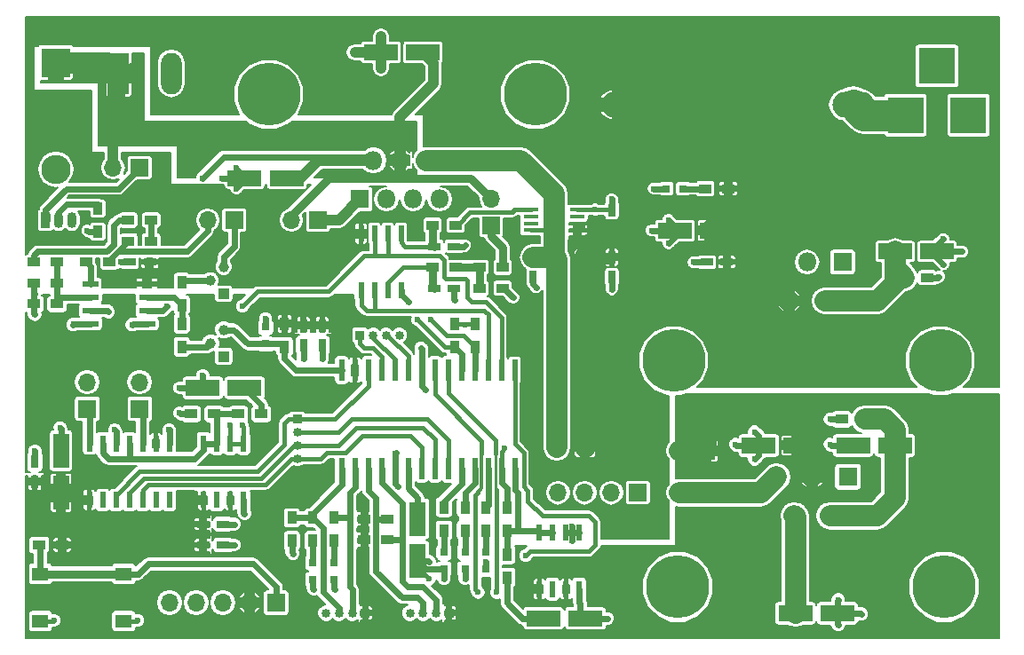
<source format=gtl>
G04 #@! TF.FileFunction,Copper,L1,Top,Signal*
%FSLAX46Y46*%
G04 Gerber Fmt 4.6, Leading zero omitted, Abs format (unit mm)*
G04 Created by KiCad (PCBNEW 4.0.7-e2-6376~58~ubuntu16.04.1) date Thu Jan 18 23:56:28 2018*
%MOMM*%
%LPD*%
G01*
G04 APERTURE LIST*
%ADD10C,0.100000*%
%ADD11R,0.900000X1.200000*%
%ADD12R,2.800000X2.800000*%
%ADD13O,2.800000X2.800000*%
%ADD14R,1.700000X1.700000*%
%ADD15O,1.700000X1.700000*%
%ADD16R,1.500000X3.200000*%
%ADD17R,1.200000X0.900000*%
%ADD18R,0.750000X1.200000*%
%ADD19R,1.200000X0.750000*%
%ADD20R,3.200000X1.500000*%
%ADD21R,3.500000X3.500000*%
%ADD22R,0.800000X0.800000*%
%ADD23O,4.000000X2.500000*%
%ADD24C,5.999480*%
%ADD25R,0.850000X0.850000*%
%ADD26C,0.850000*%
%ADD27R,1.980000X3.960000*%
%ADD28O,1.980000X3.960000*%
%ADD29C,1.000000*%
%ADD30R,1.000000X1.000000*%
%ADD31R,1.500000X1.300000*%
%ADD32R,1.550000X1.300000*%
%ADD33R,0.600000X1.550000*%
%ADD34R,0.600000X1.500000*%
%ADD35R,0.600000X2.000000*%
%ADD36R,1.800000X1.800000*%
%ADD37O,1.800000X1.800000*%
%ADD38O,0.900000X1.500000*%
%ADD39R,0.900000X1.500000*%
%ADD40R,1.450000X0.450000*%
%ADD41R,1.550000X0.600000*%
%ADD42C,0.600000*%
%ADD43C,2.000000*%
%ADD44C,0.600000*%
%ADD45C,0.420000*%
%ADD46C,0.300000*%
%ADD47C,1.000000*%
%ADD48C,3.000000*%
%ADD49C,0.400000*%
%ADD50C,0.800000*%
%ADD51C,0.250000*%
%ADD52C,0.200000*%
G04 APERTURE END LIST*
D10*
D11*
X40000000Y-50900000D03*
X40000000Y-53100000D03*
D12*
X36000000Y-37000000D03*
D13*
X36000000Y-47160000D03*
D14*
X44000000Y-70000000D03*
D15*
X44000000Y-67460000D03*
D16*
X36500000Y-78000000D03*
X36500000Y-74000000D03*
D17*
X65400000Y-80500000D03*
X67600000Y-80500000D03*
D18*
X59600000Y-62050000D03*
X59600000Y-63950000D03*
D19*
X50050000Y-81000000D03*
X51950000Y-81000000D03*
D18*
X61400000Y-62050000D03*
X61400000Y-63950000D03*
D19*
X50050000Y-83000000D03*
X51950000Y-83000000D03*
D20*
X82500000Y-90000000D03*
X86500000Y-90000000D03*
X54000000Y-68000000D03*
X50000000Y-68000000D03*
D19*
X44950000Y-56000000D03*
X43050000Y-56000000D03*
D16*
X70500000Y-80500000D03*
X70500000Y-84500000D03*
D18*
X34000000Y-76950000D03*
X34000000Y-75050000D03*
X89000000Y-52950000D03*
X89000000Y-51050000D03*
D20*
X58000000Y-48000000D03*
X54000000Y-48000000D03*
D18*
X81500000Y-55550000D03*
X81500000Y-57450000D03*
X89000000Y-55550000D03*
X89000000Y-57450000D03*
D20*
X99000000Y-53000000D03*
X95000000Y-53000000D03*
D19*
X99950000Y-56000000D03*
X98050000Y-56000000D03*
D20*
X116000000Y-55000000D03*
X120000000Y-55000000D03*
X106500000Y-89500000D03*
X110500000Y-89500000D03*
X116000000Y-73500000D03*
X112000000Y-73500000D03*
X107000000Y-73500000D03*
X103000000Y-73500000D03*
D19*
X72050000Y-54500000D03*
X73950000Y-54500000D03*
X72050000Y-58500000D03*
X73950000Y-58500000D03*
D20*
X71000000Y-36000000D03*
X67000000Y-36000000D03*
D21*
X117000000Y-42000000D03*
X123000000Y-42000000D03*
X120000000Y-37300000D03*
D22*
X77000000Y-83700000D03*
X77000000Y-85300000D03*
X75000000Y-83700000D03*
X75000000Y-85300000D03*
X62500000Y-84700000D03*
X62500000Y-86300000D03*
X60500000Y-84700000D03*
X60500000Y-86300000D03*
X73000000Y-83700000D03*
X73000000Y-85300000D03*
X56000000Y-63800000D03*
X56000000Y-62200000D03*
D23*
X112000000Y-41000000D03*
X90000000Y-41000000D03*
D24*
X81700000Y-40000000D03*
X56300000Y-40000000D03*
X120700000Y-87000000D03*
X95300000Y-87000000D03*
X120300000Y-65400000D03*
X94900000Y-65400000D03*
D14*
X39000000Y-70000000D03*
D15*
X39000000Y-67460000D03*
D14*
X53000000Y-52000000D03*
D15*
X50460000Y-52000000D03*
D14*
X44000000Y-47000000D03*
D15*
X41460000Y-47000000D03*
D14*
X77500000Y-52500000D03*
D15*
X77500000Y-49960000D03*
D14*
X118000000Y-51000000D03*
D15*
X120540000Y-51000000D03*
D14*
X98000000Y-78000000D03*
D15*
X95460000Y-78000000D03*
D14*
X98000000Y-74000000D03*
D15*
X95460000Y-74000000D03*
D14*
X91500000Y-78000000D03*
D15*
X88960000Y-78000000D03*
X86420000Y-78000000D03*
X83880000Y-78000000D03*
D14*
X57000000Y-88500000D03*
D15*
X54460000Y-88500000D03*
X51920000Y-88500000D03*
X49380000Y-88500000D03*
X46840000Y-88500000D03*
D25*
X65500000Y-89500000D03*
D26*
X64250000Y-89500000D03*
X63000000Y-89500000D03*
X61750000Y-89500000D03*
D25*
X73500000Y-89500000D03*
D26*
X72250000Y-89500000D03*
X71000000Y-89500000D03*
X69750000Y-89500000D03*
D27*
X42000000Y-38000000D03*
D28*
X47000000Y-38000000D03*
D29*
X50730000Y-57730000D03*
X52000000Y-56460000D03*
D30*
X52000000Y-59000000D03*
D29*
X50730000Y-63730000D03*
X52000000Y-62460000D03*
D30*
X52000000Y-65000000D03*
D11*
X79000000Y-81600000D03*
X79000000Y-79400000D03*
D17*
X51100000Y-70500000D03*
X48900000Y-70500000D03*
D11*
X79000000Y-83900000D03*
X79000000Y-86100000D03*
D17*
X53400000Y-70500000D03*
X55600000Y-70500000D03*
X34400000Y-83000000D03*
X36600000Y-83000000D03*
X36100000Y-56000000D03*
X33900000Y-56000000D03*
X42900000Y-52000000D03*
X45100000Y-52000000D03*
X36100000Y-58000000D03*
X33900000Y-58000000D03*
X36100000Y-60000000D03*
X33900000Y-60000000D03*
D11*
X77000000Y-79400000D03*
X77000000Y-81600000D03*
X75000000Y-79400000D03*
X75000000Y-81600000D03*
D17*
X65400000Y-82500000D03*
X67600000Y-82500000D03*
D31*
X83750000Y-73700000D03*
X86450000Y-73700000D03*
X83750000Y-71700000D03*
X86450000Y-71700000D03*
X83750000Y-69700000D03*
X86450000Y-69700000D03*
X83750000Y-67700000D03*
X86450000Y-67700000D03*
X83750000Y-65700000D03*
X86450000Y-65700000D03*
X83750000Y-63700000D03*
X86450000Y-63700000D03*
X83750000Y-61700000D03*
X86450000Y-61700000D03*
X83750000Y-59700000D03*
X86450000Y-59700000D03*
X83750000Y-57700000D03*
X86450000Y-57700000D03*
X83750000Y-55700000D03*
X86450000Y-55700000D03*
D11*
X48000000Y-60100000D03*
X48000000Y-57900000D03*
D17*
X38900000Y-56000000D03*
X41100000Y-56000000D03*
X42900000Y-54000000D03*
X45100000Y-54000000D03*
D11*
X48000000Y-61900000D03*
X48000000Y-64100000D03*
X57800000Y-61900000D03*
X57800000Y-64100000D03*
X58500000Y-82600000D03*
X58500000Y-80400000D03*
D17*
X71900000Y-52500000D03*
X74100000Y-52500000D03*
X113100000Y-71000000D03*
X110900000Y-71000000D03*
D11*
X76000000Y-64100000D03*
X76000000Y-61900000D03*
X74000000Y-64100000D03*
X74000000Y-61900000D03*
D17*
X74100000Y-56500000D03*
X71900000Y-56500000D03*
D11*
X62500000Y-82600000D03*
X62500000Y-80400000D03*
X60500000Y-82600000D03*
X60500000Y-80400000D03*
X73000000Y-79400000D03*
X73000000Y-81600000D03*
D17*
X78600000Y-56500000D03*
X76400000Y-56500000D03*
X76400000Y-58500000D03*
X78600000Y-58500000D03*
X116900000Y-57500000D03*
X119100000Y-57500000D03*
D32*
X42475000Y-90250000D03*
X34525000Y-90250000D03*
X42475000Y-85750000D03*
X34525000Y-85750000D03*
D33*
X82095000Y-87200000D03*
X83365000Y-87200000D03*
X84635000Y-87200000D03*
X85905000Y-87200000D03*
X85905000Y-81800000D03*
X84635000Y-81800000D03*
X83365000Y-81800000D03*
X82095000Y-81800000D03*
X50095000Y-78700000D03*
X51365000Y-78700000D03*
X52635000Y-78700000D03*
X53905000Y-78700000D03*
X53905000Y-73300000D03*
X52635000Y-73300000D03*
X51365000Y-73300000D03*
X50095000Y-73300000D03*
D34*
X39190000Y-78700000D03*
X40460000Y-78700000D03*
X41730000Y-78700000D03*
X43000000Y-78700000D03*
X44270000Y-78700000D03*
X45540000Y-78700000D03*
X46810000Y-78700000D03*
X46810000Y-73300000D03*
X45540000Y-73300000D03*
X44270000Y-73300000D03*
X43000000Y-73300000D03*
X41730000Y-73300000D03*
X40460000Y-73300000D03*
X39190000Y-73300000D03*
D35*
X79755000Y-66300000D03*
X78485000Y-66300000D03*
X77215000Y-66300000D03*
X75945000Y-66300000D03*
X74675000Y-66300000D03*
X73405000Y-66300000D03*
X72135000Y-66300000D03*
X70865000Y-66300000D03*
X69595000Y-66300000D03*
X68325000Y-66300000D03*
X67055000Y-66300000D03*
X65785000Y-66300000D03*
X64515000Y-66300000D03*
X63245000Y-66300000D03*
X63245000Y-75700000D03*
X64515000Y-75700000D03*
X65785000Y-75700000D03*
X67055000Y-75700000D03*
X68325000Y-75700000D03*
X69595000Y-75700000D03*
X70865000Y-75700000D03*
X72135000Y-75700000D03*
X73405000Y-75700000D03*
X74675000Y-75700000D03*
X75945000Y-75700000D03*
X77215000Y-75700000D03*
X78485000Y-75700000D03*
X79755000Y-75700000D03*
D36*
X65000000Y-50000000D03*
D37*
X66270000Y-46300000D03*
X67540000Y-50000000D03*
X68810000Y-46300000D03*
X70080000Y-50000000D03*
X71350000Y-46300000D03*
X72620000Y-50000000D03*
D38*
X36270000Y-52000000D03*
X37540000Y-52000000D03*
D39*
X35000000Y-52000000D03*
D40*
X85700000Y-52975000D03*
X85700000Y-52325000D03*
X85700000Y-51675000D03*
X85700000Y-51025000D03*
X81300000Y-51025000D03*
X81300000Y-51675000D03*
X81300000Y-52325000D03*
X81300000Y-52975000D03*
D36*
X111000000Y-56000000D03*
D37*
X109300000Y-59700000D03*
X107600000Y-56000000D03*
X105900000Y-59700000D03*
X104200000Y-56000000D03*
D36*
X111500000Y-76500000D03*
D37*
X109800000Y-80200000D03*
X108100000Y-76500000D03*
X106400000Y-80200000D03*
X104700000Y-76500000D03*
D14*
X61000000Y-52000000D03*
D15*
X58460000Y-52000000D03*
D25*
X59000000Y-71000000D03*
D26*
X59000000Y-72250000D03*
X59000000Y-73500000D03*
X59000000Y-74750000D03*
D25*
X65000000Y-63000000D03*
D26*
X66250000Y-63000000D03*
X67500000Y-63000000D03*
X68750000Y-63000000D03*
D22*
X95800000Y-49000000D03*
X94200000Y-49000000D03*
D17*
X97900000Y-49000000D03*
X100100000Y-49000000D03*
D41*
X39300000Y-58095000D03*
X39300000Y-59365000D03*
X39300000Y-60635000D03*
X39300000Y-61905000D03*
X44700000Y-61905000D03*
X44700000Y-60635000D03*
X44700000Y-59365000D03*
X44700000Y-58095000D03*
D33*
X65095000Y-58700000D03*
X66365000Y-58700000D03*
X67635000Y-58700000D03*
X68905000Y-58700000D03*
X68905000Y-53300000D03*
X67635000Y-53300000D03*
X66365000Y-53300000D03*
X65095000Y-53300000D03*
D42*
X68325000Y-74275000D03*
X70865000Y-64265000D03*
X37695000Y-61905000D03*
X74900000Y-54500000D03*
X88600000Y-90000000D03*
X68600000Y-77400000D03*
X71200000Y-68200000D03*
X51800000Y-48000000D03*
X47800000Y-68000000D03*
X56000000Y-61400000D03*
X61400000Y-65200000D03*
X59600000Y-65200000D03*
X69600000Y-59800000D03*
X89000000Y-58600000D03*
X81800000Y-58400000D03*
X79600000Y-59400000D03*
X74000000Y-59600000D03*
X122400000Y-55000000D03*
X64500000Y-36000000D03*
X67000000Y-34500000D03*
X67000000Y-37500000D03*
X93000000Y-49000000D03*
X39000000Y-53000000D03*
X53800000Y-71600000D03*
X52600000Y-71600000D03*
X43800000Y-90200000D03*
X35800000Y-90200000D03*
X71600000Y-86200000D03*
X78800000Y-73800000D03*
X53200000Y-49000000D03*
X53200000Y-47000000D03*
X75000000Y-62000000D03*
X87400000Y-51000000D03*
X89000000Y-50000000D03*
X94400000Y-52000000D03*
X94400000Y-54200000D03*
X92800000Y-53000000D03*
X96800000Y-56000000D03*
X120600000Y-53800000D03*
X120600000Y-56200000D03*
X120200000Y-57400000D03*
X102600000Y-74800000D03*
X102600000Y-72200000D03*
X100800000Y-73400000D03*
X109800000Y-73400000D03*
X109800000Y-71000000D03*
X110600000Y-90600000D03*
X112800000Y-89600000D03*
X110600000Y-88200000D03*
X86000000Y-88600000D03*
X85200000Y-82600000D03*
X85200000Y-81200000D03*
X79000000Y-78400000D03*
X77000000Y-84600000D03*
X75000000Y-86200000D03*
X71600000Y-84600000D03*
X73000000Y-86200000D03*
X62600000Y-87200000D03*
X60600000Y-87200000D03*
X58600000Y-83800000D03*
X54000000Y-80000000D03*
X53000000Y-83000000D03*
X53000000Y-81000000D03*
X36400000Y-71800000D03*
X34000000Y-74000000D03*
X41600000Y-72000000D03*
X46800000Y-72000000D03*
X47800000Y-70400000D03*
X50000000Y-66800000D03*
X42200000Y-56000000D03*
X34000000Y-61000000D03*
X34000000Y-59000000D03*
X45100000Y-53000000D03*
X50000000Y-48000000D03*
X41000000Y-60750000D03*
X43250000Y-62000000D03*
X80800000Y-84000000D03*
X76250000Y-87500000D03*
X78000000Y-87500000D03*
X71750000Y-61500000D03*
X70500000Y-61500000D03*
X53800000Y-60200000D03*
X46600000Y-60200000D03*
D43*
X98000000Y-74000000D02*
X98000000Y-72500000D01*
X108100000Y-72600000D02*
X108100000Y-76500000D01*
X106000000Y-70500000D02*
X108100000Y-72600000D01*
X100000000Y-70500000D02*
X106000000Y-70500000D01*
X98000000Y-72500000D02*
X100000000Y-70500000D01*
X108100000Y-76500000D02*
X108100000Y-74600000D01*
X108100000Y-74600000D02*
X107000000Y-73500000D01*
X95460000Y-74000000D02*
X98000000Y-74000000D01*
D44*
X68325000Y-75700000D02*
X68325000Y-74275000D01*
X70865000Y-66300000D02*
X70865000Y-64265000D01*
X39300000Y-61905000D02*
X37695000Y-61905000D01*
X73950000Y-54500000D02*
X74900000Y-54500000D01*
X86500000Y-90000000D02*
X88600000Y-90000000D01*
X86500000Y-90000000D02*
X88600000Y-90000000D01*
X68325000Y-75700000D02*
X68325000Y-77125000D01*
X68325000Y-77125000D02*
X68600000Y-77400000D01*
D45*
X68325000Y-77125000D02*
X68600000Y-77400000D01*
D44*
X68325000Y-74275000D02*
X68400000Y-74200000D01*
D45*
X68325000Y-74275000D02*
X68400000Y-74200000D01*
D44*
X70865000Y-66300000D02*
X70865000Y-67865000D01*
X70865000Y-67865000D02*
X71200000Y-68200000D01*
D45*
X70865000Y-67865000D02*
X71200000Y-68200000D01*
D44*
X70865000Y-64265000D02*
X70800000Y-64200000D01*
D45*
X70865000Y-64265000D02*
X70800000Y-64200000D01*
D44*
X54000000Y-48000000D02*
X51800000Y-48000000D01*
D45*
X54000000Y-48000000D02*
X51800000Y-48000000D01*
D44*
X37695000Y-61905000D02*
X37600000Y-62000000D01*
D45*
X37695000Y-61905000D02*
X37600000Y-62000000D01*
D44*
X50000000Y-68000000D02*
X47800000Y-68000000D01*
X50000000Y-68000000D02*
X47800000Y-68000000D01*
X56000000Y-62200000D02*
X56000000Y-61400000D01*
D46*
X56000000Y-62200000D02*
X56000000Y-61400000D01*
D44*
X61400000Y-63950000D02*
X61400000Y-65200000D01*
D45*
X61400000Y-63950000D02*
X61400000Y-65200000D01*
D44*
X59600000Y-63950000D02*
X59600000Y-65200000D01*
D45*
X59600000Y-63950000D02*
X59600000Y-65200000D01*
D44*
X74900000Y-54500000D02*
X75000000Y-54400000D01*
D45*
X74900000Y-54500000D02*
X75000000Y-54400000D01*
D44*
X68905000Y-58700000D02*
X68905000Y-59105000D01*
X68905000Y-59105000D02*
X69600000Y-59800000D01*
D45*
X68905000Y-59105000D02*
X69600000Y-59800000D01*
D44*
X89000000Y-57450000D02*
X89000000Y-58600000D01*
X89000000Y-57450000D02*
X89000000Y-58600000D01*
X81500000Y-57450000D02*
X81500000Y-58100000D01*
X81500000Y-58100000D02*
X81800000Y-58400000D01*
D45*
X81500000Y-58100000D02*
X81800000Y-58400000D01*
D44*
X78600000Y-58500000D02*
X78700000Y-58500000D01*
X78700000Y-58500000D02*
X79600000Y-59400000D01*
D45*
X78700000Y-58500000D02*
X79600000Y-59400000D01*
D44*
X73950000Y-58500000D02*
X73950000Y-59550000D01*
X73950000Y-59550000D02*
X74000000Y-59600000D01*
X120000000Y-55000000D02*
X122400000Y-55000000D01*
D47*
X64500000Y-36000000D02*
X67000000Y-36000000D01*
X67000000Y-36000000D02*
X67000000Y-34500000D01*
X67000000Y-36000000D02*
X67000000Y-37500000D01*
D44*
X94200000Y-49000000D02*
X93000000Y-49000000D01*
X40000000Y-53100000D02*
X39100000Y-53100000D01*
X39100000Y-53100000D02*
X39000000Y-53000000D01*
D45*
X52635000Y-73300000D02*
X53905000Y-73300000D01*
X53905000Y-73300000D02*
X53905000Y-71705000D01*
X53905000Y-71705000D02*
X53800000Y-71600000D01*
X52635000Y-73300000D02*
X52635000Y-71635000D01*
X52635000Y-71635000D02*
X52600000Y-71600000D01*
X42475000Y-90250000D02*
X43750000Y-90250000D01*
X43750000Y-90250000D02*
X43800000Y-90200000D01*
X34525000Y-90250000D02*
X35750000Y-90250000D01*
X35750000Y-90250000D02*
X35800000Y-90200000D01*
X70500000Y-84500000D02*
X70500000Y-85100000D01*
X70500000Y-85100000D02*
X71600000Y-86200000D01*
X78485000Y-75700000D02*
X78485000Y-74115000D01*
X78485000Y-74115000D02*
X78800000Y-73800000D01*
X54000000Y-48000000D02*
X54000000Y-48200000D01*
X54000000Y-48200000D02*
X53200000Y-49000000D01*
X54000000Y-48000000D02*
X54000000Y-47800000D01*
X54000000Y-47800000D02*
X53200000Y-47000000D01*
X74000000Y-61900000D02*
X74900000Y-61900000D01*
X74900000Y-61900000D02*
X75000000Y-62000000D01*
X74000000Y-61900000D02*
X76000000Y-61900000D01*
X85700000Y-51025000D02*
X87375000Y-51025000D01*
X87375000Y-51025000D02*
X87400000Y-51000000D01*
X85700000Y-51025000D02*
X88975000Y-51025000D01*
X88975000Y-51025000D02*
X89000000Y-51050000D01*
D44*
X89000000Y-51050000D02*
X89000000Y-50000000D01*
X95000000Y-53000000D02*
X95000000Y-52600000D01*
X95000000Y-52600000D02*
X94400000Y-52000000D01*
X95000000Y-53000000D02*
X95000000Y-53600000D01*
X95000000Y-53600000D02*
X94400000Y-54200000D01*
X95000000Y-53000000D02*
X92800000Y-53000000D01*
X98050000Y-56000000D02*
X96800000Y-56000000D01*
X120000000Y-55000000D02*
X120000000Y-54400000D01*
X120000000Y-54400000D02*
X120600000Y-53800000D01*
X120000000Y-55000000D02*
X120000000Y-55600000D01*
X120000000Y-55600000D02*
X120600000Y-56200000D01*
X119100000Y-57500000D02*
X120100000Y-57500000D01*
X120100000Y-57500000D02*
X120200000Y-57400000D01*
X103000000Y-73500000D02*
X103000000Y-74400000D01*
X103000000Y-74400000D02*
X102600000Y-74800000D01*
X103000000Y-73500000D02*
X103000000Y-72600000D01*
X103000000Y-72600000D02*
X102600000Y-72200000D01*
X103000000Y-73500000D02*
X100900000Y-73500000D01*
X100900000Y-73500000D02*
X100800000Y-73400000D01*
X112000000Y-73500000D02*
X109900000Y-73500000D01*
X109900000Y-73500000D02*
X109800000Y-73400000D01*
X110900000Y-71000000D02*
X109800000Y-71000000D01*
X110500000Y-89500000D02*
X110500000Y-90500000D01*
X110500000Y-90500000D02*
X110600000Y-90600000D01*
X110500000Y-89500000D02*
X112700000Y-89500000D01*
X112700000Y-89500000D02*
X112800000Y-89600000D01*
X110500000Y-89500000D02*
X110500000Y-88300000D01*
X110500000Y-88300000D02*
X110600000Y-88200000D01*
X86000000Y-89500000D02*
X86000000Y-88600000D01*
X85905000Y-88505000D02*
X86000000Y-88600000D01*
X85905000Y-88505000D02*
X85905000Y-87200000D01*
X86000000Y-89500000D02*
X86500000Y-90000000D01*
X85200000Y-81800000D02*
X85200000Y-82600000D01*
X85200000Y-81800000D02*
X85200000Y-81200000D01*
X84635000Y-81800000D02*
X85200000Y-81800000D01*
X85200000Y-81800000D02*
X85905000Y-81800000D01*
X78485000Y-75700000D02*
X78485000Y-77085000D01*
X79000000Y-78400000D02*
X79000000Y-79400000D01*
X79000000Y-77600000D02*
X79000000Y-78400000D01*
X78485000Y-77085000D02*
X79000000Y-77600000D01*
X77000000Y-85300000D02*
X77000000Y-84600000D01*
X75000000Y-85300000D02*
X75000000Y-86200000D01*
X70500000Y-84500000D02*
X71500000Y-84500000D01*
X71500000Y-84500000D02*
X71600000Y-84600000D01*
X73000000Y-85300000D02*
X73000000Y-86200000D01*
X62500000Y-86300000D02*
X62500000Y-87100000D01*
X62500000Y-87100000D02*
X62600000Y-87200000D01*
X60500000Y-86300000D02*
X60500000Y-87100000D01*
X60500000Y-87100000D02*
X60600000Y-87200000D01*
X58500000Y-82600000D02*
X58500000Y-83700000D01*
X58500000Y-83700000D02*
X58600000Y-83800000D01*
X53905000Y-78700000D02*
X53905000Y-79905000D01*
X53905000Y-79905000D02*
X54000000Y-80000000D01*
X51950000Y-83000000D02*
X53000000Y-83000000D01*
X51950000Y-81000000D02*
X53000000Y-81000000D01*
X36500000Y-74000000D02*
X36500000Y-71900000D01*
X36500000Y-71900000D02*
X36400000Y-71800000D01*
X34000000Y-75050000D02*
X34000000Y-74000000D01*
X41730000Y-73300000D02*
X41730000Y-72130000D01*
X41730000Y-72130000D02*
X41600000Y-72000000D01*
X46810000Y-73300000D02*
X46810000Y-72010000D01*
X46810000Y-72010000D02*
X46800000Y-72000000D01*
X48900000Y-70500000D02*
X47900000Y-70500000D01*
X47900000Y-70500000D02*
X47800000Y-70400000D01*
X50000000Y-68000000D02*
X50000000Y-66800000D01*
X43050000Y-56000000D02*
X42200000Y-56000000D01*
X33900000Y-60000000D02*
X33900000Y-60900000D01*
X33900000Y-60900000D02*
X34000000Y-61000000D01*
X33900000Y-58000000D02*
X33900000Y-58900000D01*
X33900000Y-58900000D02*
X34000000Y-59000000D01*
X33900000Y-58000000D02*
X33900000Y-60000000D01*
X73000000Y-85300000D02*
X71300000Y-85300000D01*
X71300000Y-85300000D02*
X70500000Y-84500000D01*
X79000000Y-86100000D02*
X79000000Y-88500000D01*
X80500000Y-90000000D02*
X82500000Y-90000000D01*
X79000000Y-88500000D02*
X80500000Y-90000000D01*
X55600000Y-70500000D02*
X55600000Y-69600000D01*
X55600000Y-69600000D02*
X54000000Y-68000000D01*
X44700000Y-58095000D02*
X44700000Y-56250000D01*
X44700000Y-56250000D02*
X44950000Y-56000000D01*
D45*
X44700000Y-56250000D02*
X44950000Y-56000000D01*
D46*
X100100000Y-49000000D02*
X104700000Y-49000000D01*
X104700000Y-49000000D02*
X105000000Y-49000000D01*
X105000000Y-49000000D02*
X104700000Y-49000000D01*
D47*
X86450000Y-55700000D02*
X88850000Y-55700000D01*
X88850000Y-55700000D02*
X89000000Y-55550000D01*
D43*
X86450000Y-71700000D02*
X86450000Y-73700000D01*
X86450000Y-69700000D02*
X86450000Y-71700000D01*
X86450000Y-67700000D02*
X86450000Y-69700000D01*
X86450000Y-65700000D02*
X86450000Y-67700000D01*
X86450000Y-63700000D02*
X86450000Y-65700000D01*
X86450000Y-61700000D02*
X86450000Y-63700000D01*
X86450000Y-59700000D02*
X86450000Y-61700000D01*
X86450000Y-57700000D02*
X86450000Y-59700000D01*
X86450000Y-55700000D02*
X86450000Y-57700000D01*
X86450000Y-55700000D02*
X86450000Y-55500000D01*
X86450000Y-55500000D02*
X89000000Y-52950000D01*
X104200000Y-56000000D02*
X104200000Y-58000000D01*
X104200000Y-58000000D02*
X105900000Y-59700000D01*
D48*
X104200000Y-56000000D02*
X104200000Y-53500000D01*
X104200000Y-53500000D02*
X104700000Y-53000000D01*
D49*
X86200000Y-52975000D02*
X88975000Y-52975000D01*
X88975000Y-52975000D02*
X89000000Y-52950000D01*
X86200000Y-52325000D02*
X86200000Y-52975000D01*
D48*
X99000000Y-53000000D02*
X104700000Y-53000000D01*
X104700000Y-53000000D02*
X105000000Y-53000000D01*
X105000000Y-53000000D02*
X104700000Y-53000000D01*
X120540000Y-51000000D02*
X118000000Y-51000000D01*
X118000000Y-51000000D02*
X104700000Y-51000000D01*
X104700000Y-51000000D02*
X105000000Y-51000000D01*
X105000000Y-51000000D02*
X104700000Y-51000000D01*
X90000000Y-41000000D02*
X101000000Y-41000000D01*
X104700000Y-44700000D02*
X104700000Y-49000000D01*
X104700000Y-49000000D02*
X104700000Y-51000000D01*
X104700000Y-51000000D02*
X104700000Y-53000000D01*
X101000000Y-41000000D02*
X104700000Y-44700000D01*
D44*
X69595000Y-75700000D02*
X69595000Y-77595000D01*
X70500000Y-78500000D02*
X70500000Y-80500000D01*
X69595000Y-77595000D02*
X70500000Y-78500000D01*
X65970000Y-46000000D02*
X52000000Y-46000000D01*
X50000000Y-48000000D02*
X52000000Y-46000000D01*
X65970000Y-46000000D02*
X66270000Y-46300000D01*
X45100000Y-54000000D02*
X45100000Y-53000000D01*
X45100000Y-53000000D02*
X45100000Y-52000000D01*
X58000000Y-48400000D02*
X58000000Y-48000000D01*
D47*
X58000000Y-48000000D02*
X59300000Y-48000000D01*
X59300000Y-48000000D02*
X61000000Y-46300000D01*
X61000000Y-46300000D02*
X66270000Y-46300000D01*
D43*
X83750000Y-71700000D02*
X83750000Y-73700000D01*
X83750000Y-69700000D02*
X83750000Y-71700000D01*
X83750000Y-67700000D02*
X83750000Y-69700000D01*
X83750000Y-65700000D02*
X83750000Y-67700000D01*
X83750000Y-63700000D02*
X83750000Y-65700000D01*
X83750000Y-61700000D02*
X83750000Y-63700000D01*
X83750000Y-59700000D02*
X83750000Y-61700000D01*
X83750000Y-57700000D02*
X83750000Y-59700000D01*
X83750000Y-55700000D02*
X83750000Y-57700000D01*
X81500000Y-55550000D02*
X83600000Y-55550000D01*
X83600000Y-55550000D02*
X83750000Y-55700000D01*
X83500000Y-52500000D02*
X83500000Y-55450000D01*
X83500000Y-55450000D02*
X83750000Y-55700000D01*
D50*
X83700000Y-55750000D02*
X83750000Y-55700000D01*
D49*
X81300000Y-52975000D02*
X83500000Y-52975000D01*
X83500000Y-52975000D02*
X83500000Y-53000000D01*
D43*
X80300000Y-46300000D02*
X71350000Y-46300000D01*
X83500000Y-49500000D02*
X80300000Y-46300000D01*
X83500000Y-53000000D02*
X83500000Y-52500000D01*
X83500000Y-52500000D02*
X83500000Y-49500000D01*
X116000000Y-55000000D02*
X116000000Y-56600000D01*
X116000000Y-56600000D02*
X116900000Y-57500000D01*
X109300000Y-59700000D02*
X114300000Y-59700000D01*
X116000000Y-58000000D02*
X116000000Y-55000000D01*
X114300000Y-59700000D02*
X116000000Y-58000000D01*
X106500000Y-89500000D02*
X106500000Y-80300000D01*
X106500000Y-80300000D02*
X106400000Y-80200000D01*
X98000000Y-78000000D02*
X103200000Y-78000000D01*
X103200000Y-78000000D02*
X104700000Y-76500000D01*
X95460000Y-78000000D02*
X98000000Y-78000000D01*
X113100000Y-71000000D02*
X115000000Y-71000000D01*
X116000000Y-72000000D02*
X116000000Y-73500000D01*
X115000000Y-71000000D02*
X116000000Y-72000000D01*
X109800000Y-80200000D02*
X114300000Y-80200000D01*
X116000000Y-78500000D02*
X116000000Y-73500000D01*
X114300000Y-80200000D02*
X116000000Y-78500000D01*
D45*
X68905000Y-53300000D02*
X68905000Y-54105000D01*
X69300000Y-54500000D02*
X72050000Y-54500000D01*
X68905000Y-54105000D02*
X69300000Y-54500000D01*
D50*
X71900000Y-52500000D02*
X71900000Y-53000000D01*
X71900000Y-53000000D02*
X71900000Y-54350000D01*
X71900000Y-54350000D02*
X72050000Y-54500000D01*
D45*
X67635000Y-58700000D02*
X67635000Y-57965000D01*
X67635000Y-57965000D02*
X69100000Y-56500000D01*
X69100000Y-56500000D02*
X71900000Y-56500000D01*
D50*
X71900000Y-56500000D02*
X71900000Y-57500000D01*
X71900000Y-57500000D02*
X71900000Y-58350000D01*
X71900000Y-58350000D02*
X72050000Y-58500000D01*
D43*
X36000000Y-37000000D02*
X41000000Y-37000000D01*
X41000000Y-37000000D02*
X42000000Y-38000000D01*
D51*
X41000000Y-37000000D02*
X42000000Y-38000000D01*
D47*
X68810000Y-46300000D02*
X68810000Y-42190000D01*
X72000000Y-37000000D02*
X71000000Y-36000000D01*
X72000000Y-39000000D02*
X72000000Y-37000000D01*
X68810000Y-42190000D02*
X72000000Y-39000000D01*
D50*
X58460000Y-52000000D02*
X58460000Y-51540000D01*
X58460000Y-51540000D02*
X62000000Y-48000000D01*
X62000000Y-48000000D02*
X69500000Y-48000000D01*
X69500000Y-48000000D02*
X69000000Y-48000000D01*
X69000000Y-48000000D02*
X69000000Y-47500000D01*
D47*
X41460000Y-47000000D02*
X41460000Y-38540000D01*
X41460000Y-38540000D02*
X42000000Y-38000000D01*
D50*
X68810000Y-46300000D02*
X68810000Y-47310000D01*
X75540000Y-48000000D02*
X77500000Y-49960000D01*
X69500000Y-48000000D02*
X75540000Y-48000000D01*
X68810000Y-47310000D02*
X69000000Y-47500000D01*
X69000000Y-47500000D02*
X69500000Y-48000000D01*
D44*
X68810000Y-46300000D02*
X68810000Y-46810000D01*
D48*
X117000000Y-42000000D02*
X113000000Y-42000000D01*
X113000000Y-42000000D02*
X112000000Y-41000000D01*
D44*
X77000000Y-81600000D02*
X77000000Y-83700000D01*
X75000000Y-81600000D02*
X75000000Y-83700000D01*
X62500000Y-84700000D02*
X62500000Y-82600000D01*
X60500000Y-84700000D02*
X60500000Y-82600000D01*
X73000000Y-81600000D02*
X73000000Y-83700000D01*
X57800000Y-64100000D02*
X57800000Y-65200000D01*
X58900000Y-66300000D02*
X63245000Y-66300000D01*
X57800000Y-65200000D02*
X58900000Y-66300000D01*
X56000000Y-63800000D02*
X57500000Y-63800000D01*
X57500000Y-63800000D02*
X57800000Y-64100000D01*
X52000000Y-62460000D02*
X52960000Y-62460000D01*
X54300000Y-63800000D02*
X56000000Y-63800000D01*
X52960000Y-62460000D02*
X54300000Y-63800000D01*
X39190000Y-73300000D02*
X39190000Y-70190000D01*
X39190000Y-70190000D02*
X39000000Y-70000000D01*
X39300000Y-60635000D02*
X40885000Y-60635000D01*
X40885000Y-60635000D02*
X41000000Y-60750000D01*
D45*
X41000000Y-60750000D02*
X40885000Y-60635000D01*
D44*
X44270000Y-73300000D02*
X44270000Y-70270000D01*
X44270000Y-70270000D02*
X44000000Y-70000000D01*
X44700000Y-61905000D02*
X43345000Y-61905000D01*
X43345000Y-61905000D02*
X43250000Y-62000000D01*
D45*
X43250000Y-62000000D02*
X43345000Y-61905000D01*
D44*
X52000000Y-56460000D02*
X52000000Y-55500000D01*
X53000000Y-54500000D02*
X53000000Y-52000000D01*
X52000000Y-55500000D02*
X53000000Y-54500000D01*
X50460000Y-52000000D02*
X50460000Y-53040000D01*
X48500000Y-55000000D02*
X41900000Y-55000000D01*
X50460000Y-53040000D02*
X48500000Y-55000000D01*
X41100000Y-56000000D02*
X41100000Y-55800000D01*
X41100000Y-55800000D02*
X41900000Y-55000000D01*
X41900000Y-55000000D02*
X41950000Y-54950000D01*
X41950000Y-54950000D02*
X42900000Y-54000000D01*
X41100000Y-56000000D02*
X41100000Y-55900000D01*
D47*
X61000000Y-52000000D02*
X63000000Y-52000000D01*
X63000000Y-52000000D02*
X65000000Y-50000000D01*
D44*
X35000000Y-52000000D02*
X35000000Y-51000000D01*
X42000000Y-49000000D02*
X44000000Y-47000000D01*
X37000000Y-49000000D02*
X42000000Y-49000000D01*
X35000000Y-51000000D02*
X37000000Y-49000000D01*
D45*
X35270000Y-52000000D02*
X35270000Y-51480000D01*
D50*
X77500000Y-52500000D02*
X77500000Y-53500000D01*
X78600000Y-54600000D02*
X78600000Y-56500000D01*
X77500000Y-53500000D02*
X78600000Y-54600000D01*
D44*
X57000000Y-88500000D02*
X57000000Y-87000000D01*
X43850000Y-85750000D02*
X44800000Y-84800000D01*
X44800000Y-84800000D02*
X54800000Y-84800000D01*
X54800000Y-84800000D02*
X57000000Y-87000000D01*
X43850000Y-85750000D02*
X42475000Y-85750000D01*
D45*
X79755000Y-66300000D02*
X79755000Y-73355000D01*
X81200000Y-83600000D02*
X80800000Y-84000000D01*
X86800000Y-83600000D02*
X81200000Y-83600000D01*
X87400000Y-83000000D02*
X86800000Y-83600000D01*
X87400000Y-80800000D02*
X87400000Y-83000000D01*
X86800000Y-80200000D02*
X87400000Y-80800000D01*
X82400000Y-80200000D02*
X86800000Y-80200000D01*
X81000000Y-78800000D02*
X82400000Y-80200000D01*
X81000000Y-77800000D02*
X81000000Y-78800000D01*
X80600000Y-77400000D02*
X81000000Y-77800000D01*
X80600000Y-74200000D02*
X80600000Y-77400000D01*
X79755000Y-73355000D02*
X80600000Y-74200000D01*
D44*
X34525000Y-85750000D02*
X34525000Y-83125000D01*
X34525000Y-83125000D02*
X34400000Y-83000000D01*
D50*
X34400000Y-85625000D02*
X34525000Y-85750000D01*
X34525000Y-85750000D02*
X42475000Y-85750000D01*
D46*
X76250000Y-78000000D02*
X76500000Y-77750000D01*
X76500000Y-77750000D02*
X76250000Y-78000000D01*
X76250000Y-78000000D02*
X76250000Y-77950000D01*
X76250000Y-77950000D02*
X76600000Y-77600000D01*
X76600000Y-77600000D02*
X76600000Y-74300000D01*
D45*
X76000000Y-78250000D02*
X76250000Y-78000000D01*
X76000000Y-87250000D02*
X76000000Y-78250000D01*
X76250000Y-87500000D02*
X76000000Y-87250000D01*
X76600000Y-74300000D02*
X76600000Y-73100000D01*
X72135000Y-68635000D02*
X72135000Y-66300000D01*
X76600000Y-73100000D02*
X72135000Y-68635000D01*
D51*
X76600000Y-73900000D02*
X76600000Y-74300000D01*
X77900000Y-77650000D02*
X77900000Y-74300000D01*
X78000000Y-77750000D02*
X77900000Y-77650000D01*
D45*
X78000000Y-87500000D02*
X78000000Y-77750000D01*
X73405000Y-66300000D02*
X73405000Y-68505000D01*
X73405000Y-68505000D02*
X77900000Y-73000000D01*
X77900000Y-73000000D02*
X77900000Y-74300000D01*
D51*
X77900000Y-73900000D02*
X77900000Y-74300000D01*
D44*
X62500000Y-80400000D02*
X64000000Y-80400000D01*
X64000000Y-80400000D02*
X64000000Y-80500000D01*
X64515000Y-75700000D02*
X64515000Y-77485000D01*
X64250000Y-87250000D02*
X64250000Y-89500000D01*
X64000000Y-87000000D02*
X64250000Y-87250000D01*
X64000000Y-78000000D02*
X64000000Y-80500000D01*
X64000000Y-80500000D02*
X64000000Y-87000000D01*
X64515000Y-77485000D02*
X64000000Y-78000000D01*
X60500000Y-80400000D02*
X58500000Y-80400000D01*
X63000000Y-89500000D02*
X63000000Y-89000000D01*
X61500000Y-81400000D02*
X60500000Y-80400000D01*
X61500000Y-87500000D02*
X61500000Y-81400000D01*
X63000000Y-89000000D02*
X61500000Y-87500000D01*
X60500000Y-80400000D02*
X60500000Y-80000000D01*
X60500000Y-80000000D02*
X63245000Y-77255000D01*
X63245000Y-77255000D02*
X63245000Y-75700000D01*
X67600000Y-80500000D02*
X66500000Y-80500000D01*
X65785000Y-75700000D02*
X65785000Y-77785000D01*
X71000000Y-88500000D02*
X71000000Y-89500000D01*
X70500000Y-88000000D02*
X71000000Y-88500000D01*
X69000000Y-88000000D02*
X70500000Y-88000000D01*
X66500000Y-85500000D02*
X69000000Y-88000000D01*
X66500000Y-78500000D02*
X66500000Y-80500000D01*
X66500000Y-80500000D02*
X66500000Y-85500000D01*
X65785000Y-77785000D02*
X66500000Y-78500000D01*
X67600000Y-82500000D02*
X69000000Y-82500000D01*
X67055000Y-75700000D02*
X67055000Y-77055000D01*
X72250000Y-88250000D02*
X72250000Y-89500000D01*
X71000000Y-87000000D02*
X72250000Y-88250000D01*
X69500000Y-87000000D02*
X71000000Y-87000000D01*
X69000000Y-86500000D02*
X69500000Y-87000000D01*
X69000000Y-79000000D02*
X69000000Y-82500000D01*
X69000000Y-82500000D02*
X69000000Y-86500000D01*
X67055000Y-77055000D02*
X69000000Y-79000000D01*
X50730000Y-57730000D02*
X48170000Y-57730000D01*
X48170000Y-57730000D02*
X48000000Y-57900000D01*
X48000000Y-64100000D02*
X50360000Y-64100000D01*
X50360000Y-64100000D02*
X50730000Y-63730000D01*
D45*
X50360000Y-64100000D02*
X50730000Y-63730000D01*
D44*
X79755000Y-75700000D02*
X79755000Y-77755000D01*
X80000000Y-78000000D02*
X80000000Y-81600000D01*
X79755000Y-77755000D02*
X80000000Y-78000000D01*
X79000000Y-81600000D02*
X79000000Y-83900000D01*
X82095000Y-81800000D02*
X83365000Y-81800000D01*
X79000000Y-81600000D02*
X80000000Y-81600000D01*
X80000000Y-81600000D02*
X81895000Y-81600000D01*
X81895000Y-81600000D02*
X82095000Y-81800000D01*
X43000000Y-73300000D02*
X43000000Y-74750000D01*
X40460000Y-73300000D02*
X40460000Y-74210000D01*
X49250000Y-74750000D02*
X50095000Y-73905000D01*
X41000000Y-74750000D02*
X43000000Y-74750000D01*
X43000000Y-74750000D02*
X49250000Y-74750000D01*
X40460000Y-74210000D02*
X41000000Y-74750000D01*
X50095000Y-73905000D02*
X50095000Y-73300000D01*
X50095000Y-73300000D02*
X51365000Y-73300000D01*
X51100000Y-70500000D02*
X53400000Y-70500000D01*
X51365000Y-73300000D02*
X51365000Y-70765000D01*
X51365000Y-70765000D02*
X51100000Y-70500000D01*
X39300000Y-59365000D02*
X36100000Y-59365000D01*
X36100000Y-59365000D02*
X36385000Y-59365000D01*
X36100000Y-58000000D02*
X36100000Y-60000000D01*
X36100000Y-56000000D02*
X36100000Y-58000000D01*
D45*
X36100000Y-60000000D02*
X36100000Y-59650000D01*
X36100000Y-59650000D02*
X36385000Y-59365000D01*
D44*
X33900000Y-56000000D02*
X33900000Y-55350000D01*
X42000000Y-52000000D02*
X42900000Y-52000000D01*
X41500000Y-52500000D02*
X42000000Y-52000000D01*
X41500000Y-54335942D02*
X41500000Y-52500000D01*
X40835942Y-55000000D02*
X41500000Y-54335942D01*
X34250000Y-55000000D02*
X40835942Y-55000000D01*
X33900000Y-55350000D02*
X34250000Y-55000000D01*
X33900000Y-56000000D02*
X33900000Y-55600000D01*
X42500000Y-52000000D02*
X42900000Y-52000000D01*
X77215000Y-75700000D02*
X77215000Y-79185000D01*
X77215000Y-79185000D02*
X77000000Y-79400000D01*
X75945000Y-75700000D02*
X75945000Y-77055000D01*
X75000000Y-78000000D02*
X75000000Y-79400000D01*
X75945000Y-77055000D02*
X75000000Y-78000000D01*
X36270000Y-52000000D02*
X36270000Y-51230000D01*
X37000000Y-50500000D02*
X40000000Y-50500000D01*
X36270000Y-51230000D02*
X37000000Y-50500000D01*
X40000000Y-50500000D02*
X40000000Y-50900000D01*
X48000000Y-60100000D02*
X48000000Y-61900000D01*
X44700000Y-59365000D02*
X47265000Y-59365000D01*
X47265000Y-59365000D02*
X48000000Y-60100000D01*
D45*
X47265000Y-59365000D02*
X48000000Y-60100000D01*
D44*
X39300000Y-58095000D02*
X39300000Y-56400000D01*
X39300000Y-56400000D02*
X38900000Y-56000000D01*
D45*
X39300000Y-56400000D02*
X38900000Y-56000000D01*
X74100000Y-52500000D02*
X74250000Y-52500000D01*
X74250000Y-52500000D02*
X75500000Y-51250000D01*
X75500000Y-51250000D02*
X79500000Y-51250000D01*
X79500000Y-51250000D02*
X79725000Y-51025000D01*
X79725000Y-51025000D02*
X81300000Y-51025000D01*
X74900000Y-63000000D02*
X76000000Y-64100000D01*
X73250000Y-63000000D02*
X74900000Y-63000000D01*
X71750000Y-61500000D02*
X73250000Y-63000000D01*
X70080000Y-50000000D02*
X70500000Y-50000000D01*
D44*
X75945000Y-66300000D02*
X75945000Y-64155000D01*
X75945000Y-64155000D02*
X76000000Y-64100000D01*
D45*
X70500000Y-61500000D02*
X73100000Y-64100000D01*
X73100000Y-64100000D02*
X74000000Y-64100000D01*
D44*
X74675000Y-66300000D02*
X74675000Y-64775000D01*
X74675000Y-64775000D02*
X74000000Y-64100000D01*
D50*
X76400000Y-56500000D02*
X76400000Y-58500000D01*
X76400000Y-56500000D02*
X74100000Y-56500000D01*
D45*
X59000000Y-72250000D02*
X62950000Y-72250000D01*
X73405000Y-73005000D02*
X73405000Y-75700000D01*
X71400000Y-71000000D02*
X73405000Y-73005000D01*
X64200000Y-71000000D02*
X71400000Y-71000000D01*
X62950000Y-72250000D02*
X64200000Y-71000000D01*
X59000000Y-74750000D02*
X58450000Y-74750000D01*
X44270000Y-77730000D02*
X44270000Y-78700000D01*
X44800000Y-77200000D02*
X44270000Y-77730000D01*
X56000000Y-77200000D02*
X44800000Y-77200000D01*
X58450000Y-74750000D02*
X56000000Y-77200000D01*
X59000000Y-74750000D02*
X61250000Y-74750000D01*
X70865000Y-73665000D02*
X70865000Y-75700000D01*
X69800000Y-72600000D02*
X70865000Y-73665000D01*
X65200000Y-72600000D02*
X69800000Y-72600000D01*
X63600000Y-74200000D02*
X65200000Y-72600000D01*
X61800000Y-74200000D02*
X63600000Y-74200000D01*
X61250000Y-74750000D02*
X61800000Y-74200000D01*
D44*
X73000000Y-79400000D02*
X73000000Y-78800000D01*
X73000000Y-78800000D02*
X74675000Y-77125000D01*
X74675000Y-77125000D02*
X74675000Y-75700000D01*
X44700000Y-60635000D02*
X46165000Y-60635000D01*
X46165000Y-60635000D02*
X46600000Y-60200000D01*
D45*
X65400000Y-55400000D02*
X66200000Y-55400000D01*
X62000000Y-58800000D02*
X65400000Y-55400000D01*
X55200000Y-58800000D02*
X62000000Y-58800000D01*
X53800000Y-60200000D02*
X55200000Y-58800000D01*
X46165000Y-60635000D02*
X46600000Y-60200000D01*
X78485000Y-66300000D02*
X78485000Y-61285000D01*
X72600000Y-55400000D02*
X67635000Y-55400000D01*
X73000000Y-55800000D02*
X72600000Y-55400000D01*
X73000000Y-57400000D02*
X73000000Y-55800000D01*
X73200000Y-57600000D02*
X73000000Y-57400000D01*
X75000000Y-57600000D02*
X73200000Y-57600000D01*
X75200000Y-57800000D02*
X75000000Y-57600000D01*
X75200000Y-59400000D02*
X75200000Y-57800000D01*
X75600000Y-59800000D02*
X75200000Y-59400000D01*
X77000000Y-59800000D02*
X75600000Y-59800000D01*
X78485000Y-61285000D02*
X77000000Y-59800000D01*
X67635000Y-53300000D02*
X67635000Y-55400000D01*
X67635000Y-55400000D02*
X67600000Y-55400000D01*
X67600000Y-55400000D02*
X66200000Y-55400000D01*
X66365000Y-53300000D02*
X66365000Y-55235000D01*
X66365000Y-55235000D02*
X66200000Y-55400000D01*
X78500000Y-66285000D02*
X78485000Y-66300000D01*
X41730000Y-78700000D02*
X41730000Y-78270000D01*
X41730000Y-78270000D02*
X44000000Y-76000000D01*
X44000000Y-76000000D02*
X55200000Y-76000000D01*
X55200000Y-76000000D02*
X57800000Y-73400000D01*
X57800000Y-73400000D02*
X57800000Y-71400000D01*
X57800000Y-71400000D02*
X58200000Y-71000000D01*
X58200000Y-71000000D02*
X59000000Y-71000000D01*
X59000000Y-71000000D02*
X62600000Y-71000000D01*
X65785000Y-67815000D02*
X65785000Y-66300000D01*
X62600000Y-71000000D02*
X65785000Y-67815000D01*
D52*
X65785000Y-67215000D02*
X65785000Y-66300000D01*
D45*
X43000000Y-78700000D02*
X43000000Y-78000000D01*
X43000000Y-78000000D02*
X44400000Y-76600000D01*
X44400000Y-76600000D02*
X55600000Y-76600000D01*
X55600000Y-76600000D02*
X58700000Y-73500000D01*
X58700000Y-73500000D02*
X59000000Y-73500000D01*
X59000000Y-73500000D02*
X62900000Y-73500000D01*
X72135000Y-72935000D02*
X72135000Y-75700000D01*
X71000000Y-71800000D02*
X72135000Y-72935000D01*
X64600000Y-71800000D02*
X71000000Y-71800000D01*
X62900000Y-73500000D02*
X64600000Y-71800000D01*
X66365000Y-58700000D02*
X66365000Y-60600000D01*
X66400000Y-60400000D02*
X66400000Y-60600000D01*
X66400000Y-60565000D02*
X66400000Y-60400000D01*
X66365000Y-60600000D02*
X66400000Y-60565000D01*
X77215000Y-66300000D02*
X77215000Y-61015000D01*
X65095000Y-60095000D02*
X65095000Y-58700000D01*
X65600000Y-60600000D02*
X65095000Y-60095000D01*
X76800000Y-60600000D02*
X66400000Y-60600000D01*
X66400000Y-60600000D02*
X65600000Y-60600000D01*
X77215000Y-61015000D02*
X76800000Y-60600000D01*
X67055000Y-66300000D02*
X67055000Y-65055000D01*
X65000000Y-63800000D02*
X65000000Y-63000000D01*
X65400000Y-64200000D02*
X65000000Y-63800000D01*
X66200000Y-64200000D02*
X65400000Y-64200000D01*
X67055000Y-65055000D02*
X66200000Y-64200000D01*
X66250000Y-63000000D02*
X66250000Y-63250000D01*
X66250000Y-63250000D02*
X68325000Y-65325000D01*
X68325000Y-65325000D02*
X68325000Y-66300000D01*
X67500000Y-63000000D02*
X67600000Y-63000000D01*
X67600000Y-63000000D02*
X69595000Y-64995000D01*
X69595000Y-64995000D02*
X69595000Y-66300000D01*
D44*
X97900000Y-49000000D02*
X95800000Y-49000000D01*
D52*
G36*
X35400000Y-59160981D02*
X35351769Y-59170056D01*
X35215628Y-59257660D01*
X35124296Y-59391329D01*
X35092164Y-59550000D01*
X35092164Y-60450000D01*
X35120056Y-60598231D01*
X35207660Y-60734372D01*
X35341329Y-60825704D01*
X35500000Y-60857836D01*
X36700000Y-60857836D01*
X36848231Y-60829944D01*
X36984372Y-60742340D01*
X37075704Y-60608671D01*
X37107836Y-60450000D01*
X37107836Y-60065000D01*
X38225364Y-60065000D01*
X38149296Y-60176329D01*
X38117164Y-60335000D01*
X38117164Y-60935000D01*
X38145056Y-61083231D01*
X38223412Y-61205000D01*
X37695038Y-61205000D01*
X37556372Y-61204879D01*
X37299000Y-61311223D01*
X37101915Y-61507964D01*
X37100033Y-61512496D01*
X36953284Y-61732121D01*
X36900000Y-62000000D01*
X36953284Y-62267879D01*
X37105025Y-62494975D01*
X37332121Y-62646716D01*
X37600000Y-62700000D01*
X37867879Y-62646716D01*
X37930311Y-62605000D01*
X38486305Y-62605000D01*
X38525000Y-62612836D01*
X40075000Y-62612836D01*
X40223231Y-62584944D01*
X40359372Y-62497340D01*
X40450704Y-62363671D01*
X40482836Y-62205000D01*
X40482836Y-61605000D01*
X40454944Y-61456769D01*
X40376588Y-61335000D01*
X40594893Y-61335000D01*
X40602964Y-61343085D01*
X40732120Y-61396715D01*
X40732121Y-61396716D01*
X40732122Y-61396716D01*
X40860150Y-61449878D01*
X40999995Y-61450000D01*
X41000000Y-61450001D01*
X41000005Y-61450000D01*
X41138628Y-61450121D01*
X41267877Y-61396716D01*
X41267879Y-61396716D01*
X41267881Y-61396715D01*
X41396000Y-61343777D01*
X41593085Y-61147036D01*
X41699878Y-60889850D01*
X41700000Y-60750005D01*
X41700001Y-60750000D01*
X41700000Y-60749995D01*
X41700121Y-60611372D01*
X41593777Y-60354000D01*
X41397036Y-60156915D01*
X41396743Y-60156793D01*
X41379975Y-60140025D01*
X41152879Y-59988284D01*
X40885000Y-59935000D01*
X40374636Y-59935000D01*
X40450704Y-59823671D01*
X40482836Y-59665000D01*
X40482836Y-59100000D01*
X43517164Y-59100000D01*
X43517164Y-59665000D01*
X43545056Y-59813231D01*
X43632660Y-59949372D01*
X43706838Y-60000055D01*
X43640628Y-60042660D01*
X43549296Y-60176329D01*
X43517164Y-60335000D01*
X43517164Y-60935000D01*
X43545056Y-61083231D01*
X43623412Y-61205000D01*
X43345000Y-61205000D01*
X43077122Y-61258284D01*
X42865029Y-61400000D01*
X42858494Y-61404366D01*
X42854000Y-61406223D01*
X42850528Y-61409689D01*
X42850025Y-61410025D01*
X42755025Y-61505025D01*
X42656915Y-61602964D01*
X42550122Y-61860150D01*
X42549879Y-62138628D01*
X42656223Y-62396000D01*
X42852964Y-62593085D01*
X42982120Y-62646715D01*
X42982121Y-62646716D01*
X42982122Y-62646716D01*
X43110150Y-62699878D01*
X43388628Y-62700121D01*
X43517877Y-62646716D01*
X43517879Y-62646716D01*
X43517881Y-62646715D01*
X43618838Y-62605000D01*
X43886305Y-62605000D01*
X43925000Y-62612836D01*
X45475000Y-62612836D01*
X45623231Y-62584944D01*
X45759372Y-62497340D01*
X45850704Y-62363671D01*
X45882836Y-62205000D01*
X45882836Y-61605000D01*
X45854944Y-61456769D01*
X45776588Y-61335000D01*
X46165000Y-61335000D01*
X46432879Y-61281716D01*
X46659975Y-61129975D01*
X47094975Y-60694975D01*
X47094975Y-60694974D01*
X47142164Y-60647868D01*
X47142164Y-60700000D01*
X47170056Y-60848231D01*
X47257660Y-60984372D01*
X47279077Y-60999006D01*
X47265628Y-61007660D01*
X47174296Y-61141329D01*
X47142164Y-61300000D01*
X47142164Y-62500000D01*
X47170056Y-62648231D01*
X47257660Y-62784372D01*
X47391329Y-62875704D01*
X47550000Y-62907836D01*
X48450000Y-62907836D01*
X48598231Y-62879944D01*
X48734372Y-62792340D01*
X48825704Y-62658671D01*
X48857836Y-62500000D01*
X48857836Y-61300000D01*
X48829944Y-61151769D01*
X48742340Y-61015628D01*
X48720923Y-61000994D01*
X48734372Y-60992340D01*
X48825704Y-60858671D01*
X48857836Y-60700000D01*
X48857836Y-59500000D01*
X48829944Y-59351769D01*
X48742340Y-59215628D01*
X48608671Y-59124296D01*
X48488695Y-59100000D01*
X51092164Y-59100000D01*
X51092164Y-59500000D01*
X51120056Y-59648231D01*
X51207660Y-59784372D01*
X51341329Y-59875704D01*
X51500000Y-59907836D01*
X52500000Y-59907836D01*
X52648231Y-59879944D01*
X52784372Y-59792340D01*
X52875704Y-59658671D01*
X52907836Y-59500000D01*
X52907836Y-59100000D01*
X54037330Y-59100000D01*
X53620607Y-59516723D01*
X53404000Y-59606223D01*
X53206915Y-59802964D01*
X53100122Y-60060150D01*
X53099879Y-60338628D01*
X53206223Y-60596000D01*
X53402964Y-60793085D01*
X53660150Y-60899878D01*
X53938628Y-60900121D01*
X54196000Y-60793777D01*
X54393085Y-60597036D01*
X54483587Y-60379083D01*
X55452670Y-59410000D01*
X62000000Y-59410000D01*
X62233437Y-59363567D01*
X62431335Y-59231335D01*
X62562670Y-59100000D01*
X64387164Y-59100000D01*
X64387164Y-59475000D01*
X64415056Y-59623231D01*
X64485000Y-59731927D01*
X64485000Y-60095000D01*
X64531433Y-60328437D01*
X64663665Y-60526335D01*
X65168665Y-61031335D01*
X65366563Y-61163567D01*
X65600000Y-61210000D01*
X69862470Y-61210000D01*
X69800122Y-61360150D01*
X69799879Y-61638628D01*
X69906223Y-61896000D01*
X70102964Y-62093085D01*
X70320917Y-62183587D01*
X72668665Y-64531335D01*
X72866563Y-64663567D01*
X73100000Y-64710000D01*
X73144046Y-64710000D01*
X73170056Y-64848231D01*
X73198326Y-64892164D01*
X73105000Y-64892164D01*
X72956769Y-64920056D01*
X72820628Y-65007660D01*
X72769945Y-65081838D01*
X72727340Y-65015628D01*
X72593671Y-64924296D01*
X72435000Y-64892164D01*
X71835000Y-64892164D01*
X71686769Y-64920056D01*
X71565000Y-64998412D01*
X71565000Y-64265000D01*
X71565121Y-64126372D01*
X71458777Y-63869000D01*
X71262036Y-63671915D01*
X71218149Y-63653692D01*
X71067879Y-63553284D01*
X70800000Y-63500000D01*
X70532121Y-63553284D01*
X70305025Y-63705025D01*
X70153284Y-63932121D01*
X70100000Y-64200000D01*
X70153284Y-64467879D01*
X70165000Y-64485413D01*
X70165000Y-64793904D01*
X70158567Y-64761563D01*
X70026335Y-64563665D01*
X69178337Y-63715667D01*
X69216715Y-63699809D01*
X69448993Y-63467935D01*
X69574857Y-63164823D01*
X69575143Y-62836617D01*
X69449809Y-62533285D01*
X69217935Y-62301007D01*
X68914823Y-62175143D01*
X68586617Y-62174857D01*
X68283285Y-62300191D01*
X68124928Y-62458273D01*
X67967935Y-62301007D01*
X67664823Y-62175143D01*
X67336617Y-62174857D01*
X67033285Y-62300191D01*
X66874928Y-62458273D01*
X66717935Y-62301007D01*
X66414823Y-62175143D01*
X66086617Y-62174857D01*
X65783285Y-62300191D01*
X65746879Y-62336533D01*
X65717340Y-62290628D01*
X65583671Y-62199296D01*
X65425000Y-62167164D01*
X64575000Y-62167164D01*
X64426769Y-62195056D01*
X64290628Y-62282660D01*
X64199296Y-62416329D01*
X64167164Y-62575000D01*
X64167164Y-63425000D01*
X64195056Y-63573231D01*
X64282660Y-63709372D01*
X64390000Y-63782714D01*
X64390000Y-63800000D01*
X64436433Y-64033437D01*
X64568665Y-64231335D01*
X64968665Y-64631335D01*
X65166563Y-64763567D01*
X65400000Y-64810000D01*
X65947330Y-64810000D01*
X66029494Y-64892164D01*
X65485000Y-64892164D01*
X65336769Y-64920056D01*
X65200628Y-65007660D01*
X65109296Y-65141329D01*
X65097704Y-65198570D01*
X65069328Y-65130063D01*
X64984936Y-65045672D01*
X64874673Y-65000000D01*
X64740000Y-65000000D01*
X64665000Y-65075000D01*
X64665000Y-65800000D01*
X64815000Y-65800000D01*
X64815000Y-66800000D01*
X64665000Y-66800000D01*
X64665000Y-67525000D01*
X64740000Y-67600000D01*
X64874673Y-67600000D01*
X64984936Y-67554328D01*
X65069328Y-67469937D01*
X65096704Y-67403845D01*
X65105056Y-67448231D01*
X65175000Y-67556927D01*
X65175000Y-67562330D01*
X62347330Y-70390000D01*
X59781284Y-70390000D01*
X59717340Y-70290628D01*
X59583671Y-70199296D01*
X59425000Y-70167164D01*
X58575000Y-70167164D01*
X58426769Y-70195056D01*
X58290628Y-70282660D01*
X58217286Y-70390000D01*
X58200000Y-70390000D01*
X57966563Y-70436433D01*
X57768665Y-70568665D01*
X57368665Y-70968665D01*
X57236433Y-71166563D01*
X57190000Y-71400000D01*
X57190000Y-73147330D01*
X54947330Y-75390000D01*
X49527930Y-75390000D01*
X49744975Y-75244975D01*
X50533098Y-74456851D01*
X50543231Y-74454944D01*
X50679372Y-74367340D01*
X50730055Y-74293162D01*
X50772660Y-74359372D01*
X50906329Y-74450704D01*
X51065000Y-74482836D01*
X51665000Y-74482836D01*
X51813231Y-74454944D01*
X51949372Y-74367340D01*
X52000055Y-74293162D01*
X52042660Y-74359372D01*
X52176329Y-74450704D01*
X52335000Y-74482836D01*
X52935000Y-74482836D01*
X53083231Y-74454944D01*
X53219372Y-74367340D01*
X53270055Y-74293162D01*
X53312660Y-74359372D01*
X53446329Y-74450704D01*
X53605000Y-74482836D01*
X54205000Y-74482836D01*
X54353231Y-74454944D01*
X54489372Y-74367340D01*
X54580704Y-74233671D01*
X54612836Y-74075000D01*
X54612836Y-72525000D01*
X54584944Y-72376769D01*
X54515000Y-72268073D01*
X54515000Y-71705000D01*
X54499974Y-71629460D01*
X54500121Y-71461372D01*
X54393777Y-71204000D01*
X54344379Y-71154516D01*
X54375704Y-71108671D01*
X54407836Y-70950000D01*
X54407836Y-70050000D01*
X54379944Y-69901769D01*
X54292340Y-69765628D01*
X54158671Y-69674296D01*
X54000000Y-69642164D01*
X52800000Y-69642164D01*
X52651769Y-69670056D01*
X52515628Y-69757660D01*
X52486698Y-69800000D01*
X52014458Y-69800000D01*
X51992340Y-69765628D01*
X51858671Y-69674296D01*
X51700000Y-69642164D01*
X50500000Y-69642164D01*
X50351769Y-69670056D01*
X50215628Y-69757660D01*
X50124296Y-69891329D01*
X50092164Y-70050000D01*
X50092164Y-70950000D01*
X50120056Y-71098231D01*
X50207660Y-71234372D01*
X50341329Y-71325704D01*
X50500000Y-71357836D01*
X50665000Y-71357836D01*
X50665000Y-72225364D01*
X50553671Y-72149296D01*
X50395000Y-72117164D01*
X49795000Y-72117164D01*
X49646769Y-72145056D01*
X49510628Y-72232660D01*
X49419296Y-72366329D01*
X49387164Y-72525000D01*
X49387164Y-73622887D01*
X48960050Y-74050000D01*
X47517836Y-74050000D01*
X47517836Y-72550000D01*
X47510000Y-72508356D01*
X47510000Y-72010000D01*
X47500035Y-71959902D01*
X47500121Y-71861372D01*
X47462164Y-71769508D01*
X47456716Y-71742121D01*
X47441338Y-71719106D01*
X47393777Y-71604000D01*
X47305011Y-71515079D01*
X47304975Y-71515025D01*
X47294975Y-71505025D01*
X47294974Y-71505025D01*
X47197036Y-71406915D01*
X47067880Y-71353285D01*
X47067879Y-71353284D01*
X47067878Y-71353284D01*
X46939850Y-71300122D01*
X46661372Y-71299879D01*
X46532123Y-71353284D01*
X46532121Y-71353284D01*
X46532119Y-71353285D01*
X46404000Y-71406223D01*
X46206915Y-71602964D01*
X46100122Y-71860150D01*
X46099879Y-72138628D01*
X46110000Y-72163123D01*
X46110000Y-72399998D01*
X46102585Y-72399998D01*
X46094328Y-72380063D01*
X46009936Y-72295672D01*
X45899673Y-72250000D01*
X45765000Y-72250000D01*
X45690000Y-72325000D01*
X45690000Y-72925000D01*
X45840000Y-72925000D01*
X45840000Y-73675000D01*
X45690000Y-73675000D01*
X45690000Y-74050000D01*
X45390000Y-74050000D01*
X45390000Y-73675000D01*
X45240000Y-73675000D01*
X45240000Y-72925000D01*
X45390000Y-72925000D01*
X45390000Y-72325000D01*
X45315000Y-72250000D01*
X45180327Y-72250000D01*
X45070064Y-72295672D01*
X44985672Y-72380063D01*
X44977415Y-72399998D01*
X44970000Y-72399998D01*
X44970000Y-71235256D01*
X44998231Y-71229944D01*
X45134372Y-71142340D01*
X45225704Y-71008671D01*
X45257836Y-70850000D01*
X45257836Y-70538628D01*
X47099879Y-70538628D01*
X47206223Y-70796000D01*
X47402964Y-70993085D01*
X47403258Y-70993207D01*
X47405023Y-70994972D01*
X47405025Y-70994975D01*
X47632122Y-71146716D01*
X47900000Y-71200000D01*
X47985542Y-71200000D01*
X48007660Y-71234372D01*
X48141329Y-71325704D01*
X48300000Y-71357836D01*
X49500000Y-71357836D01*
X49648231Y-71329944D01*
X49784372Y-71242340D01*
X49875704Y-71108671D01*
X49907836Y-70950000D01*
X49907836Y-70050000D01*
X49879944Y-69901769D01*
X49792340Y-69765628D01*
X49658671Y-69674296D01*
X49500000Y-69642164D01*
X48300000Y-69642164D01*
X48151769Y-69670056D01*
X48040254Y-69741814D01*
X47939850Y-69700122D01*
X47661372Y-69699879D01*
X47532123Y-69753284D01*
X47532121Y-69753284D01*
X47532119Y-69753285D01*
X47404000Y-69806223D01*
X47206915Y-70002964D01*
X47100122Y-70260150D01*
X47099879Y-70538628D01*
X45257836Y-70538628D01*
X45257836Y-69150000D01*
X45229944Y-69001769D01*
X45142340Y-68865628D01*
X45008671Y-68774296D01*
X44850000Y-68742164D01*
X43150000Y-68742164D01*
X43001769Y-68770056D01*
X42865628Y-68857660D01*
X42774296Y-68991329D01*
X42742164Y-69150000D01*
X42742164Y-70850000D01*
X42770056Y-70998231D01*
X42857660Y-71134372D01*
X42991329Y-71225704D01*
X43150000Y-71257836D01*
X43570000Y-71257836D01*
X43570000Y-72250364D01*
X43458671Y-72174296D01*
X43300000Y-72142164D01*
X42700000Y-72142164D01*
X42551769Y-72170056D01*
X42430000Y-72248412D01*
X42430000Y-72130005D01*
X42430001Y-72130000D01*
X42376716Y-71862121D01*
X42224975Y-71635025D01*
X42094975Y-71505025D01*
X42094974Y-71505025D01*
X41997036Y-71406915D01*
X41867880Y-71353285D01*
X41867879Y-71353284D01*
X41867878Y-71353284D01*
X41739850Y-71300122D01*
X41461372Y-71299879D01*
X41332123Y-71353284D01*
X41332121Y-71353284D01*
X41332119Y-71353285D01*
X41204000Y-71406223D01*
X41006915Y-71602964D01*
X40900122Y-71860150D01*
X40899879Y-72138628D01*
X40914247Y-72173400D01*
X40760000Y-72142164D01*
X40160000Y-72142164D01*
X40011769Y-72170056D01*
X39890000Y-72248412D01*
X39890000Y-71250309D01*
X39998231Y-71229944D01*
X40134372Y-71142340D01*
X40225704Y-71008671D01*
X40257836Y-70850000D01*
X40257836Y-69150000D01*
X40229944Y-69001769D01*
X40142340Y-68865628D01*
X40008671Y-68774296D01*
X39850000Y-68742164D01*
X38150000Y-68742164D01*
X38001769Y-68770056D01*
X37865628Y-68857660D01*
X37774296Y-68991329D01*
X37742164Y-69150000D01*
X37742164Y-70850000D01*
X37770056Y-70998231D01*
X37857660Y-71134372D01*
X37991329Y-71225704D01*
X38150000Y-71257836D01*
X38490000Y-71257836D01*
X38490000Y-72511305D01*
X38482164Y-72550000D01*
X38482164Y-74050000D01*
X38510056Y-74198231D01*
X38597660Y-74334372D01*
X38731329Y-74425704D01*
X38890000Y-74457836D01*
X39490000Y-74457836D01*
X39638231Y-74429944D01*
X39774372Y-74342340D01*
X39783629Y-74328792D01*
X39813284Y-74477879D01*
X39965025Y-74704975D01*
X40505025Y-75244975D01*
X40732122Y-75396716D01*
X41000000Y-75450000D01*
X43746259Y-75450000D01*
X43568665Y-75568665D01*
X41595166Y-77542164D01*
X41430000Y-77542164D01*
X41281769Y-77570056D01*
X41145628Y-77657660D01*
X41094945Y-77731838D01*
X41052340Y-77665628D01*
X40918671Y-77574296D01*
X40760000Y-77542164D01*
X40160000Y-77542164D01*
X40011769Y-77570056D01*
X39875628Y-77657660D01*
X39784296Y-77791329D01*
X39782540Y-77799998D01*
X39752585Y-77799998D01*
X39744328Y-77780063D01*
X39659936Y-77695672D01*
X39549673Y-77650000D01*
X39415000Y-77650000D01*
X39340000Y-77725000D01*
X39340000Y-78325000D01*
X39490000Y-78325000D01*
X39490000Y-79075000D01*
X39340000Y-79075000D01*
X39340000Y-79675000D01*
X39415000Y-79750000D01*
X39549673Y-79750000D01*
X39659936Y-79704328D01*
X39744328Y-79619937D01*
X39752585Y-79600002D01*
X39781196Y-79600002D01*
X39867660Y-79734372D01*
X40001329Y-79825704D01*
X40160000Y-79857836D01*
X40760000Y-79857836D01*
X40908231Y-79829944D01*
X41044372Y-79742340D01*
X41095055Y-79668162D01*
X41137660Y-79734372D01*
X41271329Y-79825704D01*
X41430000Y-79857836D01*
X42030000Y-79857836D01*
X42178231Y-79829944D01*
X42314372Y-79742340D01*
X42365055Y-79668162D01*
X42407660Y-79734372D01*
X42541329Y-79825704D01*
X42700000Y-79857836D01*
X43300000Y-79857836D01*
X43448231Y-79829944D01*
X43584372Y-79742340D01*
X43635055Y-79668162D01*
X43677660Y-79734372D01*
X43811329Y-79825704D01*
X43970000Y-79857836D01*
X44570000Y-79857836D01*
X44718231Y-79829944D01*
X44854372Y-79742340D01*
X44905055Y-79668162D01*
X44947660Y-79734372D01*
X45081329Y-79825704D01*
X45240000Y-79857836D01*
X45840000Y-79857836D01*
X45988231Y-79829944D01*
X46124372Y-79742340D01*
X46175055Y-79668162D01*
X46217660Y-79734372D01*
X46351329Y-79825704D01*
X46510000Y-79857836D01*
X47110000Y-79857836D01*
X47258231Y-79829944D01*
X47394372Y-79742340D01*
X47485704Y-79608671D01*
X47517836Y-79450000D01*
X47517836Y-79162500D01*
X49495000Y-79162500D01*
X49495000Y-79534674D01*
X49540672Y-79644937D01*
X49625064Y-79729328D01*
X49735327Y-79775000D01*
X49870000Y-79775000D01*
X49945000Y-79700000D01*
X49945000Y-79087500D01*
X49570000Y-79087500D01*
X49495000Y-79162500D01*
X47517836Y-79162500D01*
X47517836Y-77950000D01*
X47491493Y-77810000D01*
X49194998Y-77810000D01*
X49194998Y-77925000D01*
X49495000Y-77925000D01*
X49495000Y-78237500D01*
X49570000Y-78312500D01*
X49945000Y-78312500D01*
X49945000Y-77925000D01*
X50245000Y-77925000D01*
X50245000Y-78312500D01*
X50395000Y-78312500D01*
X50395000Y-79087500D01*
X50245000Y-79087500D01*
X50245000Y-79700000D01*
X50320000Y-79775000D01*
X50454673Y-79775000D01*
X50564936Y-79729328D01*
X50649328Y-79644937D01*
X50667941Y-79600002D01*
X50680685Y-79600002D01*
X50685056Y-79623231D01*
X50772660Y-79759372D01*
X50906329Y-79850704D01*
X51065000Y-79882836D01*
X51665000Y-79882836D01*
X51813231Y-79854944D01*
X51949372Y-79767340D01*
X52040704Y-79633671D01*
X52047522Y-79600002D01*
X52062060Y-79600002D01*
X52080672Y-79644937D01*
X52165064Y-79729328D01*
X52275327Y-79775000D01*
X52410000Y-79775000D01*
X52485000Y-79700000D01*
X52485000Y-79087500D01*
X52335000Y-79087500D01*
X52335000Y-78312500D01*
X52485000Y-78312500D01*
X52485000Y-77925000D01*
X52785000Y-77925000D01*
X52785000Y-78312500D01*
X52935000Y-78312500D01*
X52935000Y-79087500D01*
X52785000Y-79087500D01*
X52785000Y-79700000D01*
X52860000Y-79775000D01*
X52994673Y-79775000D01*
X53104936Y-79729328D01*
X53189328Y-79644937D01*
X53205000Y-79607101D01*
X53205000Y-79905000D01*
X53258284Y-80172879D01*
X53404366Y-80391506D01*
X53406223Y-80396000D01*
X53409689Y-80399472D01*
X53410025Y-80399975D01*
X53505025Y-80494975D01*
X53602964Y-80593085D01*
X53860150Y-80699878D01*
X54138628Y-80700121D01*
X54396000Y-80593777D01*
X54593085Y-80397036D01*
X54699878Y-80139850D01*
X54700121Y-79861372D01*
X54605000Y-79631162D01*
X54605000Y-79513695D01*
X54612836Y-79475000D01*
X54612836Y-77925000D01*
X54591197Y-77810000D01*
X56000000Y-77810000D01*
X56233437Y-77763567D01*
X56431335Y-77631335D01*
X58589732Y-75472938D01*
X58835177Y-75574857D01*
X59163383Y-75575143D01*
X59466715Y-75449809D01*
X59556680Y-75360000D01*
X61250000Y-75360000D01*
X61483437Y-75313567D01*
X61681335Y-75181335D01*
X62052670Y-74810000D01*
X62537164Y-74810000D01*
X62537164Y-76700000D01*
X62545000Y-76741644D01*
X62545000Y-76965050D01*
X60117886Y-79392164D01*
X60050000Y-79392164D01*
X59901769Y-79420056D01*
X59765628Y-79507660D01*
X59674296Y-79641329D01*
X59662415Y-79700000D01*
X59339019Y-79700000D01*
X59329944Y-79651769D01*
X59242340Y-79515628D01*
X59108671Y-79424296D01*
X58950000Y-79392164D01*
X58050000Y-79392164D01*
X57901769Y-79420056D01*
X57765628Y-79507660D01*
X57674296Y-79641329D01*
X57642164Y-79800000D01*
X57642164Y-81000000D01*
X57670056Y-81148231D01*
X57757660Y-81284372D01*
X57891329Y-81375704D01*
X58050000Y-81407836D01*
X58950000Y-81407836D01*
X59098231Y-81379944D01*
X59234372Y-81292340D01*
X59325704Y-81158671D01*
X59337585Y-81100000D01*
X59660981Y-81100000D01*
X59670056Y-81148231D01*
X59757660Y-81284372D01*
X59891329Y-81375704D01*
X60050000Y-81407836D01*
X60517887Y-81407836D01*
X60702215Y-81592164D01*
X60050000Y-81592164D01*
X59901769Y-81620056D01*
X59765628Y-81707660D01*
X59674296Y-81841329D01*
X59642164Y-82000000D01*
X59642164Y-83200000D01*
X59670056Y-83348231D01*
X59757660Y-83484372D01*
X59800000Y-83513302D01*
X59800000Y-84030532D01*
X59724296Y-84141329D01*
X59692164Y-84300000D01*
X59692164Y-85100000D01*
X59720056Y-85248231D01*
X59807660Y-85384372D01*
X59941329Y-85475704D01*
X60059885Y-85499712D01*
X59951769Y-85520056D01*
X59815628Y-85607660D01*
X59724296Y-85741329D01*
X59692164Y-85900000D01*
X59692164Y-86700000D01*
X59720056Y-86848231D01*
X59800000Y-86972468D01*
X59800000Y-87100000D01*
X59853284Y-87367879D01*
X60005025Y-87594975D01*
X60104596Y-87694545D01*
X60202964Y-87793085D01*
X60460150Y-87899878D01*
X60738628Y-87900121D01*
X60897722Y-87834385D01*
X61005025Y-87994975D01*
X61684993Y-88674943D01*
X61586617Y-88674857D01*
X61283285Y-88800191D01*
X61051007Y-89032065D01*
X60925143Y-89335177D01*
X60924857Y-89663383D01*
X61050191Y-89966715D01*
X61282065Y-90198993D01*
X61585177Y-90324857D01*
X61913383Y-90325143D01*
X62216715Y-90199809D01*
X62375072Y-90041727D01*
X62532065Y-90198993D01*
X62835177Y-90324857D01*
X63163383Y-90325143D01*
X63466715Y-90199809D01*
X63625072Y-90041727D01*
X63782065Y-90198993D01*
X64085177Y-90324857D01*
X64413383Y-90325143D01*
X64716715Y-90199809D01*
X64775000Y-90141626D01*
X64775000Y-90400002D01*
X65075000Y-90400002D01*
X65075000Y-90225000D01*
X65212500Y-90225000D01*
X65287500Y-90150000D01*
X65287500Y-89712500D01*
X65712500Y-89712500D01*
X65712500Y-90150000D01*
X65787500Y-90225000D01*
X65984674Y-90225000D01*
X66094937Y-90179328D01*
X66179328Y-90094936D01*
X66225000Y-89984673D01*
X66225000Y-89787500D01*
X66150000Y-89712500D01*
X65712500Y-89712500D01*
X65287500Y-89712500D01*
X65075000Y-89712500D01*
X65075000Y-89500720D01*
X65075143Y-89336617D01*
X65075000Y-89336271D01*
X65075000Y-89287500D01*
X65287500Y-89287500D01*
X65287500Y-88850000D01*
X65712500Y-88850000D01*
X65712500Y-89287500D01*
X66150000Y-89287500D01*
X66225000Y-89212500D01*
X66225000Y-89015327D01*
X66179328Y-88905064D01*
X66094937Y-88820672D01*
X65984674Y-88775000D01*
X65787500Y-88775000D01*
X65712500Y-88850000D01*
X65287500Y-88850000D01*
X65212500Y-88775000D01*
X65075000Y-88775000D01*
X65075000Y-88599998D01*
X64950000Y-88599998D01*
X64950000Y-87250000D01*
X64896716Y-86982122D01*
X64744975Y-86755025D01*
X64744972Y-86755023D01*
X64700000Y-86710051D01*
X64700000Y-83400002D01*
X64800000Y-83400002D01*
X64800000Y-83250000D01*
X65025000Y-83250000D01*
X65100000Y-83175000D01*
X65100000Y-82725000D01*
X64800000Y-82725000D01*
X64800000Y-82275000D01*
X65100000Y-82275000D01*
X65100000Y-81825000D01*
X65025000Y-81750000D01*
X64800000Y-81750000D01*
X64800000Y-81599998D01*
X64700000Y-81599998D01*
X64700000Y-81400002D01*
X64800000Y-81400002D01*
X64800000Y-81250000D01*
X65025000Y-81250000D01*
X65100000Y-81175000D01*
X65100000Y-80725000D01*
X64800000Y-80725000D01*
X64800000Y-80275000D01*
X65100000Y-80275000D01*
X65100000Y-79825000D01*
X65025000Y-79750000D01*
X64800000Y-79750000D01*
X64800000Y-79599998D01*
X64700000Y-79599998D01*
X64700000Y-78289950D01*
X65009975Y-77979975D01*
X65097675Y-77848723D01*
X65138284Y-78052879D01*
X65290025Y-78279975D01*
X65800000Y-78789950D01*
X65800000Y-79750000D01*
X65775000Y-79750000D01*
X65700000Y-79825000D01*
X65700000Y-80275000D01*
X65800000Y-80275000D01*
X65800000Y-80725000D01*
X65700000Y-80725000D01*
X65700000Y-81175000D01*
X65775000Y-81250000D01*
X65800000Y-81250000D01*
X65800000Y-81750000D01*
X65775000Y-81750000D01*
X65700000Y-81825000D01*
X65700000Y-82275000D01*
X65800000Y-82275000D01*
X65800000Y-82725000D01*
X65700000Y-82725000D01*
X65700000Y-83175000D01*
X65775000Y-83250000D01*
X65800000Y-83250000D01*
X65800000Y-85500000D01*
X65853284Y-85767879D01*
X66005025Y-85994975D01*
X68505025Y-88494975D01*
X68732121Y-88646716D01*
X69000000Y-88700000D01*
X69525766Y-88700000D01*
X69283285Y-88800191D01*
X69051007Y-89032065D01*
X68925143Y-89335177D01*
X68924857Y-89663383D01*
X69050191Y-89966715D01*
X69282065Y-90198993D01*
X69585177Y-90324857D01*
X69913383Y-90325143D01*
X70216715Y-90199809D01*
X70375072Y-90041727D01*
X70532065Y-90198993D01*
X70835177Y-90324857D01*
X71163383Y-90325143D01*
X71466715Y-90199809D01*
X71625072Y-90041727D01*
X71782065Y-90198993D01*
X72085177Y-90324857D01*
X72413383Y-90325143D01*
X72716715Y-90199809D01*
X72775000Y-90141626D01*
X72775000Y-90400002D01*
X73075000Y-90400002D01*
X73075000Y-90225000D01*
X73212500Y-90225000D01*
X73287500Y-90150000D01*
X73287500Y-89712500D01*
X73712500Y-89712500D01*
X73712500Y-90150000D01*
X73787500Y-90225000D01*
X73984674Y-90225000D01*
X74094937Y-90179328D01*
X74179328Y-90094936D01*
X74225000Y-89984673D01*
X74225000Y-89787500D01*
X74150000Y-89712500D01*
X73712500Y-89712500D01*
X73287500Y-89712500D01*
X73075000Y-89712500D01*
X73075000Y-89500720D01*
X73075143Y-89336617D01*
X73075000Y-89336271D01*
X73075000Y-89287500D01*
X73287500Y-89287500D01*
X73287500Y-88850000D01*
X73712500Y-88850000D01*
X73712500Y-89287500D01*
X74150000Y-89287500D01*
X74225000Y-89212500D01*
X74225000Y-89015327D01*
X74179328Y-88905064D01*
X74094937Y-88820672D01*
X73984674Y-88775000D01*
X73787500Y-88775000D01*
X73712500Y-88850000D01*
X73287500Y-88850000D01*
X73212500Y-88775000D01*
X73075000Y-88775000D01*
X73075000Y-88599998D01*
X72950000Y-88599998D01*
X72950000Y-88250000D01*
X72940644Y-88202964D01*
X72896716Y-87982121D01*
X72744975Y-87755025D01*
X71845792Y-86855842D01*
X71996000Y-86793777D01*
X72193085Y-86597036D01*
X72299878Y-86339850D01*
X72299879Y-86338628D01*
X72406223Y-86596000D01*
X72602964Y-86793085D01*
X72860150Y-86899878D01*
X73138628Y-86900121D01*
X73396000Y-86793777D01*
X73593085Y-86597036D01*
X73699878Y-86339850D01*
X73700121Y-86061372D01*
X73700000Y-86061079D01*
X73700000Y-85969468D01*
X73775704Y-85858671D01*
X73807836Y-85700000D01*
X73807836Y-84900000D01*
X73779944Y-84751769D01*
X73692340Y-84615628D01*
X73558671Y-84524296D01*
X73440115Y-84500288D01*
X73548231Y-84479944D01*
X73684372Y-84392340D01*
X73775704Y-84258671D01*
X73807836Y-84100000D01*
X73807836Y-83300000D01*
X73779944Y-83151769D01*
X73700000Y-83027532D01*
X73700000Y-82514458D01*
X73734372Y-82492340D01*
X73825704Y-82358671D01*
X73857836Y-82200000D01*
X73857836Y-81000000D01*
X73829944Y-80851769D01*
X73742340Y-80715628D01*
X73608671Y-80624296D01*
X73450000Y-80592164D01*
X72550000Y-80592164D01*
X72401769Y-80620056D01*
X72265628Y-80707660D01*
X72174296Y-80841329D01*
X72142164Y-81000000D01*
X72142164Y-82200000D01*
X72170056Y-82348231D01*
X72257660Y-82484372D01*
X72300000Y-82513302D01*
X72300000Y-83030532D01*
X72224296Y-83141329D01*
X72192164Y-83300000D01*
X72192164Y-84100000D01*
X72220056Y-84248231D01*
X72307660Y-84384372D01*
X72441329Y-84475704D01*
X72559885Y-84499712D01*
X72451769Y-84520056D01*
X72327532Y-84600000D01*
X72300000Y-84600000D01*
X72300121Y-84461372D01*
X72193777Y-84204000D01*
X71997036Y-84006915D01*
X71996744Y-84006794D01*
X71994975Y-84005025D01*
X71767879Y-83853284D01*
X71657836Y-83831395D01*
X71657836Y-82900000D01*
X71629944Y-82751769D01*
X71542340Y-82615628D01*
X71408671Y-82524296D01*
X71290115Y-82500288D01*
X71398231Y-82479944D01*
X71534372Y-82392340D01*
X71625704Y-82258671D01*
X71657836Y-82100000D01*
X71657836Y-78900000D01*
X71629944Y-78751769D01*
X71542340Y-78615628D01*
X71408671Y-78524296D01*
X71250000Y-78492164D01*
X71198441Y-78492164D01*
X71146716Y-78232122D01*
X70994975Y-78005025D01*
X70295000Y-77305050D01*
X70295000Y-76999636D01*
X70406329Y-77075704D01*
X70565000Y-77107836D01*
X71165000Y-77107836D01*
X71313231Y-77079944D01*
X71449372Y-76992340D01*
X71500055Y-76918162D01*
X71542660Y-76984372D01*
X71676329Y-77075704D01*
X71835000Y-77107836D01*
X72435000Y-77107836D01*
X72583231Y-77079944D01*
X72719372Y-76992340D01*
X72770055Y-76918162D01*
X72812660Y-76984372D01*
X72946329Y-77075704D01*
X73105000Y-77107836D01*
X73702214Y-77107836D01*
X72505025Y-78305025D01*
X72431959Y-78414375D01*
X72401769Y-78420056D01*
X72265628Y-78507660D01*
X72174296Y-78641329D01*
X72142164Y-78800000D01*
X72142164Y-80000000D01*
X72170056Y-80148231D01*
X72257660Y-80284372D01*
X72391329Y-80375704D01*
X72550000Y-80407836D01*
X73450000Y-80407836D01*
X73598231Y-80379944D01*
X73734372Y-80292340D01*
X73825704Y-80158671D01*
X73857836Y-80000000D01*
X73857836Y-78932114D01*
X74229684Y-78560266D01*
X74174296Y-78641329D01*
X74142164Y-78800000D01*
X74142164Y-80000000D01*
X74170056Y-80148231D01*
X74257660Y-80284372D01*
X74391329Y-80375704D01*
X74400000Y-80377460D01*
X74400000Y-80621194D01*
X74265628Y-80707660D01*
X74174296Y-80841329D01*
X74142164Y-81000000D01*
X74142164Y-82200000D01*
X74170056Y-82348231D01*
X74257660Y-82484372D01*
X74300000Y-82513302D01*
X74300000Y-83030532D01*
X74224296Y-83141329D01*
X74192164Y-83300000D01*
X74192164Y-84100000D01*
X74220056Y-84248231D01*
X74307660Y-84384372D01*
X74441329Y-84475704D01*
X74559885Y-84499712D01*
X74451769Y-84520056D01*
X74315628Y-84607660D01*
X74224296Y-84741329D01*
X74192164Y-84900000D01*
X74192164Y-85700000D01*
X74220056Y-85848231D01*
X74300000Y-85972468D01*
X74300000Y-86199962D01*
X74299879Y-86338628D01*
X74406223Y-86596000D01*
X74602964Y-86793085D01*
X74860150Y-86899878D01*
X75138628Y-86900121D01*
X75390000Y-86796256D01*
X75390000Y-87250000D01*
X75436433Y-87483437D01*
X75565678Y-87676865D01*
X75656223Y-87896000D01*
X75852964Y-88093085D01*
X76110150Y-88199878D01*
X76388628Y-88200121D01*
X76646000Y-88093777D01*
X76843085Y-87897036D01*
X76949878Y-87639850D01*
X76950121Y-87361372D01*
X76843777Y-87104000D01*
X76647036Y-86906915D01*
X76610000Y-86891536D01*
X76610000Y-86107836D01*
X77390000Y-86107836D01*
X77390000Y-87143700D01*
X77300122Y-87360150D01*
X77299879Y-87638628D01*
X77406223Y-87896000D01*
X77602964Y-88093085D01*
X77860150Y-88199878D01*
X78138628Y-88200121D01*
X78300000Y-88133443D01*
X78300000Y-88500000D01*
X78353284Y-88767879D01*
X78505025Y-88994975D01*
X80005025Y-90494975D01*
X80232122Y-90646716D01*
X80492164Y-90698441D01*
X80492164Y-90750000D01*
X80520056Y-90898231D01*
X80607660Y-91034372D01*
X80741329Y-91125704D01*
X80900000Y-91157836D01*
X84100000Y-91157836D01*
X84248231Y-91129944D01*
X84384372Y-91042340D01*
X84475704Y-90908671D01*
X84499712Y-90790115D01*
X84520056Y-90898231D01*
X84607660Y-91034372D01*
X84741329Y-91125704D01*
X84900000Y-91157836D01*
X88100000Y-91157836D01*
X88248231Y-91129944D01*
X88384372Y-91042340D01*
X88475704Y-90908671D01*
X88507836Y-90750000D01*
X88507836Y-90700000D01*
X88599962Y-90700000D01*
X88738628Y-90700121D01*
X88996000Y-90593777D01*
X89193085Y-90397036D01*
X89299878Y-90139850D01*
X89300121Y-89861372D01*
X89193777Y-89604000D01*
X88997036Y-89406915D01*
X88739850Y-89300122D01*
X88507836Y-89299920D01*
X88507836Y-89250000D01*
X88479944Y-89101769D01*
X88392340Y-88965628D01*
X88258671Y-88874296D01*
X88100000Y-88842164D01*
X86700000Y-88842164D01*
X86700000Y-88600000D01*
X86700121Y-88461372D01*
X86605000Y-88231162D01*
X86605000Y-88013695D01*
X86612836Y-87975000D01*
X86612836Y-87673283D01*
X91899671Y-87673283D01*
X92416160Y-88923282D01*
X93371687Y-89880479D01*
X94620783Y-90399149D01*
X95973283Y-90400329D01*
X97223282Y-89883840D01*
X98180479Y-88928313D01*
X98254521Y-88750000D01*
X104492164Y-88750000D01*
X104492164Y-90250000D01*
X104520056Y-90398231D01*
X104607660Y-90534372D01*
X104741329Y-90625704D01*
X104900000Y-90657836D01*
X105761311Y-90657836D01*
X105964243Y-90793431D01*
X106500000Y-90900000D01*
X107035757Y-90793431D01*
X107238689Y-90657836D01*
X108100000Y-90657836D01*
X108248231Y-90629944D01*
X108384372Y-90542340D01*
X108475704Y-90408671D01*
X108499712Y-90290115D01*
X108520056Y-90398231D01*
X108607660Y-90534372D01*
X108741329Y-90625704D01*
X108900000Y-90657836D01*
X109831395Y-90657836D01*
X109853284Y-90767879D01*
X110005025Y-90994975D01*
X110104596Y-91094545D01*
X110202964Y-91193085D01*
X110460150Y-91299878D01*
X110738628Y-91300121D01*
X110996000Y-91193777D01*
X111193085Y-90997036D01*
X111299878Y-90739850D01*
X111299950Y-90657836D01*
X112100000Y-90657836D01*
X112248231Y-90629944D01*
X112384372Y-90542340D01*
X112475704Y-90408671D01*
X112507836Y-90250000D01*
X112507836Y-90236632D01*
X112660150Y-90299878D01*
X112938628Y-90300121D01*
X113196000Y-90193777D01*
X113393085Y-89997036D01*
X113499878Y-89739850D01*
X113500121Y-89461372D01*
X113393777Y-89204000D01*
X113197036Y-89006915D01*
X113196744Y-89006794D01*
X113194975Y-89005025D01*
X112967879Y-88853284D01*
X112700000Y-88800000D01*
X112507836Y-88800000D01*
X112507836Y-88750000D01*
X112479944Y-88601769D01*
X112392340Y-88465628D01*
X112258671Y-88374296D01*
X112100000Y-88342164D01*
X111298917Y-88342164D01*
X111299878Y-88339850D01*
X111300121Y-88061372D01*
X111193777Y-87804000D01*
X111063289Y-87673283D01*
X117299671Y-87673283D01*
X117816160Y-88923282D01*
X118771687Y-89880479D01*
X120020783Y-90399149D01*
X121373283Y-90400329D01*
X122623282Y-89883840D01*
X123580479Y-88928313D01*
X124099149Y-87679217D01*
X124100329Y-86326717D01*
X123583840Y-85076718D01*
X122628313Y-84119521D01*
X121379217Y-83600851D01*
X120026717Y-83599671D01*
X118776718Y-84116160D01*
X117819521Y-85071687D01*
X117300851Y-86320783D01*
X117299671Y-87673283D01*
X111063289Y-87673283D01*
X110997036Y-87606915D01*
X110739850Y-87500122D01*
X110461372Y-87499879D01*
X110204000Y-87606223D01*
X110006915Y-87802964D01*
X110006794Y-87803256D01*
X110005025Y-87805025D01*
X109853284Y-88032121D01*
X109819095Y-88204000D01*
X109800000Y-88300000D01*
X109800000Y-88342164D01*
X108900000Y-88342164D01*
X108751769Y-88370056D01*
X108615628Y-88457660D01*
X108524296Y-88591329D01*
X108500288Y-88709885D01*
X108479944Y-88601769D01*
X108392340Y-88465628D01*
X108258671Y-88374296D01*
X108100000Y-88342164D01*
X107900000Y-88342164D01*
X107900000Y-80300000D01*
X107880109Y-80200000D01*
X108400000Y-80200000D01*
X108506569Y-80735757D01*
X108810051Y-81189949D01*
X109264243Y-81493431D01*
X109800000Y-81600000D01*
X114300000Y-81600000D01*
X114835757Y-81493431D01*
X115289949Y-81189949D01*
X116989949Y-79489950D01*
X117227538Y-79134372D01*
X117293431Y-79035757D01*
X117400000Y-78500000D01*
X117400000Y-74657836D01*
X117600000Y-74657836D01*
X117748231Y-74629944D01*
X117884372Y-74542340D01*
X117975704Y-74408671D01*
X118007836Y-74250000D01*
X118007836Y-72750000D01*
X117979944Y-72601769D01*
X117892340Y-72465628D01*
X117758671Y-72374296D01*
X117600000Y-72342164D01*
X117400000Y-72342164D01*
X117400000Y-72000000D01*
X117380109Y-71900000D01*
X117293432Y-71464244D01*
X116989950Y-71010051D01*
X115989949Y-70010051D01*
X115858354Y-69922122D01*
X115535757Y-69706569D01*
X115000000Y-69600000D01*
X113100000Y-69600000D01*
X112564243Y-69706569D01*
X112110051Y-70010051D01*
X111864426Y-70377654D01*
X111792340Y-70265628D01*
X111658671Y-70174296D01*
X111500000Y-70142164D01*
X110300000Y-70142164D01*
X110151769Y-70170056D01*
X110015628Y-70257660D01*
X109986698Y-70300000D01*
X109800038Y-70300000D01*
X109661372Y-70299879D01*
X109404000Y-70406223D01*
X109206915Y-70602964D01*
X109100122Y-70860150D01*
X109099879Y-71138628D01*
X109206223Y-71396000D01*
X109402964Y-71593085D01*
X109660150Y-71699878D01*
X109938628Y-71700121D01*
X109938921Y-71700000D01*
X109985542Y-71700000D01*
X110007660Y-71734372D01*
X110141329Y-71825704D01*
X110300000Y-71857836D01*
X111500000Y-71857836D01*
X111648231Y-71829944D01*
X111784372Y-71742340D01*
X111865382Y-71623777D01*
X112110051Y-71989949D01*
X112564243Y-72293431D01*
X112809240Y-72342164D01*
X110400000Y-72342164D01*
X110251769Y-72370056D01*
X110115628Y-72457660D01*
X110024296Y-72591329D01*
X109997423Y-72724029D01*
X109939850Y-72700122D01*
X109661372Y-72699879D01*
X109532123Y-72753284D01*
X109532121Y-72753284D01*
X109532119Y-72753285D01*
X109404000Y-72806223D01*
X109206915Y-73002964D01*
X109100122Y-73260150D01*
X109099879Y-73538628D01*
X109206223Y-73796000D01*
X109402964Y-73993085D01*
X109403258Y-73993207D01*
X109405023Y-73994972D01*
X109405025Y-73994975D01*
X109632122Y-74146716D01*
X109900000Y-74200000D01*
X109992164Y-74200000D01*
X109992164Y-74250000D01*
X110020056Y-74398231D01*
X110107660Y-74534372D01*
X110241329Y-74625704D01*
X110400000Y-74657836D01*
X113600000Y-74657836D01*
X113748231Y-74629944D01*
X113884372Y-74542340D01*
X113975704Y-74408671D01*
X113999712Y-74290115D01*
X114020056Y-74398231D01*
X114107660Y-74534372D01*
X114241329Y-74625704D01*
X114400000Y-74657836D01*
X114600000Y-74657836D01*
X114600000Y-77920101D01*
X113720102Y-78800000D01*
X109800000Y-78800000D01*
X109264243Y-78906569D01*
X108810051Y-79210051D01*
X108506569Y-79664243D01*
X108400000Y-80200000D01*
X107880109Y-80200000D01*
X107793431Y-79764243D01*
X107771968Y-79732121D01*
X107489949Y-79310050D01*
X107389949Y-79210051D01*
X106935756Y-78906569D01*
X106400000Y-78800001D01*
X105864244Y-78906569D01*
X105410051Y-79210051D01*
X105106569Y-79664244D01*
X105000001Y-80200000D01*
X105100000Y-80702731D01*
X105100000Y-88342164D01*
X104900000Y-88342164D01*
X104751769Y-88370056D01*
X104615628Y-88457660D01*
X104524296Y-88591329D01*
X104492164Y-88750000D01*
X98254521Y-88750000D01*
X98699149Y-87679217D01*
X98700329Y-86326717D01*
X98183840Y-85076718D01*
X97228313Y-84119521D01*
X95979217Y-83600851D01*
X94626717Y-83599671D01*
X93376718Y-84116160D01*
X92419521Y-85071687D01*
X91900851Y-86320783D01*
X91899671Y-87673283D01*
X86612836Y-87673283D01*
X86612836Y-86425000D01*
X86584944Y-86276769D01*
X86497340Y-86140628D01*
X86363671Y-86049296D01*
X86205000Y-86017164D01*
X85605000Y-86017164D01*
X85456769Y-86045056D01*
X85320628Y-86132660D01*
X85229296Y-86266329D01*
X85222478Y-86299998D01*
X85207940Y-86299998D01*
X85189328Y-86255063D01*
X85104936Y-86170672D01*
X84994673Y-86125000D01*
X84860000Y-86125000D01*
X84785000Y-86200000D01*
X84785000Y-86812500D01*
X84935000Y-86812500D01*
X84935000Y-87587500D01*
X84785000Y-87587500D01*
X84785000Y-88200000D01*
X84860000Y-88275000D01*
X84994673Y-88275000D01*
X85104936Y-88229328D01*
X85189328Y-88144937D01*
X85205000Y-88107101D01*
X85205000Y-88505000D01*
X85258284Y-88772879D01*
X85300000Y-88835311D01*
X85300000Y-88842164D01*
X84900000Y-88842164D01*
X84751769Y-88870056D01*
X84615628Y-88957660D01*
X84524296Y-89091329D01*
X84500288Y-89209885D01*
X84479944Y-89101769D01*
X84392340Y-88965628D01*
X84258671Y-88874296D01*
X84100000Y-88842164D01*
X80900000Y-88842164D01*
X80751769Y-88870056D01*
X80615628Y-88957660D01*
X80547426Y-89057476D01*
X79700000Y-88210050D01*
X79700000Y-87662500D01*
X81495000Y-87662500D01*
X81495000Y-88034674D01*
X81540672Y-88144937D01*
X81625064Y-88229328D01*
X81735327Y-88275000D01*
X81870000Y-88275000D01*
X81945000Y-88200000D01*
X81945000Y-87587500D01*
X81570000Y-87587500D01*
X81495000Y-87662500D01*
X79700000Y-87662500D01*
X79700000Y-87014458D01*
X79734372Y-86992340D01*
X79825704Y-86858671D01*
X79857836Y-86700000D01*
X79857836Y-86365326D01*
X81495000Y-86365326D01*
X81495000Y-86737500D01*
X81570000Y-86812500D01*
X81945000Y-86812500D01*
X81945000Y-86200000D01*
X82245000Y-86200000D01*
X82245000Y-86812500D01*
X82395000Y-86812500D01*
X82395000Y-87587500D01*
X82245000Y-87587500D01*
X82245000Y-88200000D01*
X82320000Y-88275000D01*
X82454673Y-88275000D01*
X82564936Y-88229328D01*
X82649328Y-88144937D01*
X82667941Y-88100002D01*
X82680685Y-88100002D01*
X82685056Y-88123231D01*
X82772660Y-88259372D01*
X82906329Y-88350704D01*
X83065000Y-88382836D01*
X83665000Y-88382836D01*
X83813231Y-88354944D01*
X83949372Y-88267340D01*
X84040704Y-88133671D01*
X84047522Y-88100002D01*
X84062060Y-88100002D01*
X84080672Y-88144937D01*
X84165064Y-88229328D01*
X84275327Y-88275000D01*
X84410000Y-88275000D01*
X84485000Y-88200000D01*
X84485000Y-87587500D01*
X84335000Y-87587500D01*
X84335000Y-86812500D01*
X84485000Y-86812500D01*
X84485000Y-86200000D01*
X84410000Y-86125000D01*
X84275327Y-86125000D01*
X84165064Y-86170672D01*
X84080672Y-86255063D01*
X84062059Y-86299998D01*
X84049315Y-86299998D01*
X84044944Y-86276769D01*
X83957340Y-86140628D01*
X83823671Y-86049296D01*
X83665000Y-86017164D01*
X83065000Y-86017164D01*
X82916769Y-86045056D01*
X82780628Y-86132660D01*
X82689296Y-86266329D01*
X82682478Y-86299998D01*
X82667940Y-86299998D01*
X82649328Y-86255063D01*
X82564936Y-86170672D01*
X82454673Y-86125000D01*
X82320000Y-86125000D01*
X82245000Y-86200000D01*
X81945000Y-86200000D01*
X81870000Y-86125000D01*
X81735327Y-86125000D01*
X81625064Y-86170672D01*
X81540672Y-86255063D01*
X81495000Y-86365326D01*
X79857836Y-86365326D01*
X79857836Y-85500000D01*
X79829944Y-85351769D01*
X79742340Y-85215628D01*
X79608671Y-85124296D01*
X79450000Y-85092164D01*
X78610000Y-85092164D01*
X78610000Y-84907836D01*
X79450000Y-84907836D01*
X79598231Y-84879944D01*
X79734372Y-84792340D01*
X79825704Y-84658671D01*
X79857836Y-84500000D01*
X79857836Y-83300000D01*
X79829944Y-83151769D01*
X79796632Y-83100000D01*
X80871429Y-83100000D01*
X80768665Y-83168665D01*
X80620607Y-83316723D01*
X80404000Y-83406223D01*
X80206915Y-83602964D01*
X80100122Y-83860150D01*
X80099879Y-84138628D01*
X80206223Y-84396000D01*
X80402964Y-84593085D01*
X80660150Y-84699878D01*
X80938628Y-84700121D01*
X81196000Y-84593777D01*
X81393085Y-84397036D01*
X81470749Y-84210000D01*
X86800000Y-84210000D01*
X87033437Y-84163567D01*
X87231335Y-84031335D01*
X87831335Y-83431335D01*
X87963567Y-83233437D01*
X87990109Y-83100000D01*
X95000000Y-83100000D01*
X95038906Y-83092121D01*
X95071681Y-83069727D01*
X95093161Y-83036346D01*
X95100000Y-83000000D01*
X95100000Y-79328391D01*
X95460000Y-79400000D01*
X103200000Y-79400000D01*
X103735757Y-79293431D01*
X104189949Y-78989949D01*
X105689949Y-77489950D01*
X105993431Y-77035757D01*
X106010489Y-76950000D01*
X107068920Y-76950000D01*
X107071661Y-77118482D01*
X107135046Y-77213417D01*
X107481511Y-77528383D01*
X107650000Y-77537475D01*
X107650000Y-76950000D01*
X108550000Y-76950000D01*
X108550000Y-77537475D01*
X108718489Y-77528383D01*
X109064954Y-77213417D01*
X109128339Y-77118482D01*
X109131080Y-76950000D01*
X108550000Y-76950000D01*
X107650000Y-76950000D01*
X107068920Y-76950000D01*
X106010489Y-76950000D01*
X106099999Y-76500000D01*
X106010489Y-76050000D01*
X107068920Y-76050000D01*
X107650000Y-76050000D01*
X108550000Y-76050000D01*
X109131080Y-76050000D01*
X109128339Y-75881518D01*
X109064954Y-75786583D01*
X108859712Y-75600000D01*
X110192164Y-75600000D01*
X110192164Y-77400000D01*
X110220056Y-77548231D01*
X110307660Y-77684372D01*
X110441329Y-77775704D01*
X110600000Y-77807836D01*
X112400000Y-77807836D01*
X112548231Y-77779944D01*
X112684372Y-77692340D01*
X112775704Y-77558671D01*
X112807836Y-77400000D01*
X112807836Y-75600000D01*
X112779944Y-75451769D01*
X112692340Y-75315628D01*
X112558671Y-75224296D01*
X112400000Y-75192164D01*
X110600000Y-75192164D01*
X110451769Y-75220056D01*
X110315628Y-75307660D01*
X110224296Y-75441329D01*
X110192164Y-75600000D01*
X108859712Y-75600000D01*
X108718489Y-75471617D01*
X108550000Y-75462525D01*
X108550000Y-76050000D01*
X107650000Y-76050000D01*
X107650000Y-75462525D01*
X107481511Y-75471617D01*
X107135046Y-75786583D01*
X107071661Y-75881518D01*
X107068920Y-76050000D01*
X106010489Y-76050000D01*
X105993431Y-75964244D01*
X105689949Y-75510051D01*
X105235756Y-75206569D01*
X104700000Y-75100001D01*
X104164243Y-75206569D01*
X103710050Y-75510051D01*
X102620102Y-76600000D01*
X95460000Y-76600000D01*
X95100000Y-76671609D01*
X95100000Y-74425000D01*
X95885000Y-74425000D01*
X95885000Y-74987421D01*
X96046931Y-74988945D01*
X96149095Y-74920730D01*
X96448989Y-74586938D01*
X96451480Y-74500000D01*
X96850000Y-74500000D01*
X96850000Y-74909674D01*
X96895672Y-75019937D01*
X96980064Y-75104328D01*
X97090327Y-75150000D01*
X97500000Y-75150000D01*
X97575000Y-75075000D01*
X97575000Y-74425000D01*
X98425000Y-74425000D01*
X98425000Y-75075000D01*
X98500000Y-75150000D01*
X98909673Y-75150000D01*
X99019936Y-75104328D01*
X99104328Y-75019937D01*
X99150000Y-74909674D01*
X99150000Y-74500000D01*
X99075000Y-74425000D01*
X98425000Y-74425000D01*
X97575000Y-74425000D01*
X96925000Y-74425000D01*
X96850000Y-74500000D01*
X96451480Y-74500000D01*
X96453630Y-74425000D01*
X95885000Y-74425000D01*
X95100000Y-74425000D01*
X95100000Y-73012579D01*
X95885000Y-73012579D01*
X95885000Y-73575000D01*
X96453630Y-73575000D01*
X96448989Y-73413062D01*
X96159029Y-73090326D01*
X96850000Y-73090326D01*
X96850000Y-73500000D01*
X96925000Y-73575000D01*
X97575000Y-73575000D01*
X97575000Y-72925000D01*
X98425000Y-72925000D01*
X98425000Y-73575000D01*
X99075000Y-73575000D01*
X99111372Y-73538628D01*
X100099879Y-73538628D01*
X100206223Y-73796000D01*
X100402964Y-73993085D01*
X100403258Y-73993207D01*
X100405023Y-73994972D01*
X100405025Y-73994975D01*
X100632122Y-74146716D01*
X100900000Y-74200000D01*
X100992164Y-74200000D01*
X100992164Y-74250000D01*
X101020056Y-74398231D01*
X101107660Y-74534372D01*
X101241329Y-74625704D01*
X101400000Y-74657836D01*
X101901083Y-74657836D01*
X101900122Y-74660150D01*
X101899879Y-74938628D01*
X102006223Y-75196000D01*
X102202964Y-75393085D01*
X102332120Y-75446715D01*
X102332121Y-75446716D01*
X102332122Y-75446716D01*
X102460150Y-75499878D01*
X102738628Y-75500121D01*
X102867877Y-75446716D01*
X102867879Y-75446716D01*
X102867881Y-75446715D01*
X102996000Y-75393777D01*
X103193085Y-75197036D01*
X103193207Y-75196743D01*
X103494972Y-74894977D01*
X103494975Y-74894975D01*
X103646716Y-74667878D01*
X103648713Y-74657836D01*
X104600000Y-74657836D01*
X104748231Y-74629944D01*
X104884372Y-74542340D01*
X104975704Y-74408671D01*
X105007836Y-74250000D01*
X105007836Y-73950000D01*
X105100000Y-73950000D01*
X105100000Y-74309673D01*
X105145672Y-74419936D01*
X105230063Y-74504328D01*
X105340326Y-74550000D01*
X106125000Y-74550000D01*
X106200000Y-74475000D01*
X106200000Y-73875000D01*
X107800000Y-73875000D01*
X107800000Y-74475000D01*
X107875000Y-74550000D01*
X108659674Y-74550000D01*
X108769937Y-74504328D01*
X108854328Y-74419936D01*
X108900000Y-74309673D01*
X108900000Y-73950000D01*
X108825000Y-73875000D01*
X107800000Y-73875000D01*
X106200000Y-73875000D01*
X105175000Y-73875000D01*
X105100000Y-73950000D01*
X105007836Y-73950000D01*
X105007836Y-72750000D01*
X104996608Y-72690327D01*
X105100000Y-72690327D01*
X105100000Y-73050000D01*
X105175000Y-73125000D01*
X106200000Y-73125000D01*
X106200000Y-72525000D01*
X107800000Y-72525000D01*
X107800000Y-73125000D01*
X108825000Y-73125000D01*
X108900000Y-73050000D01*
X108900000Y-72690327D01*
X108854328Y-72580064D01*
X108769937Y-72495672D01*
X108659674Y-72450000D01*
X107875000Y-72450000D01*
X107800000Y-72525000D01*
X106200000Y-72525000D01*
X106125000Y-72450000D01*
X105340326Y-72450000D01*
X105230063Y-72495672D01*
X105145672Y-72580064D01*
X105100000Y-72690327D01*
X104996608Y-72690327D01*
X104979944Y-72601769D01*
X104892340Y-72465628D01*
X104758671Y-72374296D01*
X104600000Y-72342164D01*
X103648713Y-72342164D01*
X103646716Y-72332122D01*
X103494975Y-72105025D01*
X103494972Y-72105023D01*
X103094975Y-71705025D01*
X103094974Y-71705025D01*
X102997036Y-71606915D01*
X102867880Y-71553285D01*
X102867879Y-71553284D01*
X102867878Y-71553284D01*
X102739850Y-71500122D01*
X102461372Y-71499879D01*
X102332123Y-71553284D01*
X102332121Y-71553284D01*
X102332119Y-71553285D01*
X102204000Y-71606223D01*
X102006915Y-71802964D01*
X101900122Y-72060150D01*
X101899879Y-72338628D01*
X101901340Y-72342164D01*
X101400000Y-72342164D01*
X101251769Y-72370056D01*
X101115628Y-72457660D01*
X101024296Y-72591329D01*
X100997423Y-72724029D01*
X100939850Y-72700122D01*
X100661372Y-72699879D01*
X100532123Y-72753284D01*
X100532121Y-72753284D01*
X100532119Y-72753285D01*
X100404000Y-72806223D01*
X100206915Y-73002964D01*
X100100122Y-73260150D01*
X100099879Y-73538628D01*
X99111372Y-73538628D01*
X99150000Y-73500000D01*
X99150000Y-73090326D01*
X99104328Y-72980063D01*
X99019936Y-72895672D01*
X98909673Y-72850000D01*
X98500000Y-72850000D01*
X98425000Y-72925000D01*
X97575000Y-72925000D01*
X97500000Y-72850000D01*
X97090327Y-72850000D01*
X96980064Y-72895672D01*
X96895672Y-72980063D01*
X96850000Y-73090326D01*
X96159029Y-73090326D01*
X96149095Y-73079270D01*
X96046931Y-73011055D01*
X95885000Y-73012579D01*
X95100000Y-73012579D01*
X95100000Y-68799916D01*
X95573283Y-68800329D01*
X96058116Y-68600000D01*
X119141179Y-68600000D01*
X119620783Y-68799149D01*
X120973283Y-68800329D01*
X121458116Y-68600000D01*
X125900000Y-68600000D01*
X125900000Y-91900000D01*
X33100000Y-91900000D01*
X33100000Y-89600000D01*
X33342164Y-89600000D01*
X33342164Y-90900000D01*
X33370056Y-91048231D01*
X33457660Y-91184372D01*
X33591329Y-91275704D01*
X33750000Y-91307836D01*
X35300000Y-91307836D01*
X35448231Y-91279944D01*
X35584372Y-91192340D01*
X35675704Y-91058671D01*
X35707836Y-90900000D01*
X35707836Y-90899920D01*
X35938628Y-90900121D01*
X36196000Y-90793777D01*
X36393085Y-90597036D01*
X36499878Y-90339850D01*
X36500121Y-90061372D01*
X36393777Y-89804000D01*
X36197036Y-89606915D01*
X36180383Y-89600000D01*
X41292164Y-89600000D01*
X41292164Y-90900000D01*
X41320056Y-91048231D01*
X41407660Y-91184372D01*
X41541329Y-91275704D01*
X41700000Y-91307836D01*
X43250000Y-91307836D01*
X43398231Y-91279944D01*
X43534372Y-91192340D01*
X43625704Y-91058671D01*
X43657836Y-90900000D01*
X43657836Y-90898917D01*
X43660150Y-90899878D01*
X43938628Y-90900121D01*
X44196000Y-90793777D01*
X44393085Y-90597036D01*
X44499878Y-90339850D01*
X44500121Y-90061372D01*
X44393777Y-89804000D01*
X44197036Y-89606915D01*
X43939850Y-89500122D01*
X43661372Y-89499879D01*
X43640611Y-89508457D01*
X43629944Y-89451769D01*
X43542340Y-89315628D01*
X43408671Y-89224296D01*
X43250000Y-89192164D01*
X41700000Y-89192164D01*
X41551769Y-89220056D01*
X41415628Y-89307660D01*
X41324296Y-89441329D01*
X41292164Y-89600000D01*
X36180383Y-89600000D01*
X35939850Y-89500122D01*
X35689001Y-89499903D01*
X35679944Y-89451769D01*
X35592340Y-89315628D01*
X35458671Y-89224296D01*
X35300000Y-89192164D01*
X33750000Y-89192164D01*
X33601769Y-89220056D01*
X33465628Y-89307660D01*
X33374296Y-89441329D01*
X33342164Y-89600000D01*
X33100000Y-89600000D01*
X33100000Y-88475511D01*
X45590000Y-88475511D01*
X45590000Y-88524489D01*
X45685151Y-89002843D01*
X45956117Y-89408372D01*
X46361646Y-89679338D01*
X46840000Y-89774489D01*
X47318354Y-89679338D01*
X47723883Y-89408372D01*
X47994849Y-89002843D01*
X48090000Y-88524489D01*
X48090000Y-88475511D01*
X48130000Y-88475511D01*
X48130000Y-88524489D01*
X48225151Y-89002843D01*
X48496117Y-89408372D01*
X48901646Y-89679338D01*
X49380000Y-89774489D01*
X49858354Y-89679338D01*
X50263883Y-89408372D01*
X50534849Y-89002843D01*
X50630000Y-88524489D01*
X50630000Y-88475511D01*
X50670000Y-88475511D01*
X50670000Y-88524489D01*
X50765151Y-89002843D01*
X51036117Y-89408372D01*
X51441646Y-89679338D01*
X51920000Y-89774489D01*
X52398354Y-89679338D01*
X52803883Y-89408372D01*
X53074849Y-89002843D01*
X53090333Y-88925000D01*
X53466370Y-88925000D01*
X53471011Y-89086938D01*
X53770905Y-89420730D01*
X53873069Y-89488945D01*
X54035000Y-89487421D01*
X54035000Y-88925000D01*
X54885000Y-88925000D01*
X54885000Y-89487421D01*
X55046931Y-89488945D01*
X55149095Y-89420730D01*
X55448989Y-89086938D01*
X55453630Y-88925000D01*
X54885000Y-88925000D01*
X54035000Y-88925000D01*
X53466370Y-88925000D01*
X53090333Y-88925000D01*
X53170000Y-88524489D01*
X53170000Y-88475511D01*
X53090334Y-88075000D01*
X53466370Y-88075000D01*
X54035000Y-88075000D01*
X54035000Y-87512579D01*
X54885000Y-87512579D01*
X54885000Y-88075000D01*
X55453630Y-88075000D01*
X55448989Y-87913062D01*
X55149095Y-87579270D01*
X55046931Y-87511055D01*
X54885000Y-87512579D01*
X54035000Y-87512579D01*
X53873069Y-87511055D01*
X53770905Y-87579270D01*
X53471011Y-87913062D01*
X53466370Y-88075000D01*
X53090334Y-88075000D01*
X53074849Y-87997157D01*
X52803883Y-87591628D01*
X52398354Y-87320662D01*
X51920000Y-87225511D01*
X51441646Y-87320662D01*
X51036117Y-87591628D01*
X50765151Y-87997157D01*
X50670000Y-88475511D01*
X50630000Y-88475511D01*
X50534849Y-87997157D01*
X50263883Y-87591628D01*
X49858354Y-87320662D01*
X49380000Y-87225511D01*
X48901646Y-87320662D01*
X48496117Y-87591628D01*
X48225151Y-87997157D01*
X48130000Y-88475511D01*
X48090000Y-88475511D01*
X47994849Y-87997157D01*
X47723883Y-87591628D01*
X47318354Y-87320662D01*
X46840000Y-87225511D01*
X46361646Y-87320662D01*
X45956117Y-87591628D01*
X45685151Y-87997157D01*
X45590000Y-88475511D01*
X33100000Y-88475511D01*
X33100000Y-85100000D01*
X33342164Y-85100000D01*
X33342164Y-86400000D01*
X33370056Y-86548231D01*
X33457660Y-86684372D01*
X33591329Y-86775704D01*
X33750000Y-86807836D01*
X35300000Y-86807836D01*
X35448231Y-86779944D01*
X35584372Y-86692340D01*
X35675704Y-86558671D01*
X35677460Y-86550000D01*
X41321194Y-86550000D01*
X41407660Y-86684372D01*
X41541329Y-86775704D01*
X41700000Y-86807836D01*
X43250000Y-86807836D01*
X43398231Y-86779944D01*
X43534372Y-86692340D01*
X43625704Y-86558671D01*
X43647711Y-86450000D01*
X43850000Y-86450000D01*
X44117879Y-86396716D01*
X44344975Y-86244975D01*
X45089950Y-85500000D01*
X54510050Y-85500000D01*
X56252214Y-87242164D01*
X56150000Y-87242164D01*
X56001769Y-87270056D01*
X55865628Y-87357660D01*
X55774296Y-87491329D01*
X55742164Y-87650000D01*
X55742164Y-89350000D01*
X55770056Y-89498231D01*
X55857660Y-89634372D01*
X55991329Y-89725704D01*
X56150000Y-89757836D01*
X57850000Y-89757836D01*
X57998231Y-89729944D01*
X58134372Y-89642340D01*
X58225704Y-89508671D01*
X58257836Y-89350000D01*
X58257836Y-87650000D01*
X58229944Y-87501769D01*
X58142340Y-87365628D01*
X58008671Y-87274296D01*
X57850000Y-87242164D01*
X57700000Y-87242164D01*
X57700000Y-87000000D01*
X57670817Y-86853284D01*
X57646716Y-86732121D01*
X57494975Y-86505025D01*
X55294975Y-84305025D01*
X55067879Y-84153284D01*
X54800000Y-84100000D01*
X44800000Y-84100000D01*
X44532121Y-84153284D01*
X44305025Y-84305025D01*
X43634432Y-84975618D01*
X43629944Y-84951769D01*
X43542340Y-84815628D01*
X43408671Y-84724296D01*
X43250000Y-84692164D01*
X41700000Y-84692164D01*
X41551769Y-84720056D01*
X41415628Y-84807660D01*
X41324296Y-84941329D01*
X41322540Y-84950000D01*
X35678806Y-84950000D01*
X35592340Y-84815628D01*
X35458671Y-84724296D01*
X35300000Y-84692164D01*
X35225000Y-84692164D01*
X35225000Y-83780545D01*
X35284372Y-83742340D01*
X35375704Y-83608671D01*
X35407836Y-83450000D01*
X35407836Y-83300000D01*
X35700000Y-83300000D01*
X35700000Y-83509673D01*
X35745672Y-83619936D01*
X35830063Y-83704328D01*
X35940326Y-83750000D01*
X36225000Y-83750000D01*
X36300000Y-83675000D01*
X36300000Y-83225000D01*
X36900000Y-83225000D01*
X36900000Y-83675000D01*
X36975000Y-83750000D01*
X37259674Y-83750000D01*
X37369937Y-83704328D01*
X37454328Y-83619936D01*
X37500000Y-83509673D01*
X37500000Y-83300000D01*
X37462500Y-83262500D01*
X49150000Y-83262500D01*
X49150000Y-83434673D01*
X49195672Y-83544936D01*
X49280063Y-83629328D01*
X49390326Y-83675000D01*
X49675000Y-83675000D01*
X49750000Y-83600000D01*
X49750000Y-83187500D01*
X49225000Y-83187500D01*
X49150000Y-83262500D01*
X37462500Y-83262500D01*
X37425000Y-83225000D01*
X36900000Y-83225000D01*
X36300000Y-83225000D01*
X35775000Y-83225000D01*
X35700000Y-83300000D01*
X35407836Y-83300000D01*
X35407836Y-82550000D01*
X35396608Y-82490327D01*
X35700000Y-82490327D01*
X35700000Y-82700000D01*
X35775000Y-82775000D01*
X36300000Y-82775000D01*
X36300000Y-82325000D01*
X36900000Y-82325000D01*
X36900000Y-82775000D01*
X37425000Y-82775000D01*
X37500000Y-82700000D01*
X37500000Y-82565327D01*
X49150000Y-82565327D01*
X49150000Y-82737500D01*
X49225000Y-82812500D01*
X49750000Y-82812500D01*
X49750000Y-82400000D01*
X50350000Y-82400000D01*
X50350000Y-82812500D01*
X50650000Y-82812500D01*
X50650000Y-83187500D01*
X50350000Y-83187500D01*
X50350000Y-83600000D01*
X50425000Y-83675000D01*
X50650000Y-83675000D01*
X50650000Y-83900002D01*
X50950000Y-83900002D01*
X50950000Y-83416644D01*
X50970056Y-83523231D01*
X51057660Y-83659372D01*
X51191329Y-83750704D01*
X51350000Y-83782836D01*
X52550000Y-83782836D01*
X52698231Y-83754944D01*
X52783617Y-83700000D01*
X52999962Y-83700000D01*
X53138628Y-83700121D01*
X53396000Y-83593777D01*
X53593085Y-83397036D01*
X53699878Y-83139850D01*
X53700121Y-82861372D01*
X53593777Y-82604000D01*
X53397036Y-82406915D01*
X53139850Y-82300122D01*
X52861372Y-82299879D01*
X52861079Y-82300000D01*
X52782879Y-82300000D01*
X52708671Y-82249296D01*
X52550000Y-82217164D01*
X51350000Y-82217164D01*
X51201769Y-82245056D01*
X51065628Y-82332660D01*
X50974296Y-82466329D01*
X50950000Y-82586305D01*
X50950000Y-82099998D01*
X50650000Y-82099998D01*
X50650000Y-82325000D01*
X50425000Y-82325000D01*
X50350000Y-82400000D01*
X49750000Y-82400000D01*
X49675000Y-82325000D01*
X49390326Y-82325000D01*
X49280063Y-82370672D01*
X49195672Y-82455064D01*
X49150000Y-82565327D01*
X37500000Y-82565327D01*
X37500000Y-82490327D01*
X37454328Y-82380064D01*
X37369937Y-82295672D01*
X37259674Y-82250000D01*
X36975000Y-82250000D01*
X36900000Y-82325000D01*
X36300000Y-82325000D01*
X36225000Y-82250000D01*
X35940326Y-82250000D01*
X35830063Y-82295672D01*
X35745672Y-82380064D01*
X35700000Y-82490327D01*
X35396608Y-82490327D01*
X35379944Y-82401769D01*
X35292340Y-82265628D01*
X35158671Y-82174296D01*
X35000000Y-82142164D01*
X33800000Y-82142164D01*
X33651769Y-82170056D01*
X33515628Y-82257660D01*
X33424296Y-82391329D01*
X33392164Y-82550000D01*
X33392164Y-83450000D01*
X33420056Y-83598231D01*
X33507660Y-83734372D01*
X33641329Y-83825704D01*
X33800000Y-83857836D01*
X33825000Y-83857836D01*
X33825000Y-84692164D01*
X33750000Y-84692164D01*
X33601769Y-84720056D01*
X33465628Y-84807660D01*
X33374296Y-84941329D01*
X33342164Y-85100000D01*
X33100000Y-85100000D01*
X33100000Y-82000000D01*
X57642164Y-82000000D01*
X57642164Y-83200000D01*
X57670056Y-83348231D01*
X57757660Y-83484372D01*
X57800000Y-83513302D01*
X57800000Y-83700000D01*
X57853284Y-83967879D01*
X58005025Y-84194975D01*
X58104596Y-84294545D01*
X58202964Y-84393085D01*
X58460150Y-84499878D01*
X58738628Y-84500121D01*
X58996000Y-84393777D01*
X59193085Y-84197036D01*
X59299878Y-83939850D01*
X59300121Y-83661372D01*
X59231138Y-83494421D01*
X59234372Y-83492340D01*
X59325704Y-83358671D01*
X59357836Y-83200000D01*
X59357836Y-82000000D01*
X59329944Y-81851769D01*
X59242340Y-81715628D01*
X59108671Y-81624296D01*
X58950000Y-81592164D01*
X58050000Y-81592164D01*
X57901769Y-81620056D01*
X57765628Y-81707660D01*
X57674296Y-81841329D01*
X57642164Y-82000000D01*
X33100000Y-82000000D01*
X33100000Y-81262500D01*
X49150000Y-81262500D01*
X49150000Y-81434673D01*
X49195672Y-81544936D01*
X49280063Y-81629328D01*
X49390326Y-81675000D01*
X49675000Y-81675000D01*
X49750000Y-81600000D01*
X49750000Y-81187500D01*
X49225000Y-81187500D01*
X49150000Y-81262500D01*
X33100000Y-81262500D01*
X33100000Y-80565327D01*
X49150000Y-80565327D01*
X49150000Y-80737500D01*
X49225000Y-80812500D01*
X49750000Y-80812500D01*
X49750000Y-80400000D01*
X50350000Y-80400000D01*
X50350000Y-80812500D01*
X50650000Y-80812500D01*
X50650000Y-81187500D01*
X50350000Y-81187500D01*
X50350000Y-81600000D01*
X50425000Y-81675000D01*
X50650000Y-81675000D01*
X50650000Y-81900002D01*
X50950000Y-81900002D01*
X50950000Y-81416644D01*
X50970056Y-81523231D01*
X51057660Y-81659372D01*
X51191329Y-81750704D01*
X51350000Y-81782836D01*
X52550000Y-81782836D01*
X52698231Y-81754944D01*
X52783617Y-81700000D01*
X52999962Y-81700000D01*
X53138628Y-81700121D01*
X53396000Y-81593777D01*
X53593085Y-81397036D01*
X53699878Y-81139850D01*
X53700121Y-80861372D01*
X53593777Y-80604000D01*
X53397036Y-80406915D01*
X53139850Y-80300122D01*
X52861372Y-80299879D01*
X52861079Y-80300000D01*
X52782879Y-80300000D01*
X52708671Y-80249296D01*
X52550000Y-80217164D01*
X51350000Y-80217164D01*
X51201769Y-80245056D01*
X51065628Y-80332660D01*
X50974296Y-80466329D01*
X50950000Y-80586305D01*
X50950000Y-80099998D01*
X50650000Y-80099998D01*
X50650000Y-80325000D01*
X50425000Y-80325000D01*
X50350000Y-80400000D01*
X49750000Y-80400000D01*
X49675000Y-80325000D01*
X49390326Y-80325000D01*
X49280063Y-80370672D01*
X49195672Y-80455064D01*
X49150000Y-80565327D01*
X33100000Y-80565327D01*
X33100000Y-78875000D01*
X35450000Y-78875000D01*
X35450000Y-79659674D01*
X35495672Y-79769937D01*
X35580064Y-79854328D01*
X35690327Y-79900000D01*
X36050000Y-79900000D01*
X36125000Y-79825000D01*
X36125000Y-78800000D01*
X36875000Y-78800000D01*
X36875000Y-79825000D01*
X36950000Y-79900000D01*
X37309673Y-79900000D01*
X37419936Y-79854328D01*
X37504328Y-79769937D01*
X37550000Y-79659674D01*
X37550000Y-79150000D01*
X38590000Y-79150000D01*
X38590000Y-79509674D01*
X38635672Y-79619937D01*
X38720064Y-79704328D01*
X38830327Y-79750000D01*
X38965000Y-79750000D01*
X39040000Y-79675000D01*
X39040000Y-79075000D01*
X38665000Y-79075000D01*
X38590000Y-79150000D01*
X37550000Y-79150000D01*
X37550000Y-78875000D01*
X37475000Y-78800000D01*
X36875000Y-78800000D01*
X36125000Y-78800000D01*
X35525000Y-78800000D01*
X35450000Y-78875000D01*
X33100000Y-78875000D01*
X33100000Y-77890326D01*
X38590000Y-77890326D01*
X38590000Y-78250000D01*
X38665000Y-78325000D01*
X39040000Y-78325000D01*
X39040000Y-77725000D01*
X38965000Y-77650000D01*
X38830327Y-77650000D01*
X38720064Y-77695672D01*
X38635672Y-77780063D01*
X38590000Y-77890326D01*
X33100000Y-77890326D01*
X33100000Y-77325000D01*
X33325000Y-77325000D01*
X33325000Y-77609674D01*
X33370672Y-77719937D01*
X33455064Y-77804328D01*
X33565327Y-77850000D01*
X33737500Y-77850000D01*
X33812500Y-77775000D01*
X33812500Y-77250000D01*
X34187500Y-77250000D01*
X34187500Y-77775000D01*
X34262500Y-77850000D01*
X34434673Y-77850000D01*
X34544936Y-77804328D01*
X34629328Y-77719937D01*
X34675000Y-77609674D01*
X34675000Y-77325000D01*
X34600000Y-77250000D01*
X34187500Y-77250000D01*
X33812500Y-77250000D01*
X33400000Y-77250000D01*
X33325000Y-77325000D01*
X33100000Y-77325000D01*
X33100000Y-76350000D01*
X33325000Y-76350000D01*
X33325000Y-76575000D01*
X33400000Y-76650000D01*
X33812500Y-76650000D01*
X33812500Y-76350000D01*
X34187500Y-76350000D01*
X34187500Y-76650000D01*
X34600000Y-76650000D01*
X34675000Y-76575000D01*
X34675000Y-76350000D01*
X34900002Y-76350000D01*
X34900002Y-76340326D01*
X35450000Y-76340326D01*
X35450000Y-77125000D01*
X35525000Y-77200000D01*
X36125000Y-77200000D01*
X36125000Y-76175000D01*
X36875000Y-76175000D01*
X36875000Y-77200000D01*
X37475000Y-77200000D01*
X37550000Y-77125000D01*
X37550000Y-76340326D01*
X37504328Y-76230063D01*
X37419936Y-76145672D01*
X37309673Y-76100000D01*
X36950000Y-76100000D01*
X36875000Y-76175000D01*
X36125000Y-76175000D01*
X36050000Y-76100000D01*
X35690327Y-76100000D01*
X35580064Y-76145672D01*
X35495672Y-76230063D01*
X35450000Y-76340326D01*
X34900002Y-76340326D01*
X34900002Y-76050000D01*
X34416644Y-76050000D01*
X34523231Y-76029944D01*
X34659372Y-75942340D01*
X34750704Y-75808671D01*
X34782836Y-75650000D01*
X34782836Y-74450000D01*
X34754944Y-74301769D01*
X34700000Y-74216383D01*
X34700000Y-74000000D01*
X34700121Y-73861372D01*
X34593777Y-73604000D01*
X34397036Y-73406915D01*
X34139850Y-73300122D01*
X33861372Y-73299879D01*
X33604000Y-73406223D01*
X33406915Y-73602964D01*
X33300122Y-73860150D01*
X33299879Y-74138628D01*
X33300000Y-74138921D01*
X33300000Y-74217121D01*
X33249296Y-74291329D01*
X33217164Y-74450000D01*
X33217164Y-75650000D01*
X33245056Y-75798231D01*
X33332660Y-75934372D01*
X33466329Y-76025704D01*
X33586305Y-76050000D01*
X33100000Y-76050000D01*
X33100000Y-72400000D01*
X35342164Y-72400000D01*
X35342164Y-75600000D01*
X35370056Y-75748231D01*
X35457660Y-75884372D01*
X35591329Y-75975704D01*
X35750000Y-76007836D01*
X37250000Y-76007836D01*
X37398231Y-75979944D01*
X37534372Y-75892340D01*
X37625704Y-75758671D01*
X37657836Y-75600000D01*
X37657836Y-72400000D01*
X37629944Y-72251769D01*
X37542340Y-72115628D01*
X37408671Y-72024296D01*
X37250000Y-71992164D01*
X37200000Y-71992164D01*
X37200000Y-71900000D01*
X37146716Y-71632122D01*
X36994975Y-71405025D01*
X36994972Y-71405023D01*
X36894975Y-71305025D01*
X36894974Y-71305025D01*
X36797036Y-71206915D01*
X36667880Y-71153285D01*
X36667879Y-71153284D01*
X36667878Y-71153284D01*
X36539850Y-71100122D01*
X36261372Y-71099879D01*
X36132123Y-71153284D01*
X36132121Y-71153284D01*
X36132119Y-71153285D01*
X36004000Y-71206223D01*
X35806915Y-71402964D01*
X35700122Y-71660150D01*
X35699879Y-71938628D01*
X35724020Y-71997053D01*
X35601769Y-72020056D01*
X35465628Y-72107660D01*
X35374296Y-72241329D01*
X35342164Y-72400000D01*
X33100000Y-72400000D01*
X33100000Y-67460000D01*
X37725511Y-67460000D01*
X37820662Y-67938354D01*
X38091628Y-68343883D01*
X38497157Y-68614849D01*
X38975511Y-68710000D01*
X39024489Y-68710000D01*
X39502843Y-68614849D01*
X39908372Y-68343883D01*
X40179338Y-67938354D01*
X40274489Y-67460000D01*
X42725511Y-67460000D01*
X42820662Y-67938354D01*
X43091628Y-68343883D01*
X43497157Y-68614849D01*
X43975511Y-68710000D01*
X44024489Y-68710000D01*
X44502843Y-68614849D01*
X44908372Y-68343883D01*
X45045519Y-68138628D01*
X47099879Y-68138628D01*
X47206223Y-68396000D01*
X47402964Y-68593085D01*
X47660150Y-68699878D01*
X47938628Y-68700121D01*
X47938921Y-68700000D01*
X47992164Y-68700000D01*
X47992164Y-68750000D01*
X48020056Y-68898231D01*
X48107660Y-69034372D01*
X48241329Y-69125704D01*
X48400000Y-69157836D01*
X51600000Y-69157836D01*
X51748231Y-69129944D01*
X51884372Y-69042340D01*
X51975704Y-68908671D01*
X51999712Y-68790115D01*
X52020056Y-68898231D01*
X52107660Y-69034372D01*
X52241329Y-69125704D01*
X52400000Y-69157836D01*
X54167886Y-69157836D01*
X54747318Y-69737268D01*
X54715628Y-69757660D01*
X54624296Y-69891329D01*
X54592164Y-70050000D01*
X54592164Y-70950000D01*
X54620056Y-71098231D01*
X54707660Y-71234372D01*
X54841329Y-71325704D01*
X55000000Y-71357836D01*
X56200000Y-71357836D01*
X56348231Y-71329944D01*
X56484372Y-71242340D01*
X56575704Y-71108671D01*
X56607836Y-70950000D01*
X56607836Y-70050000D01*
X56579944Y-69901769D01*
X56492340Y-69765628D01*
X56358671Y-69674296D01*
X56300000Y-69662415D01*
X56300000Y-69600005D01*
X56300001Y-69600000D01*
X56246716Y-69332121D01*
X56094975Y-69105025D01*
X55944415Y-68954465D01*
X55975704Y-68908671D01*
X56007836Y-68750000D01*
X56007836Y-67250000D01*
X55979944Y-67101769D01*
X55892340Y-66965628D01*
X55758671Y-66874296D01*
X55600000Y-66842164D01*
X52400000Y-66842164D01*
X52251769Y-66870056D01*
X52115628Y-66957660D01*
X52024296Y-67091329D01*
X52000288Y-67209885D01*
X51979944Y-67101769D01*
X51892340Y-66965628D01*
X51758671Y-66874296D01*
X51600000Y-66842164D01*
X50700000Y-66842164D01*
X50700000Y-66800000D01*
X50700121Y-66661372D01*
X50593777Y-66404000D01*
X50397036Y-66206915D01*
X50139850Y-66100122D01*
X49861372Y-66099879D01*
X49604000Y-66206223D01*
X49406915Y-66402964D01*
X49300122Y-66660150D01*
X49299963Y-66842164D01*
X48400000Y-66842164D01*
X48251769Y-66870056D01*
X48115628Y-66957660D01*
X48024296Y-67091329D01*
X47992164Y-67250000D01*
X47992164Y-67300000D01*
X47800038Y-67300000D01*
X47661372Y-67299879D01*
X47404000Y-67406223D01*
X47206915Y-67602964D01*
X47100122Y-67860150D01*
X47099879Y-68138628D01*
X45045519Y-68138628D01*
X45179338Y-67938354D01*
X45274489Y-67460000D01*
X45179338Y-66981646D01*
X44908372Y-66576117D01*
X44502843Y-66305151D01*
X44024489Y-66210000D01*
X43975511Y-66210000D01*
X43497157Y-66305151D01*
X43091628Y-66576117D01*
X42820662Y-66981646D01*
X42725511Y-67460000D01*
X40274489Y-67460000D01*
X40179338Y-66981646D01*
X39908372Y-66576117D01*
X39502843Y-66305151D01*
X39024489Y-66210000D01*
X38975511Y-66210000D01*
X38497157Y-66305151D01*
X38091628Y-66576117D01*
X37820662Y-66981646D01*
X37725511Y-67460000D01*
X33100000Y-67460000D01*
X33100000Y-63500000D01*
X47142164Y-63500000D01*
X47142164Y-64700000D01*
X47170056Y-64848231D01*
X47257660Y-64984372D01*
X47391329Y-65075704D01*
X47550000Y-65107836D01*
X48450000Y-65107836D01*
X48598231Y-65079944D01*
X48734372Y-64992340D01*
X48825704Y-64858671D01*
X48837585Y-64800000D01*
X50360000Y-64800000D01*
X50627879Y-64746716D01*
X50802461Y-64630064D01*
X50908236Y-64630156D01*
X51092164Y-64554158D01*
X51092164Y-65500000D01*
X51120056Y-65648231D01*
X51207660Y-65784372D01*
X51341329Y-65875704D01*
X51500000Y-65907836D01*
X52500000Y-65907836D01*
X52648231Y-65879944D01*
X52784372Y-65792340D01*
X52875704Y-65658671D01*
X52907836Y-65500000D01*
X52907836Y-64500000D01*
X52879944Y-64351769D01*
X52792340Y-64215628D01*
X52658671Y-64124296D01*
X52500000Y-64092164D01*
X51554122Y-64092164D01*
X51629843Y-63909806D01*
X51630156Y-63551764D01*
X51495075Y-63224842D01*
X51820194Y-63359843D01*
X52178236Y-63360156D01*
X52509143Y-63223428D01*
X52572682Y-63160000D01*
X52670050Y-63160000D01*
X53805025Y-64294975D01*
X54032122Y-64446716D01*
X54300000Y-64500000D01*
X55330532Y-64500000D01*
X55441329Y-64575704D01*
X55600000Y-64607836D01*
X56400000Y-64607836D01*
X56548231Y-64579944D01*
X56672468Y-64500000D01*
X56942164Y-64500000D01*
X56942164Y-64700000D01*
X56970056Y-64848231D01*
X57057660Y-64984372D01*
X57100000Y-65013302D01*
X57100000Y-65200000D01*
X57153284Y-65467879D01*
X57305025Y-65694975D01*
X58405025Y-66794975D01*
X58632121Y-66946716D01*
X58900000Y-67000000D01*
X62537164Y-67000000D01*
X62537164Y-67300000D01*
X62565056Y-67448231D01*
X62652660Y-67584372D01*
X62786329Y-67675704D01*
X62945000Y-67707836D01*
X63545000Y-67707836D01*
X63693231Y-67679944D01*
X63829372Y-67592340D01*
X63920704Y-67458671D01*
X63932296Y-67401430D01*
X63960672Y-67469937D01*
X64045064Y-67554328D01*
X64155327Y-67600000D01*
X64290000Y-67600000D01*
X64365000Y-67525000D01*
X64365000Y-66800000D01*
X64215000Y-66800000D01*
X64215000Y-65800000D01*
X64365000Y-65800000D01*
X64365000Y-65075000D01*
X64290000Y-65000000D01*
X64155327Y-65000000D01*
X64045064Y-65045672D01*
X63960672Y-65130063D01*
X63933296Y-65196155D01*
X63924944Y-65151769D01*
X63837340Y-65015628D01*
X63703671Y-64924296D01*
X63545000Y-64892164D01*
X62945000Y-64892164D01*
X62796769Y-64920056D01*
X62660628Y-65007660D01*
X62569296Y-65141329D01*
X62537164Y-65300000D01*
X62537164Y-65600000D01*
X61990116Y-65600000D01*
X61993085Y-65597036D01*
X62099878Y-65339850D01*
X62100121Y-65061372D01*
X62100000Y-65061079D01*
X62100000Y-64782879D01*
X62150704Y-64708671D01*
X62182836Y-64550000D01*
X62182836Y-63350000D01*
X62154944Y-63201769D01*
X62067340Y-63065628D01*
X61933671Y-62974296D01*
X61813695Y-62950000D01*
X62300002Y-62950000D01*
X62300002Y-62650000D01*
X62075000Y-62650000D01*
X62075000Y-62425000D01*
X62000000Y-62350000D01*
X61587500Y-62350000D01*
X61587500Y-62650000D01*
X61212500Y-62650000D01*
X61212500Y-62350000D01*
X60800000Y-62350000D01*
X60725000Y-62425000D01*
X60725000Y-62650000D01*
X60275000Y-62650000D01*
X60275000Y-62425000D01*
X60200000Y-62350000D01*
X59787500Y-62350000D01*
X59787500Y-62650000D01*
X59412500Y-62650000D01*
X59412500Y-62350000D01*
X59000000Y-62350000D01*
X58925000Y-62425000D01*
X58925000Y-62650000D01*
X58699998Y-62650000D01*
X58699998Y-62950000D01*
X59183356Y-62950000D01*
X59076769Y-62970056D01*
X58940628Y-63057660D01*
X58849296Y-63191329D01*
X58817164Y-63350000D01*
X58817164Y-64550000D01*
X58845056Y-64698231D01*
X58900000Y-64783617D01*
X58900000Y-65199962D01*
X58899904Y-65309954D01*
X58553823Y-64963873D01*
X58625704Y-64858671D01*
X58657836Y-64700000D01*
X58657836Y-63500000D01*
X58629944Y-63351769D01*
X58542340Y-63215628D01*
X58408671Y-63124296D01*
X58250000Y-63092164D01*
X57350000Y-63092164D01*
X57308356Y-63100000D01*
X56669468Y-63100000D01*
X56558671Y-63024296D01*
X56440115Y-63000288D01*
X56548231Y-62979944D01*
X56684372Y-62892340D01*
X56775704Y-62758671D01*
X56807836Y-62600000D01*
X56807836Y-62275000D01*
X57050000Y-62275000D01*
X57050000Y-62559674D01*
X57095672Y-62669937D01*
X57180064Y-62754328D01*
X57290327Y-62800000D01*
X57500000Y-62800000D01*
X57575000Y-62725000D01*
X57575000Y-62200000D01*
X58025000Y-62200000D01*
X58025000Y-62725000D01*
X58100000Y-62800000D01*
X58309673Y-62800000D01*
X58419936Y-62754328D01*
X58504328Y-62669937D01*
X58550000Y-62559674D01*
X58550000Y-62275000D01*
X58475000Y-62200000D01*
X58025000Y-62200000D01*
X57575000Y-62200000D01*
X57125000Y-62200000D01*
X57050000Y-62275000D01*
X56807836Y-62275000D01*
X56807836Y-61800000D01*
X56779944Y-61651769D01*
X56700000Y-61527532D01*
X56700000Y-61400000D01*
X56700121Y-61261372D01*
X56691425Y-61240326D01*
X57050000Y-61240326D01*
X57050000Y-61525000D01*
X57125000Y-61600000D01*
X57575000Y-61600000D01*
X57575000Y-61075000D01*
X58025000Y-61075000D01*
X58025000Y-61600000D01*
X58475000Y-61600000D01*
X58550000Y-61525000D01*
X58550000Y-61390326D01*
X58925000Y-61390326D01*
X58925000Y-61675000D01*
X59000000Y-61750000D01*
X59412500Y-61750000D01*
X59412500Y-61225000D01*
X59787500Y-61225000D01*
X59787500Y-61750000D01*
X60200000Y-61750000D01*
X60275000Y-61675000D01*
X60275000Y-61390326D01*
X60725000Y-61390326D01*
X60725000Y-61675000D01*
X60800000Y-61750000D01*
X61212500Y-61750000D01*
X61212500Y-61225000D01*
X61587500Y-61225000D01*
X61587500Y-61750000D01*
X62000000Y-61750000D01*
X62075000Y-61675000D01*
X62075000Y-61390326D01*
X62029328Y-61280063D01*
X61944936Y-61195672D01*
X61834673Y-61150000D01*
X61662500Y-61150000D01*
X61587500Y-61225000D01*
X61212500Y-61225000D01*
X61137500Y-61150000D01*
X60965327Y-61150000D01*
X60855064Y-61195672D01*
X60770672Y-61280063D01*
X60725000Y-61390326D01*
X60275000Y-61390326D01*
X60229328Y-61280063D01*
X60144936Y-61195672D01*
X60034673Y-61150000D01*
X59862500Y-61150000D01*
X59787500Y-61225000D01*
X59412500Y-61225000D01*
X59337500Y-61150000D01*
X59165327Y-61150000D01*
X59055064Y-61195672D01*
X58970672Y-61280063D01*
X58925000Y-61390326D01*
X58550000Y-61390326D01*
X58550000Y-61240326D01*
X58504328Y-61130063D01*
X58419936Y-61045672D01*
X58309673Y-61000000D01*
X58100000Y-61000000D01*
X58025000Y-61075000D01*
X57575000Y-61075000D01*
X57500000Y-61000000D01*
X57290327Y-61000000D01*
X57180064Y-61045672D01*
X57095672Y-61130063D01*
X57050000Y-61240326D01*
X56691425Y-61240326D01*
X56593777Y-61004000D01*
X56397036Y-60806915D01*
X56139850Y-60700122D01*
X55861372Y-60699879D01*
X55604000Y-60806223D01*
X55406915Y-61002964D01*
X55300122Y-61260150D01*
X55299886Y-61530699D01*
X55224296Y-61641329D01*
X55192164Y-61800000D01*
X55192164Y-62600000D01*
X55220056Y-62748231D01*
X55307660Y-62884372D01*
X55441329Y-62975704D01*
X55559885Y-62999712D01*
X55451769Y-63020056D01*
X55327532Y-63100000D01*
X54589950Y-63100000D01*
X53454975Y-61965025D01*
X53227879Y-61813284D01*
X52960000Y-61760000D01*
X52572904Y-61760000D01*
X52510475Y-61697462D01*
X52179806Y-61560157D01*
X51821764Y-61559844D01*
X51490857Y-61696572D01*
X51237462Y-61949525D01*
X51100157Y-62280194D01*
X51099844Y-62638236D01*
X51234925Y-62965158D01*
X50909806Y-62830157D01*
X50551764Y-62829844D01*
X50220857Y-62966572D01*
X49967462Y-63219525D01*
X49892523Y-63400000D01*
X48839019Y-63400000D01*
X48829944Y-63351769D01*
X48742340Y-63215628D01*
X48608671Y-63124296D01*
X48450000Y-63092164D01*
X47550000Y-63092164D01*
X47401769Y-63120056D01*
X47265628Y-63207660D01*
X47174296Y-63341329D01*
X47142164Y-63500000D01*
X33100000Y-63500000D01*
X33100000Y-60797465D01*
X33141329Y-60825704D01*
X33200000Y-60837585D01*
X33200000Y-60900000D01*
X33253284Y-61167879D01*
X33405025Y-61394975D01*
X33504596Y-61494545D01*
X33602964Y-61593085D01*
X33860150Y-61699878D01*
X34138628Y-61700121D01*
X34396000Y-61593777D01*
X34593085Y-61397036D01*
X34699878Y-61139850D01*
X34700121Y-60861372D01*
X34678964Y-60810168D01*
X34784372Y-60742340D01*
X34875704Y-60608671D01*
X34907836Y-60450000D01*
X34907836Y-59550000D01*
X34879944Y-59401769D01*
X34792340Y-59265628D01*
X34679629Y-59188616D01*
X34699878Y-59139850D01*
X34699913Y-59100000D01*
X35400000Y-59100000D01*
X35400000Y-59160981D01*
X35400000Y-59160981D01*
G37*
X35400000Y-59160981D02*
X35351769Y-59170056D01*
X35215628Y-59257660D01*
X35124296Y-59391329D01*
X35092164Y-59550000D01*
X35092164Y-60450000D01*
X35120056Y-60598231D01*
X35207660Y-60734372D01*
X35341329Y-60825704D01*
X35500000Y-60857836D01*
X36700000Y-60857836D01*
X36848231Y-60829944D01*
X36984372Y-60742340D01*
X37075704Y-60608671D01*
X37107836Y-60450000D01*
X37107836Y-60065000D01*
X38225364Y-60065000D01*
X38149296Y-60176329D01*
X38117164Y-60335000D01*
X38117164Y-60935000D01*
X38145056Y-61083231D01*
X38223412Y-61205000D01*
X37695038Y-61205000D01*
X37556372Y-61204879D01*
X37299000Y-61311223D01*
X37101915Y-61507964D01*
X37100033Y-61512496D01*
X36953284Y-61732121D01*
X36900000Y-62000000D01*
X36953284Y-62267879D01*
X37105025Y-62494975D01*
X37332121Y-62646716D01*
X37600000Y-62700000D01*
X37867879Y-62646716D01*
X37930311Y-62605000D01*
X38486305Y-62605000D01*
X38525000Y-62612836D01*
X40075000Y-62612836D01*
X40223231Y-62584944D01*
X40359372Y-62497340D01*
X40450704Y-62363671D01*
X40482836Y-62205000D01*
X40482836Y-61605000D01*
X40454944Y-61456769D01*
X40376588Y-61335000D01*
X40594893Y-61335000D01*
X40602964Y-61343085D01*
X40732120Y-61396715D01*
X40732121Y-61396716D01*
X40732122Y-61396716D01*
X40860150Y-61449878D01*
X40999995Y-61450000D01*
X41000000Y-61450001D01*
X41000005Y-61450000D01*
X41138628Y-61450121D01*
X41267877Y-61396716D01*
X41267879Y-61396716D01*
X41267881Y-61396715D01*
X41396000Y-61343777D01*
X41593085Y-61147036D01*
X41699878Y-60889850D01*
X41700000Y-60750005D01*
X41700001Y-60750000D01*
X41700000Y-60749995D01*
X41700121Y-60611372D01*
X41593777Y-60354000D01*
X41397036Y-60156915D01*
X41396743Y-60156793D01*
X41379975Y-60140025D01*
X41152879Y-59988284D01*
X40885000Y-59935000D01*
X40374636Y-59935000D01*
X40450704Y-59823671D01*
X40482836Y-59665000D01*
X40482836Y-59100000D01*
X43517164Y-59100000D01*
X43517164Y-59665000D01*
X43545056Y-59813231D01*
X43632660Y-59949372D01*
X43706838Y-60000055D01*
X43640628Y-60042660D01*
X43549296Y-60176329D01*
X43517164Y-60335000D01*
X43517164Y-60935000D01*
X43545056Y-61083231D01*
X43623412Y-61205000D01*
X43345000Y-61205000D01*
X43077122Y-61258284D01*
X42865029Y-61400000D01*
X42858494Y-61404366D01*
X42854000Y-61406223D01*
X42850528Y-61409689D01*
X42850025Y-61410025D01*
X42755025Y-61505025D01*
X42656915Y-61602964D01*
X42550122Y-61860150D01*
X42549879Y-62138628D01*
X42656223Y-62396000D01*
X42852964Y-62593085D01*
X42982120Y-62646715D01*
X42982121Y-62646716D01*
X42982122Y-62646716D01*
X43110150Y-62699878D01*
X43388628Y-62700121D01*
X43517877Y-62646716D01*
X43517879Y-62646716D01*
X43517881Y-62646715D01*
X43618838Y-62605000D01*
X43886305Y-62605000D01*
X43925000Y-62612836D01*
X45475000Y-62612836D01*
X45623231Y-62584944D01*
X45759372Y-62497340D01*
X45850704Y-62363671D01*
X45882836Y-62205000D01*
X45882836Y-61605000D01*
X45854944Y-61456769D01*
X45776588Y-61335000D01*
X46165000Y-61335000D01*
X46432879Y-61281716D01*
X46659975Y-61129975D01*
X47094975Y-60694975D01*
X47094975Y-60694974D01*
X47142164Y-60647868D01*
X47142164Y-60700000D01*
X47170056Y-60848231D01*
X47257660Y-60984372D01*
X47279077Y-60999006D01*
X47265628Y-61007660D01*
X47174296Y-61141329D01*
X47142164Y-61300000D01*
X47142164Y-62500000D01*
X47170056Y-62648231D01*
X47257660Y-62784372D01*
X47391329Y-62875704D01*
X47550000Y-62907836D01*
X48450000Y-62907836D01*
X48598231Y-62879944D01*
X48734372Y-62792340D01*
X48825704Y-62658671D01*
X48857836Y-62500000D01*
X48857836Y-61300000D01*
X48829944Y-61151769D01*
X48742340Y-61015628D01*
X48720923Y-61000994D01*
X48734372Y-60992340D01*
X48825704Y-60858671D01*
X48857836Y-60700000D01*
X48857836Y-59500000D01*
X48829944Y-59351769D01*
X48742340Y-59215628D01*
X48608671Y-59124296D01*
X48488695Y-59100000D01*
X51092164Y-59100000D01*
X51092164Y-59500000D01*
X51120056Y-59648231D01*
X51207660Y-59784372D01*
X51341329Y-59875704D01*
X51500000Y-59907836D01*
X52500000Y-59907836D01*
X52648231Y-59879944D01*
X52784372Y-59792340D01*
X52875704Y-59658671D01*
X52907836Y-59500000D01*
X52907836Y-59100000D01*
X54037330Y-59100000D01*
X53620607Y-59516723D01*
X53404000Y-59606223D01*
X53206915Y-59802964D01*
X53100122Y-60060150D01*
X53099879Y-60338628D01*
X53206223Y-60596000D01*
X53402964Y-60793085D01*
X53660150Y-60899878D01*
X53938628Y-60900121D01*
X54196000Y-60793777D01*
X54393085Y-60597036D01*
X54483587Y-60379083D01*
X55452670Y-59410000D01*
X62000000Y-59410000D01*
X62233437Y-59363567D01*
X62431335Y-59231335D01*
X62562670Y-59100000D01*
X64387164Y-59100000D01*
X64387164Y-59475000D01*
X64415056Y-59623231D01*
X64485000Y-59731927D01*
X64485000Y-60095000D01*
X64531433Y-60328437D01*
X64663665Y-60526335D01*
X65168665Y-61031335D01*
X65366563Y-61163567D01*
X65600000Y-61210000D01*
X69862470Y-61210000D01*
X69800122Y-61360150D01*
X69799879Y-61638628D01*
X69906223Y-61896000D01*
X70102964Y-62093085D01*
X70320917Y-62183587D01*
X72668665Y-64531335D01*
X72866563Y-64663567D01*
X73100000Y-64710000D01*
X73144046Y-64710000D01*
X73170056Y-64848231D01*
X73198326Y-64892164D01*
X73105000Y-64892164D01*
X72956769Y-64920056D01*
X72820628Y-65007660D01*
X72769945Y-65081838D01*
X72727340Y-65015628D01*
X72593671Y-64924296D01*
X72435000Y-64892164D01*
X71835000Y-64892164D01*
X71686769Y-64920056D01*
X71565000Y-64998412D01*
X71565000Y-64265000D01*
X71565121Y-64126372D01*
X71458777Y-63869000D01*
X71262036Y-63671915D01*
X71218149Y-63653692D01*
X71067879Y-63553284D01*
X70800000Y-63500000D01*
X70532121Y-63553284D01*
X70305025Y-63705025D01*
X70153284Y-63932121D01*
X70100000Y-64200000D01*
X70153284Y-64467879D01*
X70165000Y-64485413D01*
X70165000Y-64793904D01*
X70158567Y-64761563D01*
X70026335Y-64563665D01*
X69178337Y-63715667D01*
X69216715Y-63699809D01*
X69448993Y-63467935D01*
X69574857Y-63164823D01*
X69575143Y-62836617D01*
X69449809Y-62533285D01*
X69217935Y-62301007D01*
X68914823Y-62175143D01*
X68586617Y-62174857D01*
X68283285Y-62300191D01*
X68124928Y-62458273D01*
X67967935Y-62301007D01*
X67664823Y-62175143D01*
X67336617Y-62174857D01*
X67033285Y-62300191D01*
X66874928Y-62458273D01*
X66717935Y-62301007D01*
X66414823Y-62175143D01*
X66086617Y-62174857D01*
X65783285Y-62300191D01*
X65746879Y-62336533D01*
X65717340Y-62290628D01*
X65583671Y-62199296D01*
X65425000Y-62167164D01*
X64575000Y-62167164D01*
X64426769Y-62195056D01*
X64290628Y-62282660D01*
X64199296Y-62416329D01*
X64167164Y-62575000D01*
X64167164Y-63425000D01*
X64195056Y-63573231D01*
X64282660Y-63709372D01*
X64390000Y-63782714D01*
X64390000Y-63800000D01*
X64436433Y-64033437D01*
X64568665Y-64231335D01*
X64968665Y-64631335D01*
X65166563Y-64763567D01*
X65400000Y-64810000D01*
X65947330Y-64810000D01*
X66029494Y-64892164D01*
X65485000Y-64892164D01*
X65336769Y-64920056D01*
X65200628Y-65007660D01*
X65109296Y-65141329D01*
X65097704Y-65198570D01*
X65069328Y-65130063D01*
X64984936Y-65045672D01*
X64874673Y-65000000D01*
X64740000Y-65000000D01*
X64665000Y-65075000D01*
X64665000Y-65800000D01*
X64815000Y-65800000D01*
X64815000Y-66800000D01*
X64665000Y-66800000D01*
X64665000Y-67525000D01*
X64740000Y-67600000D01*
X64874673Y-67600000D01*
X64984936Y-67554328D01*
X65069328Y-67469937D01*
X65096704Y-67403845D01*
X65105056Y-67448231D01*
X65175000Y-67556927D01*
X65175000Y-67562330D01*
X62347330Y-70390000D01*
X59781284Y-70390000D01*
X59717340Y-70290628D01*
X59583671Y-70199296D01*
X59425000Y-70167164D01*
X58575000Y-70167164D01*
X58426769Y-70195056D01*
X58290628Y-70282660D01*
X58217286Y-70390000D01*
X58200000Y-70390000D01*
X57966563Y-70436433D01*
X57768665Y-70568665D01*
X57368665Y-70968665D01*
X57236433Y-71166563D01*
X57190000Y-71400000D01*
X57190000Y-73147330D01*
X54947330Y-75390000D01*
X49527930Y-75390000D01*
X49744975Y-75244975D01*
X50533098Y-74456851D01*
X50543231Y-74454944D01*
X50679372Y-74367340D01*
X50730055Y-74293162D01*
X50772660Y-74359372D01*
X50906329Y-74450704D01*
X51065000Y-74482836D01*
X51665000Y-74482836D01*
X51813231Y-74454944D01*
X51949372Y-74367340D01*
X52000055Y-74293162D01*
X52042660Y-74359372D01*
X52176329Y-74450704D01*
X52335000Y-74482836D01*
X52935000Y-74482836D01*
X53083231Y-74454944D01*
X53219372Y-74367340D01*
X53270055Y-74293162D01*
X53312660Y-74359372D01*
X53446329Y-74450704D01*
X53605000Y-74482836D01*
X54205000Y-74482836D01*
X54353231Y-74454944D01*
X54489372Y-74367340D01*
X54580704Y-74233671D01*
X54612836Y-74075000D01*
X54612836Y-72525000D01*
X54584944Y-72376769D01*
X54515000Y-72268073D01*
X54515000Y-71705000D01*
X54499974Y-71629460D01*
X54500121Y-71461372D01*
X54393777Y-71204000D01*
X54344379Y-71154516D01*
X54375704Y-71108671D01*
X54407836Y-70950000D01*
X54407836Y-70050000D01*
X54379944Y-69901769D01*
X54292340Y-69765628D01*
X54158671Y-69674296D01*
X54000000Y-69642164D01*
X52800000Y-69642164D01*
X52651769Y-69670056D01*
X52515628Y-69757660D01*
X52486698Y-69800000D01*
X52014458Y-69800000D01*
X51992340Y-69765628D01*
X51858671Y-69674296D01*
X51700000Y-69642164D01*
X50500000Y-69642164D01*
X50351769Y-69670056D01*
X50215628Y-69757660D01*
X50124296Y-69891329D01*
X50092164Y-70050000D01*
X50092164Y-70950000D01*
X50120056Y-71098231D01*
X50207660Y-71234372D01*
X50341329Y-71325704D01*
X50500000Y-71357836D01*
X50665000Y-71357836D01*
X50665000Y-72225364D01*
X50553671Y-72149296D01*
X50395000Y-72117164D01*
X49795000Y-72117164D01*
X49646769Y-72145056D01*
X49510628Y-72232660D01*
X49419296Y-72366329D01*
X49387164Y-72525000D01*
X49387164Y-73622887D01*
X48960050Y-74050000D01*
X47517836Y-74050000D01*
X47517836Y-72550000D01*
X47510000Y-72508356D01*
X47510000Y-72010000D01*
X47500035Y-71959902D01*
X47500121Y-71861372D01*
X47462164Y-71769508D01*
X47456716Y-71742121D01*
X47441338Y-71719106D01*
X47393777Y-71604000D01*
X47305011Y-71515079D01*
X47304975Y-71515025D01*
X47294975Y-71505025D01*
X47294974Y-71505025D01*
X47197036Y-71406915D01*
X47067880Y-71353285D01*
X47067879Y-71353284D01*
X47067878Y-71353284D01*
X46939850Y-71300122D01*
X46661372Y-71299879D01*
X46532123Y-71353284D01*
X46532121Y-71353284D01*
X46532119Y-71353285D01*
X46404000Y-71406223D01*
X46206915Y-71602964D01*
X46100122Y-71860150D01*
X46099879Y-72138628D01*
X46110000Y-72163123D01*
X46110000Y-72399998D01*
X46102585Y-72399998D01*
X46094328Y-72380063D01*
X46009936Y-72295672D01*
X45899673Y-72250000D01*
X45765000Y-72250000D01*
X45690000Y-72325000D01*
X45690000Y-72925000D01*
X45840000Y-72925000D01*
X45840000Y-73675000D01*
X45690000Y-73675000D01*
X45690000Y-74050000D01*
X45390000Y-74050000D01*
X45390000Y-73675000D01*
X45240000Y-73675000D01*
X45240000Y-72925000D01*
X45390000Y-72925000D01*
X45390000Y-72325000D01*
X45315000Y-72250000D01*
X45180327Y-72250000D01*
X45070064Y-72295672D01*
X44985672Y-72380063D01*
X44977415Y-72399998D01*
X44970000Y-72399998D01*
X44970000Y-71235256D01*
X44998231Y-71229944D01*
X45134372Y-71142340D01*
X45225704Y-71008671D01*
X45257836Y-70850000D01*
X45257836Y-70538628D01*
X47099879Y-70538628D01*
X47206223Y-70796000D01*
X47402964Y-70993085D01*
X47403258Y-70993207D01*
X47405023Y-70994972D01*
X47405025Y-70994975D01*
X47632122Y-71146716D01*
X47900000Y-71200000D01*
X47985542Y-71200000D01*
X48007660Y-71234372D01*
X48141329Y-71325704D01*
X48300000Y-71357836D01*
X49500000Y-71357836D01*
X49648231Y-71329944D01*
X49784372Y-71242340D01*
X49875704Y-71108671D01*
X49907836Y-70950000D01*
X49907836Y-70050000D01*
X49879944Y-69901769D01*
X49792340Y-69765628D01*
X49658671Y-69674296D01*
X49500000Y-69642164D01*
X48300000Y-69642164D01*
X48151769Y-69670056D01*
X48040254Y-69741814D01*
X47939850Y-69700122D01*
X47661372Y-69699879D01*
X47532123Y-69753284D01*
X47532121Y-69753284D01*
X47532119Y-69753285D01*
X47404000Y-69806223D01*
X47206915Y-70002964D01*
X47100122Y-70260150D01*
X47099879Y-70538628D01*
X45257836Y-70538628D01*
X45257836Y-69150000D01*
X45229944Y-69001769D01*
X45142340Y-68865628D01*
X45008671Y-68774296D01*
X44850000Y-68742164D01*
X43150000Y-68742164D01*
X43001769Y-68770056D01*
X42865628Y-68857660D01*
X42774296Y-68991329D01*
X42742164Y-69150000D01*
X42742164Y-70850000D01*
X42770056Y-70998231D01*
X42857660Y-71134372D01*
X42991329Y-71225704D01*
X43150000Y-71257836D01*
X43570000Y-71257836D01*
X43570000Y-72250364D01*
X43458671Y-72174296D01*
X43300000Y-72142164D01*
X42700000Y-72142164D01*
X42551769Y-72170056D01*
X42430000Y-72248412D01*
X42430000Y-72130005D01*
X42430001Y-72130000D01*
X42376716Y-71862121D01*
X42224975Y-71635025D01*
X42094975Y-71505025D01*
X42094974Y-71505025D01*
X41997036Y-71406915D01*
X41867880Y-71353285D01*
X41867879Y-71353284D01*
X41867878Y-71353284D01*
X41739850Y-71300122D01*
X41461372Y-71299879D01*
X41332123Y-71353284D01*
X41332121Y-71353284D01*
X41332119Y-71353285D01*
X41204000Y-71406223D01*
X41006915Y-71602964D01*
X40900122Y-71860150D01*
X40899879Y-72138628D01*
X40914247Y-72173400D01*
X40760000Y-72142164D01*
X40160000Y-72142164D01*
X40011769Y-72170056D01*
X39890000Y-72248412D01*
X39890000Y-71250309D01*
X39998231Y-71229944D01*
X40134372Y-71142340D01*
X40225704Y-71008671D01*
X40257836Y-70850000D01*
X40257836Y-69150000D01*
X40229944Y-69001769D01*
X40142340Y-68865628D01*
X40008671Y-68774296D01*
X39850000Y-68742164D01*
X38150000Y-68742164D01*
X38001769Y-68770056D01*
X37865628Y-68857660D01*
X37774296Y-68991329D01*
X37742164Y-69150000D01*
X37742164Y-70850000D01*
X37770056Y-70998231D01*
X37857660Y-71134372D01*
X37991329Y-71225704D01*
X38150000Y-71257836D01*
X38490000Y-71257836D01*
X38490000Y-72511305D01*
X38482164Y-72550000D01*
X38482164Y-74050000D01*
X38510056Y-74198231D01*
X38597660Y-74334372D01*
X38731329Y-74425704D01*
X38890000Y-74457836D01*
X39490000Y-74457836D01*
X39638231Y-74429944D01*
X39774372Y-74342340D01*
X39783629Y-74328792D01*
X39813284Y-74477879D01*
X39965025Y-74704975D01*
X40505025Y-75244975D01*
X40732122Y-75396716D01*
X41000000Y-75450000D01*
X43746259Y-75450000D01*
X43568665Y-75568665D01*
X41595166Y-77542164D01*
X41430000Y-77542164D01*
X41281769Y-77570056D01*
X41145628Y-77657660D01*
X41094945Y-77731838D01*
X41052340Y-77665628D01*
X40918671Y-77574296D01*
X40760000Y-77542164D01*
X40160000Y-77542164D01*
X40011769Y-77570056D01*
X39875628Y-77657660D01*
X39784296Y-77791329D01*
X39782540Y-77799998D01*
X39752585Y-77799998D01*
X39744328Y-77780063D01*
X39659936Y-77695672D01*
X39549673Y-77650000D01*
X39415000Y-77650000D01*
X39340000Y-77725000D01*
X39340000Y-78325000D01*
X39490000Y-78325000D01*
X39490000Y-79075000D01*
X39340000Y-79075000D01*
X39340000Y-79675000D01*
X39415000Y-79750000D01*
X39549673Y-79750000D01*
X39659936Y-79704328D01*
X39744328Y-79619937D01*
X39752585Y-79600002D01*
X39781196Y-79600002D01*
X39867660Y-79734372D01*
X40001329Y-79825704D01*
X40160000Y-79857836D01*
X40760000Y-79857836D01*
X40908231Y-79829944D01*
X41044372Y-79742340D01*
X41095055Y-79668162D01*
X41137660Y-79734372D01*
X41271329Y-79825704D01*
X41430000Y-79857836D01*
X42030000Y-79857836D01*
X42178231Y-79829944D01*
X42314372Y-79742340D01*
X42365055Y-79668162D01*
X42407660Y-79734372D01*
X42541329Y-79825704D01*
X42700000Y-79857836D01*
X43300000Y-79857836D01*
X43448231Y-79829944D01*
X43584372Y-79742340D01*
X43635055Y-79668162D01*
X43677660Y-79734372D01*
X43811329Y-79825704D01*
X43970000Y-79857836D01*
X44570000Y-79857836D01*
X44718231Y-79829944D01*
X44854372Y-79742340D01*
X44905055Y-79668162D01*
X44947660Y-79734372D01*
X45081329Y-79825704D01*
X45240000Y-79857836D01*
X45840000Y-79857836D01*
X45988231Y-79829944D01*
X46124372Y-79742340D01*
X46175055Y-79668162D01*
X46217660Y-79734372D01*
X46351329Y-79825704D01*
X46510000Y-79857836D01*
X47110000Y-79857836D01*
X47258231Y-79829944D01*
X47394372Y-79742340D01*
X47485704Y-79608671D01*
X47517836Y-79450000D01*
X47517836Y-79162500D01*
X49495000Y-79162500D01*
X49495000Y-79534674D01*
X49540672Y-79644937D01*
X49625064Y-79729328D01*
X49735327Y-79775000D01*
X49870000Y-79775000D01*
X49945000Y-79700000D01*
X49945000Y-79087500D01*
X49570000Y-79087500D01*
X49495000Y-79162500D01*
X47517836Y-79162500D01*
X47517836Y-77950000D01*
X47491493Y-77810000D01*
X49194998Y-77810000D01*
X49194998Y-77925000D01*
X49495000Y-77925000D01*
X49495000Y-78237500D01*
X49570000Y-78312500D01*
X49945000Y-78312500D01*
X49945000Y-77925000D01*
X50245000Y-77925000D01*
X50245000Y-78312500D01*
X50395000Y-78312500D01*
X50395000Y-79087500D01*
X50245000Y-79087500D01*
X50245000Y-79700000D01*
X50320000Y-79775000D01*
X50454673Y-79775000D01*
X50564936Y-79729328D01*
X50649328Y-79644937D01*
X50667941Y-79600002D01*
X50680685Y-79600002D01*
X50685056Y-79623231D01*
X50772660Y-79759372D01*
X50906329Y-79850704D01*
X51065000Y-79882836D01*
X51665000Y-79882836D01*
X51813231Y-79854944D01*
X51949372Y-79767340D01*
X52040704Y-79633671D01*
X52047522Y-79600002D01*
X52062060Y-79600002D01*
X52080672Y-79644937D01*
X52165064Y-79729328D01*
X52275327Y-79775000D01*
X52410000Y-79775000D01*
X52485000Y-79700000D01*
X52485000Y-79087500D01*
X52335000Y-79087500D01*
X52335000Y-78312500D01*
X52485000Y-78312500D01*
X52485000Y-77925000D01*
X52785000Y-77925000D01*
X52785000Y-78312500D01*
X52935000Y-78312500D01*
X52935000Y-79087500D01*
X52785000Y-79087500D01*
X52785000Y-79700000D01*
X52860000Y-79775000D01*
X52994673Y-79775000D01*
X53104936Y-79729328D01*
X53189328Y-79644937D01*
X53205000Y-79607101D01*
X53205000Y-79905000D01*
X53258284Y-80172879D01*
X53404366Y-80391506D01*
X53406223Y-80396000D01*
X53409689Y-80399472D01*
X53410025Y-80399975D01*
X53505025Y-80494975D01*
X53602964Y-80593085D01*
X53860150Y-80699878D01*
X54138628Y-80700121D01*
X54396000Y-80593777D01*
X54593085Y-80397036D01*
X54699878Y-80139850D01*
X54700121Y-79861372D01*
X54605000Y-79631162D01*
X54605000Y-79513695D01*
X54612836Y-79475000D01*
X54612836Y-77925000D01*
X54591197Y-77810000D01*
X56000000Y-77810000D01*
X56233437Y-77763567D01*
X56431335Y-77631335D01*
X58589732Y-75472938D01*
X58835177Y-75574857D01*
X59163383Y-75575143D01*
X59466715Y-75449809D01*
X59556680Y-75360000D01*
X61250000Y-75360000D01*
X61483437Y-75313567D01*
X61681335Y-75181335D01*
X62052670Y-74810000D01*
X62537164Y-74810000D01*
X62537164Y-76700000D01*
X62545000Y-76741644D01*
X62545000Y-76965050D01*
X60117886Y-79392164D01*
X60050000Y-79392164D01*
X59901769Y-79420056D01*
X59765628Y-79507660D01*
X59674296Y-79641329D01*
X59662415Y-79700000D01*
X59339019Y-79700000D01*
X59329944Y-79651769D01*
X59242340Y-79515628D01*
X59108671Y-79424296D01*
X58950000Y-79392164D01*
X58050000Y-79392164D01*
X57901769Y-79420056D01*
X57765628Y-79507660D01*
X57674296Y-79641329D01*
X57642164Y-79800000D01*
X57642164Y-81000000D01*
X57670056Y-81148231D01*
X57757660Y-81284372D01*
X57891329Y-81375704D01*
X58050000Y-81407836D01*
X58950000Y-81407836D01*
X59098231Y-81379944D01*
X59234372Y-81292340D01*
X59325704Y-81158671D01*
X59337585Y-81100000D01*
X59660981Y-81100000D01*
X59670056Y-81148231D01*
X59757660Y-81284372D01*
X59891329Y-81375704D01*
X60050000Y-81407836D01*
X60517887Y-81407836D01*
X60702215Y-81592164D01*
X60050000Y-81592164D01*
X59901769Y-81620056D01*
X59765628Y-81707660D01*
X59674296Y-81841329D01*
X59642164Y-82000000D01*
X59642164Y-83200000D01*
X59670056Y-83348231D01*
X59757660Y-83484372D01*
X59800000Y-83513302D01*
X59800000Y-84030532D01*
X59724296Y-84141329D01*
X59692164Y-84300000D01*
X59692164Y-85100000D01*
X59720056Y-85248231D01*
X59807660Y-85384372D01*
X59941329Y-85475704D01*
X60059885Y-85499712D01*
X59951769Y-85520056D01*
X59815628Y-85607660D01*
X59724296Y-85741329D01*
X59692164Y-85900000D01*
X59692164Y-86700000D01*
X59720056Y-86848231D01*
X59800000Y-86972468D01*
X59800000Y-87100000D01*
X59853284Y-87367879D01*
X60005025Y-87594975D01*
X60104596Y-87694545D01*
X60202964Y-87793085D01*
X60460150Y-87899878D01*
X60738628Y-87900121D01*
X60897722Y-87834385D01*
X61005025Y-87994975D01*
X61684993Y-88674943D01*
X61586617Y-88674857D01*
X61283285Y-88800191D01*
X61051007Y-89032065D01*
X60925143Y-89335177D01*
X60924857Y-89663383D01*
X61050191Y-89966715D01*
X61282065Y-90198993D01*
X61585177Y-90324857D01*
X61913383Y-90325143D01*
X62216715Y-90199809D01*
X62375072Y-90041727D01*
X62532065Y-90198993D01*
X62835177Y-90324857D01*
X63163383Y-90325143D01*
X63466715Y-90199809D01*
X63625072Y-90041727D01*
X63782065Y-90198993D01*
X64085177Y-90324857D01*
X64413383Y-90325143D01*
X64716715Y-90199809D01*
X64775000Y-90141626D01*
X64775000Y-90400002D01*
X65075000Y-90400002D01*
X65075000Y-90225000D01*
X65212500Y-90225000D01*
X65287500Y-90150000D01*
X65287500Y-89712500D01*
X65712500Y-89712500D01*
X65712500Y-90150000D01*
X65787500Y-90225000D01*
X65984674Y-90225000D01*
X66094937Y-90179328D01*
X66179328Y-90094936D01*
X66225000Y-89984673D01*
X66225000Y-89787500D01*
X66150000Y-89712500D01*
X65712500Y-89712500D01*
X65287500Y-89712500D01*
X65075000Y-89712500D01*
X65075000Y-89500720D01*
X65075143Y-89336617D01*
X65075000Y-89336271D01*
X65075000Y-89287500D01*
X65287500Y-89287500D01*
X65287500Y-88850000D01*
X65712500Y-88850000D01*
X65712500Y-89287500D01*
X66150000Y-89287500D01*
X66225000Y-89212500D01*
X66225000Y-89015327D01*
X66179328Y-88905064D01*
X66094937Y-88820672D01*
X65984674Y-88775000D01*
X65787500Y-88775000D01*
X65712500Y-88850000D01*
X65287500Y-88850000D01*
X65212500Y-88775000D01*
X65075000Y-88775000D01*
X65075000Y-88599998D01*
X64950000Y-88599998D01*
X64950000Y-87250000D01*
X64896716Y-86982122D01*
X64744975Y-86755025D01*
X64744972Y-86755023D01*
X64700000Y-86710051D01*
X64700000Y-83400002D01*
X64800000Y-83400002D01*
X64800000Y-83250000D01*
X65025000Y-83250000D01*
X65100000Y-83175000D01*
X65100000Y-82725000D01*
X64800000Y-82725000D01*
X64800000Y-82275000D01*
X65100000Y-82275000D01*
X65100000Y-81825000D01*
X65025000Y-81750000D01*
X64800000Y-81750000D01*
X64800000Y-81599998D01*
X64700000Y-81599998D01*
X64700000Y-81400002D01*
X64800000Y-81400002D01*
X64800000Y-81250000D01*
X65025000Y-81250000D01*
X65100000Y-81175000D01*
X65100000Y-80725000D01*
X64800000Y-80725000D01*
X64800000Y-80275000D01*
X65100000Y-80275000D01*
X65100000Y-79825000D01*
X65025000Y-79750000D01*
X64800000Y-79750000D01*
X64800000Y-79599998D01*
X64700000Y-79599998D01*
X64700000Y-78289950D01*
X65009975Y-77979975D01*
X65097675Y-77848723D01*
X65138284Y-78052879D01*
X65290025Y-78279975D01*
X65800000Y-78789950D01*
X65800000Y-79750000D01*
X65775000Y-79750000D01*
X65700000Y-79825000D01*
X65700000Y-80275000D01*
X65800000Y-80275000D01*
X65800000Y-80725000D01*
X65700000Y-80725000D01*
X65700000Y-81175000D01*
X65775000Y-81250000D01*
X65800000Y-81250000D01*
X65800000Y-81750000D01*
X65775000Y-81750000D01*
X65700000Y-81825000D01*
X65700000Y-82275000D01*
X65800000Y-82275000D01*
X65800000Y-82725000D01*
X65700000Y-82725000D01*
X65700000Y-83175000D01*
X65775000Y-83250000D01*
X65800000Y-83250000D01*
X65800000Y-85500000D01*
X65853284Y-85767879D01*
X66005025Y-85994975D01*
X68505025Y-88494975D01*
X68732121Y-88646716D01*
X69000000Y-88700000D01*
X69525766Y-88700000D01*
X69283285Y-88800191D01*
X69051007Y-89032065D01*
X68925143Y-89335177D01*
X68924857Y-89663383D01*
X69050191Y-89966715D01*
X69282065Y-90198993D01*
X69585177Y-90324857D01*
X69913383Y-90325143D01*
X70216715Y-90199809D01*
X70375072Y-90041727D01*
X70532065Y-90198993D01*
X70835177Y-90324857D01*
X71163383Y-90325143D01*
X71466715Y-90199809D01*
X71625072Y-90041727D01*
X71782065Y-90198993D01*
X72085177Y-90324857D01*
X72413383Y-90325143D01*
X72716715Y-90199809D01*
X72775000Y-90141626D01*
X72775000Y-90400002D01*
X73075000Y-90400002D01*
X73075000Y-90225000D01*
X73212500Y-90225000D01*
X73287500Y-90150000D01*
X73287500Y-89712500D01*
X73712500Y-89712500D01*
X73712500Y-90150000D01*
X73787500Y-90225000D01*
X73984674Y-90225000D01*
X74094937Y-90179328D01*
X74179328Y-90094936D01*
X74225000Y-89984673D01*
X74225000Y-89787500D01*
X74150000Y-89712500D01*
X73712500Y-89712500D01*
X73287500Y-89712500D01*
X73075000Y-89712500D01*
X73075000Y-89500720D01*
X73075143Y-89336617D01*
X73075000Y-89336271D01*
X73075000Y-89287500D01*
X73287500Y-89287500D01*
X73287500Y-88850000D01*
X73712500Y-88850000D01*
X73712500Y-89287500D01*
X74150000Y-89287500D01*
X74225000Y-89212500D01*
X74225000Y-89015327D01*
X74179328Y-88905064D01*
X74094937Y-88820672D01*
X73984674Y-88775000D01*
X73787500Y-88775000D01*
X73712500Y-88850000D01*
X73287500Y-88850000D01*
X73212500Y-88775000D01*
X73075000Y-88775000D01*
X73075000Y-88599998D01*
X72950000Y-88599998D01*
X72950000Y-88250000D01*
X72940644Y-88202964D01*
X72896716Y-87982121D01*
X72744975Y-87755025D01*
X71845792Y-86855842D01*
X71996000Y-86793777D01*
X72193085Y-86597036D01*
X72299878Y-86339850D01*
X72299879Y-86338628D01*
X72406223Y-86596000D01*
X72602964Y-86793085D01*
X72860150Y-86899878D01*
X73138628Y-86900121D01*
X73396000Y-86793777D01*
X73593085Y-86597036D01*
X73699878Y-86339850D01*
X73700121Y-86061372D01*
X73700000Y-86061079D01*
X73700000Y-85969468D01*
X73775704Y-85858671D01*
X73807836Y-85700000D01*
X73807836Y-84900000D01*
X73779944Y-84751769D01*
X73692340Y-84615628D01*
X73558671Y-84524296D01*
X73440115Y-84500288D01*
X73548231Y-84479944D01*
X73684372Y-84392340D01*
X73775704Y-84258671D01*
X73807836Y-84100000D01*
X73807836Y-83300000D01*
X73779944Y-83151769D01*
X73700000Y-83027532D01*
X73700000Y-82514458D01*
X73734372Y-82492340D01*
X73825704Y-82358671D01*
X73857836Y-82200000D01*
X73857836Y-81000000D01*
X73829944Y-80851769D01*
X73742340Y-80715628D01*
X73608671Y-80624296D01*
X73450000Y-80592164D01*
X72550000Y-80592164D01*
X72401769Y-80620056D01*
X72265628Y-80707660D01*
X72174296Y-80841329D01*
X72142164Y-81000000D01*
X72142164Y-82200000D01*
X72170056Y-82348231D01*
X72257660Y-82484372D01*
X72300000Y-82513302D01*
X72300000Y-83030532D01*
X72224296Y-83141329D01*
X72192164Y-83300000D01*
X72192164Y-84100000D01*
X72220056Y-84248231D01*
X72307660Y-84384372D01*
X72441329Y-84475704D01*
X72559885Y-84499712D01*
X72451769Y-84520056D01*
X72327532Y-84600000D01*
X72300000Y-84600000D01*
X72300121Y-84461372D01*
X72193777Y-84204000D01*
X71997036Y-84006915D01*
X71996744Y-84006794D01*
X71994975Y-84005025D01*
X71767879Y-83853284D01*
X71657836Y-83831395D01*
X71657836Y-82900000D01*
X71629944Y-82751769D01*
X71542340Y-82615628D01*
X71408671Y-82524296D01*
X71290115Y-82500288D01*
X71398231Y-82479944D01*
X71534372Y-82392340D01*
X71625704Y-82258671D01*
X71657836Y-82100000D01*
X71657836Y-78900000D01*
X71629944Y-78751769D01*
X71542340Y-78615628D01*
X71408671Y-78524296D01*
X71250000Y-78492164D01*
X71198441Y-78492164D01*
X71146716Y-78232122D01*
X70994975Y-78005025D01*
X70295000Y-77305050D01*
X70295000Y-76999636D01*
X70406329Y-77075704D01*
X70565000Y-77107836D01*
X71165000Y-77107836D01*
X71313231Y-77079944D01*
X71449372Y-76992340D01*
X71500055Y-76918162D01*
X71542660Y-76984372D01*
X71676329Y-77075704D01*
X71835000Y-77107836D01*
X72435000Y-77107836D01*
X72583231Y-77079944D01*
X72719372Y-76992340D01*
X72770055Y-76918162D01*
X72812660Y-76984372D01*
X72946329Y-77075704D01*
X73105000Y-77107836D01*
X73702214Y-77107836D01*
X72505025Y-78305025D01*
X72431959Y-78414375D01*
X72401769Y-78420056D01*
X72265628Y-78507660D01*
X72174296Y-78641329D01*
X72142164Y-78800000D01*
X72142164Y-80000000D01*
X72170056Y-80148231D01*
X72257660Y-80284372D01*
X72391329Y-80375704D01*
X72550000Y-80407836D01*
X73450000Y-80407836D01*
X73598231Y-80379944D01*
X73734372Y-80292340D01*
X73825704Y-80158671D01*
X73857836Y-80000000D01*
X73857836Y-78932114D01*
X74229684Y-78560266D01*
X74174296Y-78641329D01*
X74142164Y-78800000D01*
X74142164Y-80000000D01*
X74170056Y-80148231D01*
X74257660Y-80284372D01*
X74391329Y-80375704D01*
X74400000Y-80377460D01*
X74400000Y-80621194D01*
X74265628Y-80707660D01*
X74174296Y-80841329D01*
X74142164Y-81000000D01*
X74142164Y-82200000D01*
X74170056Y-82348231D01*
X74257660Y-82484372D01*
X74300000Y-82513302D01*
X74300000Y-83030532D01*
X74224296Y-83141329D01*
X74192164Y-83300000D01*
X74192164Y-84100000D01*
X74220056Y-84248231D01*
X74307660Y-84384372D01*
X74441329Y-84475704D01*
X74559885Y-84499712D01*
X74451769Y-84520056D01*
X74315628Y-84607660D01*
X74224296Y-84741329D01*
X74192164Y-84900000D01*
X74192164Y-85700000D01*
X74220056Y-85848231D01*
X74300000Y-85972468D01*
X74300000Y-86199962D01*
X74299879Y-86338628D01*
X74406223Y-86596000D01*
X74602964Y-86793085D01*
X74860150Y-86899878D01*
X75138628Y-86900121D01*
X75390000Y-86796256D01*
X75390000Y-87250000D01*
X75436433Y-87483437D01*
X75565678Y-87676865D01*
X75656223Y-87896000D01*
X75852964Y-88093085D01*
X76110150Y-88199878D01*
X76388628Y-88200121D01*
X76646000Y-88093777D01*
X76843085Y-87897036D01*
X76949878Y-87639850D01*
X76950121Y-87361372D01*
X76843777Y-87104000D01*
X76647036Y-86906915D01*
X76610000Y-86891536D01*
X76610000Y-86107836D01*
X77390000Y-86107836D01*
X77390000Y-87143700D01*
X77300122Y-87360150D01*
X77299879Y-87638628D01*
X77406223Y-87896000D01*
X77602964Y-88093085D01*
X77860150Y-88199878D01*
X78138628Y-88200121D01*
X78300000Y-88133443D01*
X78300000Y-88500000D01*
X78353284Y-88767879D01*
X78505025Y-88994975D01*
X80005025Y-90494975D01*
X80232122Y-90646716D01*
X80492164Y-90698441D01*
X80492164Y-90750000D01*
X80520056Y-90898231D01*
X80607660Y-91034372D01*
X80741329Y-91125704D01*
X80900000Y-91157836D01*
X84100000Y-91157836D01*
X84248231Y-91129944D01*
X84384372Y-91042340D01*
X84475704Y-90908671D01*
X84499712Y-90790115D01*
X84520056Y-90898231D01*
X84607660Y-91034372D01*
X84741329Y-91125704D01*
X84900000Y-91157836D01*
X88100000Y-91157836D01*
X88248231Y-91129944D01*
X88384372Y-91042340D01*
X88475704Y-90908671D01*
X88507836Y-90750000D01*
X88507836Y-90700000D01*
X88599962Y-90700000D01*
X88738628Y-90700121D01*
X88996000Y-90593777D01*
X89193085Y-90397036D01*
X89299878Y-90139850D01*
X89300121Y-89861372D01*
X89193777Y-89604000D01*
X88997036Y-89406915D01*
X88739850Y-89300122D01*
X88507836Y-89299920D01*
X88507836Y-89250000D01*
X88479944Y-89101769D01*
X88392340Y-88965628D01*
X88258671Y-88874296D01*
X88100000Y-88842164D01*
X86700000Y-88842164D01*
X86700000Y-88600000D01*
X86700121Y-88461372D01*
X86605000Y-88231162D01*
X86605000Y-88013695D01*
X86612836Y-87975000D01*
X86612836Y-87673283D01*
X91899671Y-87673283D01*
X92416160Y-88923282D01*
X93371687Y-89880479D01*
X94620783Y-90399149D01*
X95973283Y-90400329D01*
X97223282Y-89883840D01*
X98180479Y-88928313D01*
X98254521Y-88750000D01*
X104492164Y-88750000D01*
X104492164Y-90250000D01*
X104520056Y-90398231D01*
X104607660Y-90534372D01*
X104741329Y-90625704D01*
X104900000Y-90657836D01*
X105761311Y-90657836D01*
X105964243Y-90793431D01*
X106500000Y-90900000D01*
X107035757Y-90793431D01*
X107238689Y-90657836D01*
X108100000Y-90657836D01*
X108248231Y-90629944D01*
X108384372Y-90542340D01*
X108475704Y-90408671D01*
X108499712Y-90290115D01*
X108520056Y-90398231D01*
X108607660Y-90534372D01*
X108741329Y-90625704D01*
X108900000Y-90657836D01*
X109831395Y-90657836D01*
X109853284Y-90767879D01*
X110005025Y-90994975D01*
X110104596Y-91094545D01*
X110202964Y-91193085D01*
X110460150Y-91299878D01*
X110738628Y-91300121D01*
X110996000Y-91193777D01*
X111193085Y-90997036D01*
X111299878Y-90739850D01*
X111299950Y-90657836D01*
X112100000Y-90657836D01*
X112248231Y-90629944D01*
X112384372Y-90542340D01*
X112475704Y-90408671D01*
X112507836Y-90250000D01*
X112507836Y-90236632D01*
X112660150Y-90299878D01*
X112938628Y-90300121D01*
X113196000Y-90193777D01*
X113393085Y-89997036D01*
X113499878Y-89739850D01*
X113500121Y-89461372D01*
X113393777Y-89204000D01*
X113197036Y-89006915D01*
X113196744Y-89006794D01*
X113194975Y-89005025D01*
X112967879Y-88853284D01*
X112700000Y-88800000D01*
X112507836Y-88800000D01*
X112507836Y-88750000D01*
X112479944Y-88601769D01*
X112392340Y-88465628D01*
X112258671Y-88374296D01*
X112100000Y-88342164D01*
X111298917Y-88342164D01*
X111299878Y-88339850D01*
X111300121Y-88061372D01*
X111193777Y-87804000D01*
X111063289Y-87673283D01*
X117299671Y-87673283D01*
X117816160Y-88923282D01*
X118771687Y-89880479D01*
X120020783Y-90399149D01*
X121373283Y-90400329D01*
X122623282Y-89883840D01*
X123580479Y-88928313D01*
X124099149Y-87679217D01*
X124100329Y-86326717D01*
X123583840Y-85076718D01*
X122628313Y-84119521D01*
X121379217Y-83600851D01*
X120026717Y-83599671D01*
X118776718Y-84116160D01*
X117819521Y-85071687D01*
X117300851Y-86320783D01*
X117299671Y-87673283D01*
X111063289Y-87673283D01*
X110997036Y-87606915D01*
X110739850Y-87500122D01*
X110461372Y-87499879D01*
X110204000Y-87606223D01*
X110006915Y-87802964D01*
X110006794Y-87803256D01*
X110005025Y-87805025D01*
X109853284Y-88032121D01*
X109819095Y-88204000D01*
X109800000Y-88300000D01*
X109800000Y-88342164D01*
X108900000Y-88342164D01*
X108751769Y-88370056D01*
X108615628Y-88457660D01*
X108524296Y-88591329D01*
X108500288Y-88709885D01*
X108479944Y-88601769D01*
X108392340Y-88465628D01*
X108258671Y-88374296D01*
X108100000Y-88342164D01*
X107900000Y-88342164D01*
X107900000Y-80300000D01*
X107880109Y-80200000D01*
X108400000Y-80200000D01*
X108506569Y-80735757D01*
X108810051Y-81189949D01*
X109264243Y-81493431D01*
X109800000Y-81600000D01*
X114300000Y-81600000D01*
X114835757Y-81493431D01*
X115289949Y-81189949D01*
X116989949Y-79489950D01*
X117227538Y-79134372D01*
X117293431Y-79035757D01*
X117400000Y-78500000D01*
X117400000Y-74657836D01*
X117600000Y-74657836D01*
X117748231Y-74629944D01*
X117884372Y-74542340D01*
X117975704Y-74408671D01*
X118007836Y-74250000D01*
X118007836Y-72750000D01*
X117979944Y-72601769D01*
X117892340Y-72465628D01*
X117758671Y-72374296D01*
X117600000Y-72342164D01*
X117400000Y-72342164D01*
X117400000Y-72000000D01*
X117380109Y-71900000D01*
X117293432Y-71464244D01*
X116989950Y-71010051D01*
X115989949Y-70010051D01*
X115858354Y-69922122D01*
X115535757Y-69706569D01*
X115000000Y-69600000D01*
X113100000Y-69600000D01*
X112564243Y-69706569D01*
X112110051Y-70010051D01*
X111864426Y-70377654D01*
X111792340Y-70265628D01*
X111658671Y-70174296D01*
X111500000Y-70142164D01*
X110300000Y-70142164D01*
X110151769Y-70170056D01*
X110015628Y-70257660D01*
X109986698Y-70300000D01*
X109800038Y-70300000D01*
X109661372Y-70299879D01*
X109404000Y-70406223D01*
X109206915Y-70602964D01*
X109100122Y-70860150D01*
X109099879Y-71138628D01*
X109206223Y-71396000D01*
X109402964Y-71593085D01*
X109660150Y-71699878D01*
X109938628Y-71700121D01*
X109938921Y-71700000D01*
X109985542Y-71700000D01*
X110007660Y-71734372D01*
X110141329Y-71825704D01*
X110300000Y-71857836D01*
X111500000Y-71857836D01*
X111648231Y-71829944D01*
X111784372Y-71742340D01*
X111865382Y-71623777D01*
X112110051Y-71989949D01*
X112564243Y-72293431D01*
X112809240Y-72342164D01*
X110400000Y-72342164D01*
X110251769Y-72370056D01*
X110115628Y-72457660D01*
X110024296Y-72591329D01*
X109997423Y-72724029D01*
X109939850Y-72700122D01*
X109661372Y-72699879D01*
X109532123Y-72753284D01*
X109532121Y-72753284D01*
X109532119Y-72753285D01*
X109404000Y-72806223D01*
X109206915Y-73002964D01*
X109100122Y-73260150D01*
X109099879Y-73538628D01*
X109206223Y-73796000D01*
X109402964Y-73993085D01*
X109403258Y-73993207D01*
X109405023Y-73994972D01*
X109405025Y-73994975D01*
X109632122Y-74146716D01*
X109900000Y-74200000D01*
X109992164Y-74200000D01*
X109992164Y-74250000D01*
X110020056Y-74398231D01*
X110107660Y-74534372D01*
X110241329Y-74625704D01*
X110400000Y-74657836D01*
X113600000Y-74657836D01*
X113748231Y-74629944D01*
X113884372Y-74542340D01*
X113975704Y-74408671D01*
X113999712Y-74290115D01*
X114020056Y-74398231D01*
X114107660Y-74534372D01*
X114241329Y-74625704D01*
X114400000Y-74657836D01*
X114600000Y-74657836D01*
X114600000Y-77920101D01*
X113720102Y-78800000D01*
X109800000Y-78800000D01*
X109264243Y-78906569D01*
X108810051Y-79210051D01*
X108506569Y-79664243D01*
X108400000Y-80200000D01*
X107880109Y-80200000D01*
X107793431Y-79764243D01*
X107771968Y-79732121D01*
X107489949Y-79310050D01*
X107389949Y-79210051D01*
X106935756Y-78906569D01*
X106400000Y-78800001D01*
X105864244Y-78906569D01*
X105410051Y-79210051D01*
X105106569Y-79664244D01*
X105000001Y-80200000D01*
X105100000Y-80702731D01*
X105100000Y-88342164D01*
X104900000Y-88342164D01*
X104751769Y-88370056D01*
X104615628Y-88457660D01*
X104524296Y-88591329D01*
X104492164Y-88750000D01*
X98254521Y-88750000D01*
X98699149Y-87679217D01*
X98700329Y-86326717D01*
X98183840Y-85076718D01*
X97228313Y-84119521D01*
X95979217Y-83600851D01*
X94626717Y-83599671D01*
X93376718Y-84116160D01*
X92419521Y-85071687D01*
X91900851Y-86320783D01*
X91899671Y-87673283D01*
X86612836Y-87673283D01*
X86612836Y-86425000D01*
X86584944Y-86276769D01*
X86497340Y-86140628D01*
X86363671Y-86049296D01*
X86205000Y-86017164D01*
X85605000Y-86017164D01*
X85456769Y-86045056D01*
X85320628Y-86132660D01*
X85229296Y-86266329D01*
X85222478Y-86299998D01*
X85207940Y-86299998D01*
X85189328Y-86255063D01*
X85104936Y-86170672D01*
X84994673Y-86125000D01*
X84860000Y-86125000D01*
X84785000Y-86200000D01*
X84785000Y-86812500D01*
X84935000Y-86812500D01*
X84935000Y-87587500D01*
X84785000Y-87587500D01*
X84785000Y-88200000D01*
X84860000Y-88275000D01*
X84994673Y-88275000D01*
X85104936Y-88229328D01*
X85189328Y-88144937D01*
X85205000Y-88107101D01*
X85205000Y-88505000D01*
X85258284Y-88772879D01*
X85300000Y-88835311D01*
X85300000Y-88842164D01*
X84900000Y-88842164D01*
X84751769Y-88870056D01*
X84615628Y-88957660D01*
X84524296Y-89091329D01*
X84500288Y-89209885D01*
X84479944Y-89101769D01*
X84392340Y-88965628D01*
X84258671Y-88874296D01*
X84100000Y-88842164D01*
X80900000Y-88842164D01*
X80751769Y-88870056D01*
X80615628Y-88957660D01*
X80547426Y-89057476D01*
X79700000Y-88210050D01*
X79700000Y-87662500D01*
X81495000Y-87662500D01*
X81495000Y-88034674D01*
X81540672Y-88144937D01*
X81625064Y-88229328D01*
X81735327Y-88275000D01*
X81870000Y-88275000D01*
X81945000Y-88200000D01*
X81945000Y-87587500D01*
X81570000Y-87587500D01*
X81495000Y-87662500D01*
X79700000Y-87662500D01*
X79700000Y-87014458D01*
X79734372Y-86992340D01*
X79825704Y-86858671D01*
X79857836Y-86700000D01*
X79857836Y-86365326D01*
X81495000Y-86365326D01*
X81495000Y-86737500D01*
X81570000Y-86812500D01*
X81945000Y-86812500D01*
X81945000Y-86200000D01*
X82245000Y-86200000D01*
X82245000Y-86812500D01*
X82395000Y-86812500D01*
X82395000Y-87587500D01*
X82245000Y-87587500D01*
X82245000Y-88200000D01*
X82320000Y-88275000D01*
X82454673Y-88275000D01*
X82564936Y-88229328D01*
X82649328Y-88144937D01*
X82667941Y-88100002D01*
X82680685Y-88100002D01*
X82685056Y-88123231D01*
X82772660Y-88259372D01*
X82906329Y-88350704D01*
X83065000Y-88382836D01*
X83665000Y-88382836D01*
X83813231Y-88354944D01*
X83949372Y-88267340D01*
X84040704Y-88133671D01*
X84047522Y-88100002D01*
X84062060Y-88100002D01*
X84080672Y-88144937D01*
X84165064Y-88229328D01*
X84275327Y-88275000D01*
X84410000Y-88275000D01*
X84485000Y-88200000D01*
X84485000Y-87587500D01*
X84335000Y-87587500D01*
X84335000Y-86812500D01*
X84485000Y-86812500D01*
X84485000Y-86200000D01*
X84410000Y-86125000D01*
X84275327Y-86125000D01*
X84165064Y-86170672D01*
X84080672Y-86255063D01*
X84062059Y-86299998D01*
X84049315Y-86299998D01*
X84044944Y-86276769D01*
X83957340Y-86140628D01*
X83823671Y-86049296D01*
X83665000Y-86017164D01*
X83065000Y-86017164D01*
X82916769Y-86045056D01*
X82780628Y-86132660D01*
X82689296Y-86266329D01*
X82682478Y-86299998D01*
X82667940Y-86299998D01*
X82649328Y-86255063D01*
X82564936Y-86170672D01*
X82454673Y-86125000D01*
X82320000Y-86125000D01*
X82245000Y-86200000D01*
X81945000Y-86200000D01*
X81870000Y-86125000D01*
X81735327Y-86125000D01*
X81625064Y-86170672D01*
X81540672Y-86255063D01*
X81495000Y-86365326D01*
X79857836Y-86365326D01*
X79857836Y-85500000D01*
X79829944Y-85351769D01*
X79742340Y-85215628D01*
X79608671Y-85124296D01*
X79450000Y-85092164D01*
X78610000Y-85092164D01*
X78610000Y-84907836D01*
X79450000Y-84907836D01*
X79598231Y-84879944D01*
X79734372Y-84792340D01*
X79825704Y-84658671D01*
X79857836Y-84500000D01*
X79857836Y-83300000D01*
X79829944Y-83151769D01*
X79796632Y-83100000D01*
X80871429Y-83100000D01*
X80768665Y-83168665D01*
X80620607Y-83316723D01*
X80404000Y-83406223D01*
X80206915Y-83602964D01*
X80100122Y-83860150D01*
X80099879Y-84138628D01*
X80206223Y-84396000D01*
X80402964Y-84593085D01*
X80660150Y-84699878D01*
X80938628Y-84700121D01*
X81196000Y-84593777D01*
X81393085Y-84397036D01*
X81470749Y-84210000D01*
X86800000Y-84210000D01*
X87033437Y-84163567D01*
X87231335Y-84031335D01*
X87831335Y-83431335D01*
X87963567Y-83233437D01*
X87990109Y-83100000D01*
X95000000Y-83100000D01*
X95038906Y-83092121D01*
X95071681Y-83069727D01*
X95093161Y-83036346D01*
X95100000Y-83000000D01*
X95100000Y-79328391D01*
X95460000Y-79400000D01*
X103200000Y-79400000D01*
X103735757Y-79293431D01*
X104189949Y-78989949D01*
X105689949Y-77489950D01*
X105993431Y-77035757D01*
X106010489Y-76950000D01*
X107068920Y-76950000D01*
X107071661Y-77118482D01*
X107135046Y-77213417D01*
X107481511Y-77528383D01*
X107650000Y-77537475D01*
X107650000Y-76950000D01*
X108550000Y-76950000D01*
X108550000Y-77537475D01*
X108718489Y-77528383D01*
X109064954Y-77213417D01*
X109128339Y-77118482D01*
X109131080Y-76950000D01*
X108550000Y-76950000D01*
X107650000Y-76950000D01*
X107068920Y-76950000D01*
X106010489Y-76950000D01*
X106099999Y-76500000D01*
X106010489Y-76050000D01*
X107068920Y-76050000D01*
X107650000Y-76050000D01*
X108550000Y-76050000D01*
X109131080Y-76050000D01*
X109128339Y-75881518D01*
X109064954Y-75786583D01*
X108859712Y-75600000D01*
X110192164Y-75600000D01*
X110192164Y-77400000D01*
X110220056Y-77548231D01*
X110307660Y-77684372D01*
X110441329Y-77775704D01*
X110600000Y-77807836D01*
X112400000Y-77807836D01*
X112548231Y-77779944D01*
X112684372Y-77692340D01*
X112775704Y-77558671D01*
X112807836Y-77400000D01*
X112807836Y-75600000D01*
X112779944Y-75451769D01*
X112692340Y-75315628D01*
X112558671Y-75224296D01*
X112400000Y-75192164D01*
X110600000Y-75192164D01*
X110451769Y-75220056D01*
X110315628Y-75307660D01*
X110224296Y-75441329D01*
X110192164Y-75600000D01*
X108859712Y-75600000D01*
X108718489Y-75471617D01*
X108550000Y-75462525D01*
X108550000Y-76050000D01*
X107650000Y-76050000D01*
X107650000Y-75462525D01*
X107481511Y-75471617D01*
X107135046Y-75786583D01*
X107071661Y-75881518D01*
X107068920Y-76050000D01*
X106010489Y-76050000D01*
X105993431Y-75964244D01*
X105689949Y-75510051D01*
X105235756Y-75206569D01*
X104700000Y-75100001D01*
X104164243Y-75206569D01*
X103710050Y-75510051D01*
X102620102Y-76600000D01*
X95460000Y-76600000D01*
X95100000Y-76671609D01*
X95100000Y-74425000D01*
X95885000Y-74425000D01*
X95885000Y-74987421D01*
X96046931Y-74988945D01*
X96149095Y-74920730D01*
X96448989Y-74586938D01*
X96451480Y-74500000D01*
X96850000Y-74500000D01*
X96850000Y-74909674D01*
X96895672Y-75019937D01*
X96980064Y-75104328D01*
X97090327Y-75150000D01*
X97500000Y-75150000D01*
X97575000Y-75075000D01*
X97575000Y-74425000D01*
X98425000Y-74425000D01*
X98425000Y-75075000D01*
X98500000Y-75150000D01*
X98909673Y-75150000D01*
X99019936Y-75104328D01*
X99104328Y-75019937D01*
X99150000Y-74909674D01*
X99150000Y-74500000D01*
X99075000Y-74425000D01*
X98425000Y-74425000D01*
X97575000Y-74425000D01*
X96925000Y-74425000D01*
X96850000Y-74500000D01*
X96451480Y-74500000D01*
X96453630Y-74425000D01*
X95885000Y-74425000D01*
X95100000Y-74425000D01*
X95100000Y-73012579D01*
X95885000Y-73012579D01*
X95885000Y-73575000D01*
X96453630Y-73575000D01*
X96448989Y-73413062D01*
X96159029Y-73090326D01*
X96850000Y-73090326D01*
X96850000Y-73500000D01*
X96925000Y-73575000D01*
X97575000Y-73575000D01*
X97575000Y-72925000D01*
X98425000Y-72925000D01*
X98425000Y-73575000D01*
X99075000Y-73575000D01*
X99111372Y-73538628D01*
X100099879Y-73538628D01*
X100206223Y-73796000D01*
X100402964Y-73993085D01*
X100403258Y-73993207D01*
X100405023Y-73994972D01*
X100405025Y-73994975D01*
X100632122Y-74146716D01*
X100900000Y-74200000D01*
X100992164Y-74200000D01*
X100992164Y-74250000D01*
X101020056Y-74398231D01*
X101107660Y-74534372D01*
X101241329Y-74625704D01*
X101400000Y-74657836D01*
X101901083Y-74657836D01*
X101900122Y-74660150D01*
X101899879Y-74938628D01*
X102006223Y-75196000D01*
X102202964Y-75393085D01*
X102332120Y-75446715D01*
X102332121Y-75446716D01*
X102332122Y-75446716D01*
X102460150Y-75499878D01*
X102738628Y-75500121D01*
X102867877Y-75446716D01*
X102867879Y-75446716D01*
X102867881Y-75446715D01*
X102996000Y-75393777D01*
X103193085Y-75197036D01*
X103193207Y-75196743D01*
X103494972Y-74894977D01*
X103494975Y-74894975D01*
X103646716Y-74667878D01*
X103648713Y-74657836D01*
X104600000Y-74657836D01*
X104748231Y-74629944D01*
X104884372Y-74542340D01*
X104975704Y-74408671D01*
X105007836Y-74250000D01*
X105007836Y-73950000D01*
X105100000Y-73950000D01*
X105100000Y-74309673D01*
X105145672Y-74419936D01*
X105230063Y-74504328D01*
X105340326Y-74550000D01*
X106125000Y-74550000D01*
X106200000Y-74475000D01*
X106200000Y-73875000D01*
X107800000Y-73875000D01*
X107800000Y-74475000D01*
X107875000Y-74550000D01*
X108659674Y-74550000D01*
X108769937Y-74504328D01*
X108854328Y-74419936D01*
X108900000Y-74309673D01*
X108900000Y-73950000D01*
X108825000Y-73875000D01*
X107800000Y-73875000D01*
X106200000Y-73875000D01*
X105175000Y-73875000D01*
X105100000Y-73950000D01*
X105007836Y-73950000D01*
X105007836Y-72750000D01*
X104996608Y-72690327D01*
X105100000Y-72690327D01*
X105100000Y-73050000D01*
X105175000Y-73125000D01*
X106200000Y-73125000D01*
X106200000Y-72525000D01*
X107800000Y-72525000D01*
X107800000Y-73125000D01*
X108825000Y-73125000D01*
X108900000Y-73050000D01*
X108900000Y-72690327D01*
X108854328Y-72580064D01*
X108769937Y-72495672D01*
X108659674Y-72450000D01*
X107875000Y-72450000D01*
X107800000Y-72525000D01*
X106200000Y-72525000D01*
X106125000Y-72450000D01*
X105340326Y-72450000D01*
X105230063Y-72495672D01*
X105145672Y-72580064D01*
X105100000Y-72690327D01*
X104996608Y-72690327D01*
X104979944Y-72601769D01*
X104892340Y-72465628D01*
X104758671Y-72374296D01*
X104600000Y-72342164D01*
X103648713Y-72342164D01*
X103646716Y-72332122D01*
X103494975Y-72105025D01*
X103494972Y-72105023D01*
X103094975Y-71705025D01*
X103094974Y-71705025D01*
X102997036Y-71606915D01*
X102867880Y-71553285D01*
X102867879Y-71553284D01*
X102867878Y-71553284D01*
X102739850Y-71500122D01*
X102461372Y-71499879D01*
X102332123Y-71553284D01*
X102332121Y-71553284D01*
X102332119Y-71553285D01*
X102204000Y-71606223D01*
X102006915Y-71802964D01*
X101900122Y-72060150D01*
X101899879Y-72338628D01*
X101901340Y-72342164D01*
X101400000Y-72342164D01*
X101251769Y-72370056D01*
X101115628Y-72457660D01*
X101024296Y-72591329D01*
X100997423Y-72724029D01*
X100939850Y-72700122D01*
X100661372Y-72699879D01*
X100532123Y-72753284D01*
X100532121Y-72753284D01*
X100532119Y-72753285D01*
X100404000Y-72806223D01*
X100206915Y-73002964D01*
X100100122Y-73260150D01*
X100099879Y-73538628D01*
X99111372Y-73538628D01*
X99150000Y-73500000D01*
X99150000Y-73090326D01*
X99104328Y-72980063D01*
X99019936Y-72895672D01*
X98909673Y-72850000D01*
X98500000Y-72850000D01*
X98425000Y-72925000D01*
X97575000Y-72925000D01*
X97500000Y-72850000D01*
X97090327Y-72850000D01*
X96980064Y-72895672D01*
X96895672Y-72980063D01*
X96850000Y-73090326D01*
X96159029Y-73090326D01*
X96149095Y-73079270D01*
X96046931Y-73011055D01*
X95885000Y-73012579D01*
X95100000Y-73012579D01*
X95100000Y-68799916D01*
X95573283Y-68800329D01*
X96058116Y-68600000D01*
X119141179Y-68600000D01*
X119620783Y-68799149D01*
X120973283Y-68800329D01*
X121458116Y-68600000D01*
X125900000Y-68600000D01*
X125900000Y-91900000D01*
X33100000Y-91900000D01*
X33100000Y-89600000D01*
X33342164Y-89600000D01*
X33342164Y-90900000D01*
X33370056Y-91048231D01*
X33457660Y-91184372D01*
X33591329Y-91275704D01*
X33750000Y-91307836D01*
X35300000Y-91307836D01*
X35448231Y-91279944D01*
X35584372Y-91192340D01*
X35675704Y-91058671D01*
X35707836Y-90900000D01*
X35707836Y-90899920D01*
X35938628Y-90900121D01*
X36196000Y-90793777D01*
X36393085Y-90597036D01*
X36499878Y-90339850D01*
X36500121Y-90061372D01*
X36393777Y-89804000D01*
X36197036Y-89606915D01*
X36180383Y-89600000D01*
X41292164Y-89600000D01*
X41292164Y-90900000D01*
X41320056Y-91048231D01*
X41407660Y-91184372D01*
X41541329Y-91275704D01*
X41700000Y-91307836D01*
X43250000Y-91307836D01*
X43398231Y-91279944D01*
X43534372Y-91192340D01*
X43625704Y-91058671D01*
X43657836Y-90900000D01*
X43657836Y-90898917D01*
X43660150Y-90899878D01*
X43938628Y-90900121D01*
X44196000Y-90793777D01*
X44393085Y-90597036D01*
X44499878Y-90339850D01*
X44500121Y-90061372D01*
X44393777Y-89804000D01*
X44197036Y-89606915D01*
X43939850Y-89500122D01*
X43661372Y-89499879D01*
X43640611Y-89508457D01*
X43629944Y-89451769D01*
X43542340Y-89315628D01*
X43408671Y-89224296D01*
X43250000Y-89192164D01*
X41700000Y-89192164D01*
X41551769Y-89220056D01*
X41415628Y-89307660D01*
X41324296Y-89441329D01*
X41292164Y-89600000D01*
X36180383Y-89600000D01*
X35939850Y-89500122D01*
X35689001Y-89499903D01*
X35679944Y-89451769D01*
X35592340Y-89315628D01*
X35458671Y-89224296D01*
X35300000Y-89192164D01*
X33750000Y-89192164D01*
X33601769Y-89220056D01*
X33465628Y-89307660D01*
X33374296Y-89441329D01*
X33342164Y-89600000D01*
X33100000Y-89600000D01*
X33100000Y-88475511D01*
X45590000Y-88475511D01*
X45590000Y-88524489D01*
X45685151Y-89002843D01*
X45956117Y-89408372D01*
X46361646Y-89679338D01*
X46840000Y-89774489D01*
X47318354Y-89679338D01*
X47723883Y-89408372D01*
X47994849Y-89002843D01*
X48090000Y-88524489D01*
X48090000Y-88475511D01*
X48130000Y-88475511D01*
X48130000Y-88524489D01*
X48225151Y-89002843D01*
X48496117Y-89408372D01*
X48901646Y-89679338D01*
X49380000Y-89774489D01*
X49858354Y-89679338D01*
X50263883Y-89408372D01*
X50534849Y-89002843D01*
X50630000Y-88524489D01*
X50630000Y-88475511D01*
X50670000Y-88475511D01*
X50670000Y-88524489D01*
X50765151Y-89002843D01*
X51036117Y-89408372D01*
X51441646Y-89679338D01*
X51920000Y-89774489D01*
X52398354Y-89679338D01*
X52803883Y-89408372D01*
X53074849Y-89002843D01*
X53090333Y-88925000D01*
X53466370Y-88925000D01*
X53471011Y-89086938D01*
X53770905Y-89420730D01*
X53873069Y-89488945D01*
X54035000Y-89487421D01*
X54035000Y-88925000D01*
X54885000Y-88925000D01*
X54885000Y-89487421D01*
X55046931Y-89488945D01*
X55149095Y-89420730D01*
X55448989Y-89086938D01*
X55453630Y-88925000D01*
X54885000Y-88925000D01*
X54035000Y-88925000D01*
X53466370Y-88925000D01*
X53090333Y-88925000D01*
X53170000Y-88524489D01*
X53170000Y-88475511D01*
X53090334Y-88075000D01*
X53466370Y-88075000D01*
X54035000Y-88075000D01*
X54035000Y-87512579D01*
X54885000Y-87512579D01*
X54885000Y-88075000D01*
X55453630Y-88075000D01*
X55448989Y-87913062D01*
X55149095Y-87579270D01*
X55046931Y-87511055D01*
X54885000Y-87512579D01*
X54035000Y-87512579D01*
X53873069Y-87511055D01*
X53770905Y-87579270D01*
X53471011Y-87913062D01*
X53466370Y-88075000D01*
X53090334Y-88075000D01*
X53074849Y-87997157D01*
X52803883Y-87591628D01*
X52398354Y-87320662D01*
X51920000Y-87225511D01*
X51441646Y-87320662D01*
X51036117Y-87591628D01*
X50765151Y-87997157D01*
X50670000Y-88475511D01*
X50630000Y-88475511D01*
X50534849Y-87997157D01*
X50263883Y-87591628D01*
X49858354Y-87320662D01*
X49380000Y-87225511D01*
X48901646Y-87320662D01*
X48496117Y-87591628D01*
X48225151Y-87997157D01*
X48130000Y-88475511D01*
X48090000Y-88475511D01*
X47994849Y-87997157D01*
X47723883Y-87591628D01*
X47318354Y-87320662D01*
X46840000Y-87225511D01*
X46361646Y-87320662D01*
X45956117Y-87591628D01*
X45685151Y-87997157D01*
X45590000Y-88475511D01*
X33100000Y-88475511D01*
X33100000Y-85100000D01*
X33342164Y-85100000D01*
X33342164Y-86400000D01*
X33370056Y-86548231D01*
X33457660Y-86684372D01*
X33591329Y-86775704D01*
X33750000Y-86807836D01*
X35300000Y-86807836D01*
X35448231Y-86779944D01*
X35584372Y-86692340D01*
X35675704Y-86558671D01*
X35677460Y-86550000D01*
X41321194Y-86550000D01*
X41407660Y-86684372D01*
X41541329Y-86775704D01*
X41700000Y-86807836D01*
X43250000Y-86807836D01*
X43398231Y-86779944D01*
X43534372Y-86692340D01*
X43625704Y-86558671D01*
X43647711Y-86450000D01*
X43850000Y-86450000D01*
X44117879Y-86396716D01*
X44344975Y-86244975D01*
X45089950Y-85500000D01*
X54510050Y-85500000D01*
X56252214Y-87242164D01*
X56150000Y-87242164D01*
X56001769Y-87270056D01*
X55865628Y-87357660D01*
X55774296Y-87491329D01*
X55742164Y-87650000D01*
X55742164Y-89350000D01*
X55770056Y-89498231D01*
X55857660Y-89634372D01*
X55991329Y-89725704D01*
X56150000Y-89757836D01*
X57850000Y-89757836D01*
X57998231Y-89729944D01*
X58134372Y-89642340D01*
X58225704Y-89508671D01*
X58257836Y-89350000D01*
X58257836Y-87650000D01*
X58229944Y-87501769D01*
X58142340Y-87365628D01*
X58008671Y-87274296D01*
X57850000Y-87242164D01*
X57700000Y-87242164D01*
X57700000Y-87000000D01*
X57670817Y-86853284D01*
X57646716Y-86732121D01*
X57494975Y-86505025D01*
X55294975Y-84305025D01*
X55067879Y-84153284D01*
X54800000Y-84100000D01*
X44800000Y-84100000D01*
X44532121Y-84153284D01*
X44305025Y-84305025D01*
X43634432Y-84975618D01*
X43629944Y-84951769D01*
X43542340Y-84815628D01*
X43408671Y-84724296D01*
X43250000Y-84692164D01*
X41700000Y-84692164D01*
X41551769Y-84720056D01*
X41415628Y-84807660D01*
X41324296Y-84941329D01*
X41322540Y-84950000D01*
X35678806Y-84950000D01*
X35592340Y-84815628D01*
X35458671Y-84724296D01*
X35300000Y-84692164D01*
X35225000Y-84692164D01*
X35225000Y-83780545D01*
X35284372Y-83742340D01*
X35375704Y-83608671D01*
X35407836Y-83450000D01*
X35407836Y-83300000D01*
X35700000Y-83300000D01*
X35700000Y-83509673D01*
X35745672Y-83619936D01*
X35830063Y-83704328D01*
X35940326Y-83750000D01*
X36225000Y-83750000D01*
X36300000Y-83675000D01*
X36300000Y-83225000D01*
X36900000Y-83225000D01*
X36900000Y-83675000D01*
X36975000Y-83750000D01*
X37259674Y-83750000D01*
X37369937Y-83704328D01*
X37454328Y-83619936D01*
X37500000Y-83509673D01*
X37500000Y-83300000D01*
X37462500Y-83262500D01*
X49150000Y-83262500D01*
X49150000Y-83434673D01*
X49195672Y-83544936D01*
X49280063Y-83629328D01*
X49390326Y-83675000D01*
X49675000Y-83675000D01*
X49750000Y-83600000D01*
X49750000Y-83187500D01*
X49225000Y-83187500D01*
X49150000Y-83262500D01*
X37462500Y-83262500D01*
X37425000Y-83225000D01*
X36900000Y-83225000D01*
X36300000Y-83225000D01*
X35775000Y-83225000D01*
X35700000Y-83300000D01*
X35407836Y-83300000D01*
X35407836Y-82550000D01*
X35396608Y-82490327D01*
X35700000Y-82490327D01*
X35700000Y-82700000D01*
X35775000Y-82775000D01*
X36300000Y-82775000D01*
X36300000Y-82325000D01*
X36900000Y-82325000D01*
X36900000Y-82775000D01*
X37425000Y-82775000D01*
X37500000Y-82700000D01*
X37500000Y-82565327D01*
X49150000Y-82565327D01*
X49150000Y-82737500D01*
X49225000Y-82812500D01*
X49750000Y-82812500D01*
X49750000Y-82400000D01*
X50350000Y-82400000D01*
X50350000Y-82812500D01*
X50650000Y-82812500D01*
X50650000Y-83187500D01*
X50350000Y-83187500D01*
X50350000Y-83600000D01*
X50425000Y-83675000D01*
X50650000Y-83675000D01*
X50650000Y-83900002D01*
X50950000Y-83900002D01*
X50950000Y-83416644D01*
X50970056Y-83523231D01*
X51057660Y-83659372D01*
X51191329Y-83750704D01*
X51350000Y-83782836D01*
X52550000Y-83782836D01*
X52698231Y-83754944D01*
X52783617Y-83700000D01*
X52999962Y-83700000D01*
X53138628Y-83700121D01*
X53396000Y-83593777D01*
X53593085Y-83397036D01*
X53699878Y-83139850D01*
X53700121Y-82861372D01*
X53593777Y-82604000D01*
X53397036Y-82406915D01*
X53139850Y-82300122D01*
X52861372Y-82299879D01*
X52861079Y-82300000D01*
X52782879Y-82300000D01*
X52708671Y-82249296D01*
X52550000Y-82217164D01*
X51350000Y-82217164D01*
X51201769Y-82245056D01*
X51065628Y-82332660D01*
X50974296Y-82466329D01*
X50950000Y-82586305D01*
X50950000Y-82099998D01*
X50650000Y-82099998D01*
X50650000Y-82325000D01*
X50425000Y-82325000D01*
X50350000Y-82400000D01*
X49750000Y-82400000D01*
X49675000Y-82325000D01*
X49390326Y-82325000D01*
X49280063Y-82370672D01*
X49195672Y-82455064D01*
X49150000Y-82565327D01*
X37500000Y-82565327D01*
X37500000Y-82490327D01*
X37454328Y-82380064D01*
X37369937Y-82295672D01*
X37259674Y-82250000D01*
X36975000Y-82250000D01*
X36900000Y-82325000D01*
X36300000Y-82325000D01*
X36225000Y-82250000D01*
X35940326Y-82250000D01*
X35830063Y-82295672D01*
X35745672Y-82380064D01*
X35700000Y-82490327D01*
X35396608Y-82490327D01*
X35379944Y-82401769D01*
X35292340Y-82265628D01*
X35158671Y-82174296D01*
X35000000Y-82142164D01*
X33800000Y-82142164D01*
X33651769Y-82170056D01*
X33515628Y-82257660D01*
X33424296Y-82391329D01*
X33392164Y-82550000D01*
X33392164Y-83450000D01*
X33420056Y-83598231D01*
X33507660Y-83734372D01*
X33641329Y-83825704D01*
X33800000Y-83857836D01*
X33825000Y-83857836D01*
X33825000Y-84692164D01*
X33750000Y-84692164D01*
X33601769Y-84720056D01*
X33465628Y-84807660D01*
X33374296Y-84941329D01*
X33342164Y-85100000D01*
X33100000Y-85100000D01*
X33100000Y-82000000D01*
X57642164Y-82000000D01*
X57642164Y-83200000D01*
X57670056Y-83348231D01*
X57757660Y-83484372D01*
X57800000Y-83513302D01*
X57800000Y-83700000D01*
X57853284Y-83967879D01*
X58005025Y-84194975D01*
X58104596Y-84294545D01*
X58202964Y-84393085D01*
X58460150Y-84499878D01*
X58738628Y-84500121D01*
X58996000Y-84393777D01*
X59193085Y-84197036D01*
X59299878Y-83939850D01*
X59300121Y-83661372D01*
X59231138Y-83494421D01*
X59234372Y-83492340D01*
X59325704Y-83358671D01*
X59357836Y-83200000D01*
X59357836Y-82000000D01*
X59329944Y-81851769D01*
X59242340Y-81715628D01*
X59108671Y-81624296D01*
X58950000Y-81592164D01*
X58050000Y-81592164D01*
X57901769Y-81620056D01*
X57765628Y-81707660D01*
X57674296Y-81841329D01*
X57642164Y-82000000D01*
X33100000Y-82000000D01*
X33100000Y-81262500D01*
X49150000Y-81262500D01*
X49150000Y-81434673D01*
X49195672Y-81544936D01*
X49280063Y-81629328D01*
X49390326Y-81675000D01*
X49675000Y-81675000D01*
X49750000Y-81600000D01*
X49750000Y-81187500D01*
X49225000Y-81187500D01*
X49150000Y-81262500D01*
X33100000Y-81262500D01*
X33100000Y-80565327D01*
X49150000Y-80565327D01*
X49150000Y-80737500D01*
X49225000Y-80812500D01*
X49750000Y-80812500D01*
X49750000Y-80400000D01*
X50350000Y-80400000D01*
X50350000Y-80812500D01*
X50650000Y-80812500D01*
X50650000Y-81187500D01*
X50350000Y-81187500D01*
X50350000Y-81600000D01*
X50425000Y-81675000D01*
X50650000Y-81675000D01*
X50650000Y-81900002D01*
X50950000Y-81900002D01*
X50950000Y-81416644D01*
X50970056Y-81523231D01*
X51057660Y-81659372D01*
X51191329Y-81750704D01*
X51350000Y-81782836D01*
X52550000Y-81782836D01*
X52698231Y-81754944D01*
X52783617Y-81700000D01*
X52999962Y-81700000D01*
X53138628Y-81700121D01*
X53396000Y-81593777D01*
X53593085Y-81397036D01*
X53699878Y-81139850D01*
X53700121Y-80861372D01*
X53593777Y-80604000D01*
X53397036Y-80406915D01*
X53139850Y-80300122D01*
X52861372Y-80299879D01*
X52861079Y-80300000D01*
X52782879Y-80300000D01*
X52708671Y-80249296D01*
X52550000Y-80217164D01*
X51350000Y-80217164D01*
X51201769Y-80245056D01*
X51065628Y-80332660D01*
X50974296Y-80466329D01*
X50950000Y-80586305D01*
X50950000Y-80099998D01*
X50650000Y-80099998D01*
X50650000Y-80325000D01*
X50425000Y-80325000D01*
X50350000Y-80400000D01*
X49750000Y-80400000D01*
X49675000Y-80325000D01*
X49390326Y-80325000D01*
X49280063Y-80370672D01*
X49195672Y-80455064D01*
X49150000Y-80565327D01*
X33100000Y-80565327D01*
X33100000Y-78875000D01*
X35450000Y-78875000D01*
X35450000Y-79659674D01*
X35495672Y-79769937D01*
X35580064Y-79854328D01*
X35690327Y-79900000D01*
X36050000Y-79900000D01*
X36125000Y-79825000D01*
X36125000Y-78800000D01*
X36875000Y-78800000D01*
X36875000Y-79825000D01*
X36950000Y-79900000D01*
X37309673Y-79900000D01*
X37419936Y-79854328D01*
X37504328Y-79769937D01*
X37550000Y-79659674D01*
X37550000Y-79150000D01*
X38590000Y-79150000D01*
X38590000Y-79509674D01*
X38635672Y-79619937D01*
X38720064Y-79704328D01*
X38830327Y-79750000D01*
X38965000Y-79750000D01*
X39040000Y-79675000D01*
X39040000Y-79075000D01*
X38665000Y-79075000D01*
X38590000Y-79150000D01*
X37550000Y-79150000D01*
X37550000Y-78875000D01*
X37475000Y-78800000D01*
X36875000Y-78800000D01*
X36125000Y-78800000D01*
X35525000Y-78800000D01*
X35450000Y-78875000D01*
X33100000Y-78875000D01*
X33100000Y-77890326D01*
X38590000Y-77890326D01*
X38590000Y-78250000D01*
X38665000Y-78325000D01*
X39040000Y-78325000D01*
X39040000Y-77725000D01*
X38965000Y-77650000D01*
X38830327Y-77650000D01*
X38720064Y-77695672D01*
X38635672Y-77780063D01*
X38590000Y-77890326D01*
X33100000Y-77890326D01*
X33100000Y-77325000D01*
X33325000Y-77325000D01*
X33325000Y-77609674D01*
X33370672Y-77719937D01*
X33455064Y-77804328D01*
X33565327Y-77850000D01*
X33737500Y-77850000D01*
X33812500Y-77775000D01*
X33812500Y-77250000D01*
X34187500Y-77250000D01*
X34187500Y-77775000D01*
X34262500Y-77850000D01*
X34434673Y-77850000D01*
X34544936Y-77804328D01*
X34629328Y-77719937D01*
X34675000Y-77609674D01*
X34675000Y-77325000D01*
X34600000Y-77250000D01*
X34187500Y-77250000D01*
X33812500Y-77250000D01*
X33400000Y-77250000D01*
X33325000Y-77325000D01*
X33100000Y-77325000D01*
X33100000Y-76350000D01*
X33325000Y-76350000D01*
X33325000Y-76575000D01*
X33400000Y-76650000D01*
X33812500Y-76650000D01*
X33812500Y-76350000D01*
X34187500Y-76350000D01*
X34187500Y-76650000D01*
X34600000Y-76650000D01*
X34675000Y-76575000D01*
X34675000Y-76350000D01*
X34900002Y-76350000D01*
X34900002Y-76340326D01*
X35450000Y-76340326D01*
X35450000Y-77125000D01*
X35525000Y-77200000D01*
X36125000Y-77200000D01*
X36125000Y-76175000D01*
X36875000Y-76175000D01*
X36875000Y-77200000D01*
X37475000Y-77200000D01*
X37550000Y-77125000D01*
X37550000Y-76340326D01*
X37504328Y-76230063D01*
X37419936Y-76145672D01*
X37309673Y-76100000D01*
X36950000Y-76100000D01*
X36875000Y-76175000D01*
X36125000Y-76175000D01*
X36050000Y-76100000D01*
X35690327Y-76100000D01*
X35580064Y-76145672D01*
X35495672Y-76230063D01*
X35450000Y-76340326D01*
X34900002Y-76340326D01*
X34900002Y-76050000D01*
X34416644Y-76050000D01*
X34523231Y-76029944D01*
X34659372Y-75942340D01*
X34750704Y-75808671D01*
X34782836Y-75650000D01*
X34782836Y-74450000D01*
X34754944Y-74301769D01*
X34700000Y-74216383D01*
X34700000Y-74000000D01*
X34700121Y-73861372D01*
X34593777Y-73604000D01*
X34397036Y-73406915D01*
X34139850Y-73300122D01*
X33861372Y-73299879D01*
X33604000Y-73406223D01*
X33406915Y-73602964D01*
X33300122Y-73860150D01*
X33299879Y-74138628D01*
X33300000Y-74138921D01*
X33300000Y-74217121D01*
X33249296Y-74291329D01*
X33217164Y-74450000D01*
X33217164Y-75650000D01*
X33245056Y-75798231D01*
X33332660Y-75934372D01*
X33466329Y-76025704D01*
X33586305Y-76050000D01*
X33100000Y-76050000D01*
X33100000Y-72400000D01*
X35342164Y-72400000D01*
X35342164Y-75600000D01*
X35370056Y-75748231D01*
X35457660Y-75884372D01*
X35591329Y-75975704D01*
X35750000Y-76007836D01*
X37250000Y-76007836D01*
X37398231Y-75979944D01*
X37534372Y-75892340D01*
X37625704Y-75758671D01*
X37657836Y-75600000D01*
X37657836Y-72400000D01*
X37629944Y-72251769D01*
X37542340Y-72115628D01*
X37408671Y-72024296D01*
X37250000Y-71992164D01*
X37200000Y-71992164D01*
X37200000Y-71900000D01*
X37146716Y-71632122D01*
X36994975Y-71405025D01*
X36994972Y-71405023D01*
X36894975Y-71305025D01*
X36894974Y-71305025D01*
X36797036Y-71206915D01*
X36667880Y-71153285D01*
X36667879Y-71153284D01*
X36667878Y-71153284D01*
X36539850Y-71100122D01*
X36261372Y-71099879D01*
X36132123Y-71153284D01*
X36132121Y-71153284D01*
X36132119Y-71153285D01*
X36004000Y-71206223D01*
X35806915Y-71402964D01*
X35700122Y-71660150D01*
X35699879Y-71938628D01*
X35724020Y-71997053D01*
X35601769Y-72020056D01*
X35465628Y-72107660D01*
X35374296Y-72241329D01*
X35342164Y-72400000D01*
X33100000Y-72400000D01*
X33100000Y-67460000D01*
X37725511Y-67460000D01*
X37820662Y-67938354D01*
X38091628Y-68343883D01*
X38497157Y-68614849D01*
X38975511Y-68710000D01*
X39024489Y-68710000D01*
X39502843Y-68614849D01*
X39908372Y-68343883D01*
X40179338Y-67938354D01*
X40274489Y-67460000D01*
X42725511Y-67460000D01*
X42820662Y-67938354D01*
X43091628Y-68343883D01*
X43497157Y-68614849D01*
X43975511Y-68710000D01*
X44024489Y-68710000D01*
X44502843Y-68614849D01*
X44908372Y-68343883D01*
X45045519Y-68138628D01*
X47099879Y-68138628D01*
X47206223Y-68396000D01*
X47402964Y-68593085D01*
X47660150Y-68699878D01*
X47938628Y-68700121D01*
X47938921Y-68700000D01*
X47992164Y-68700000D01*
X47992164Y-68750000D01*
X48020056Y-68898231D01*
X48107660Y-69034372D01*
X48241329Y-69125704D01*
X48400000Y-69157836D01*
X51600000Y-69157836D01*
X51748231Y-69129944D01*
X51884372Y-69042340D01*
X51975704Y-68908671D01*
X51999712Y-68790115D01*
X52020056Y-68898231D01*
X52107660Y-69034372D01*
X52241329Y-69125704D01*
X52400000Y-69157836D01*
X54167886Y-69157836D01*
X54747318Y-69737268D01*
X54715628Y-69757660D01*
X54624296Y-69891329D01*
X54592164Y-70050000D01*
X54592164Y-70950000D01*
X54620056Y-71098231D01*
X54707660Y-71234372D01*
X54841329Y-71325704D01*
X55000000Y-71357836D01*
X56200000Y-71357836D01*
X56348231Y-71329944D01*
X56484372Y-71242340D01*
X56575704Y-71108671D01*
X56607836Y-70950000D01*
X56607836Y-70050000D01*
X56579944Y-69901769D01*
X56492340Y-69765628D01*
X56358671Y-69674296D01*
X56300000Y-69662415D01*
X56300000Y-69600005D01*
X56300001Y-69600000D01*
X56246716Y-69332121D01*
X56094975Y-69105025D01*
X55944415Y-68954465D01*
X55975704Y-68908671D01*
X56007836Y-68750000D01*
X56007836Y-67250000D01*
X55979944Y-67101769D01*
X55892340Y-66965628D01*
X55758671Y-66874296D01*
X55600000Y-66842164D01*
X52400000Y-66842164D01*
X52251769Y-66870056D01*
X52115628Y-66957660D01*
X52024296Y-67091329D01*
X52000288Y-67209885D01*
X51979944Y-67101769D01*
X51892340Y-66965628D01*
X51758671Y-66874296D01*
X51600000Y-66842164D01*
X50700000Y-66842164D01*
X50700000Y-66800000D01*
X50700121Y-66661372D01*
X50593777Y-66404000D01*
X50397036Y-66206915D01*
X50139850Y-66100122D01*
X49861372Y-66099879D01*
X49604000Y-66206223D01*
X49406915Y-66402964D01*
X49300122Y-66660150D01*
X49299963Y-66842164D01*
X48400000Y-66842164D01*
X48251769Y-66870056D01*
X48115628Y-66957660D01*
X48024296Y-67091329D01*
X47992164Y-67250000D01*
X47992164Y-67300000D01*
X47800038Y-67300000D01*
X47661372Y-67299879D01*
X47404000Y-67406223D01*
X47206915Y-67602964D01*
X47100122Y-67860150D01*
X47099879Y-68138628D01*
X45045519Y-68138628D01*
X45179338Y-67938354D01*
X45274489Y-67460000D01*
X45179338Y-66981646D01*
X44908372Y-66576117D01*
X44502843Y-66305151D01*
X44024489Y-66210000D01*
X43975511Y-66210000D01*
X43497157Y-66305151D01*
X43091628Y-66576117D01*
X42820662Y-66981646D01*
X42725511Y-67460000D01*
X40274489Y-67460000D01*
X40179338Y-66981646D01*
X39908372Y-66576117D01*
X39502843Y-66305151D01*
X39024489Y-66210000D01*
X38975511Y-66210000D01*
X38497157Y-66305151D01*
X38091628Y-66576117D01*
X37820662Y-66981646D01*
X37725511Y-67460000D01*
X33100000Y-67460000D01*
X33100000Y-63500000D01*
X47142164Y-63500000D01*
X47142164Y-64700000D01*
X47170056Y-64848231D01*
X47257660Y-64984372D01*
X47391329Y-65075704D01*
X47550000Y-65107836D01*
X48450000Y-65107836D01*
X48598231Y-65079944D01*
X48734372Y-64992340D01*
X48825704Y-64858671D01*
X48837585Y-64800000D01*
X50360000Y-64800000D01*
X50627879Y-64746716D01*
X50802461Y-64630064D01*
X50908236Y-64630156D01*
X51092164Y-64554158D01*
X51092164Y-65500000D01*
X51120056Y-65648231D01*
X51207660Y-65784372D01*
X51341329Y-65875704D01*
X51500000Y-65907836D01*
X52500000Y-65907836D01*
X52648231Y-65879944D01*
X52784372Y-65792340D01*
X52875704Y-65658671D01*
X52907836Y-65500000D01*
X52907836Y-64500000D01*
X52879944Y-64351769D01*
X52792340Y-64215628D01*
X52658671Y-64124296D01*
X52500000Y-64092164D01*
X51554122Y-64092164D01*
X51629843Y-63909806D01*
X51630156Y-63551764D01*
X51495075Y-63224842D01*
X51820194Y-63359843D01*
X52178236Y-63360156D01*
X52509143Y-63223428D01*
X52572682Y-63160000D01*
X52670050Y-63160000D01*
X53805025Y-64294975D01*
X54032122Y-64446716D01*
X54300000Y-64500000D01*
X55330532Y-64500000D01*
X55441329Y-64575704D01*
X55600000Y-64607836D01*
X56400000Y-64607836D01*
X56548231Y-64579944D01*
X56672468Y-64500000D01*
X56942164Y-64500000D01*
X56942164Y-64700000D01*
X56970056Y-64848231D01*
X57057660Y-64984372D01*
X57100000Y-65013302D01*
X57100000Y-65200000D01*
X57153284Y-65467879D01*
X57305025Y-65694975D01*
X58405025Y-66794975D01*
X58632121Y-66946716D01*
X58900000Y-67000000D01*
X62537164Y-67000000D01*
X62537164Y-67300000D01*
X62565056Y-67448231D01*
X62652660Y-67584372D01*
X62786329Y-67675704D01*
X62945000Y-67707836D01*
X63545000Y-67707836D01*
X63693231Y-67679944D01*
X63829372Y-67592340D01*
X63920704Y-67458671D01*
X63932296Y-67401430D01*
X63960672Y-67469937D01*
X64045064Y-67554328D01*
X64155327Y-67600000D01*
X64290000Y-67600000D01*
X64365000Y-67525000D01*
X64365000Y-66800000D01*
X64215000Y-66800000D01*
X64215000Y-65800000D01*
X64365000Y-65800000D01*
X64365000Y-65075000D01*
X64290000Y-65000000D01*
X64155327Y-65000000D01*
X64045064Y-65045672D01*
X63960672Y-65130063D01*
X63933296Y-65196155D01*
X63924944Y-65151769D01*
X63837340Y-65015628D01*
X63703671Y-64924296D01*
X63545000Y-64892164D01*
X62945000Y-64892164D01*
X62796769Y-64920056D01*
X62660628Y-65007660D01*
X62569296Y-65141329D01*
X62537164Y-65300000D01*
X62537164Y-65600000D01*
X61990116Y-65600000D01*
X61993085Y-65597036D01*
X62099878Y-65339850D01*
X62100121Y-65061372D01*
X62100000Y-65061079D01*
X62100000Y-64782879D01*
X62150704Y-64708671D01*
X62182836Y-64550000D01*
X62182836Y-63350000D01*
X62154944Y-63201769D01*
X62067340Y-63065628D01*
X61933671Y-62974296D01*
X61813695Y-62950000D01*
X62300002Y-62950000D01*
X62300002Y-62650000D01*
X62075000Y-62650000D01*
X62075000Y-62425000D01*
X62000000Y-62350000D01*
X61587500Y-62350000D01*
X61587500Y-62650000D01*
X61212500Y-62650000D01*
X61212500Y-62350000D01*
X60800000Y-62350000D01*
X60725000Y-62425000D01*
X60725000Y-62650000D01*
X60275000Y-62650000D01*
X60275000Y-62425000D01*
X60200000Y-62350000D01*
X59787500Y-62350000D01*
X59787500Y-62650000D01*
X59412500Y-62650000D01*
X59412500Y-62350000D01*
X59000000Y-62350000D01*
X58925000Y-62425000D01*
X58925000Y-62650000D01*
X58699998Y-62650000D01*
X58699998Y-62950000D01*
X59183356Y-62950000D01*
X59076769Y-62970056D01*
X58940628Y-63057660D01*
X58849296Y-63191329D01*
X58817164Y-63350000D01*
X58817164Y-64550000D01*
X58845056Y-64698231D01*
X58900000Y-64783617D01*
X58900000Y-65199962D01*
X58899904Y-65309954D01*
X58553823Y-64963873D01*
X58625704Y-64858671D01*
X58657836Y-64700000D01*
X58657836Y-63500000D01*
X58629944Y-63351769D01*
X58542340Y-63215628D01*
X58408671Y-63124296D01*
X58250000Y-63092164D01*
X57350000Y-63092164D01*
X57308356Y-63100000D01*
X56669468Y-63100000D01*
X56558671Y-63024296D01*
X56440115Y-63000288D01*
X56548231Y-62979944D01*
X56684372Y-62892340D01*
X56775704Y-62758671D01*
X56807836Y-62600000D01*
X56807836Y-62275000D01*
X57050000Y-62275000D01*
X57050000Y-62559674D01*
X57095672Y-62669937D01*
X57180064Y-62754328D01*
X57290327Y-62800000D01*
X57500000Y-62800000D01*
X57575000Y-62725000D01*
X57575000Y-62200000D01*
X58025000Y-62200000D01*
X58025000Y-62725000D01*
X58100000Y-62800000D01*
X58309673Y-62800000D01*
X58419936Y-62754328D01*
X58504328Y-62669937D01*
X58550000Y-62559674D01*
X58550000Y-62275000D01*
X58475000Y-62200000D01*
X58025000Y-62200000D01*
X57575000Y-62200000D01*
X57125000Y-62200000D01*
X57050000Y-62275000D01*
X56807836Y-62275000D01*
X56807836Y-61800000D01*
X56779944Y-61651769D01*
X56700000Y-61527532D01*
X56700000Y-61400000D01*
X56700121Y-61261372D01*
X56691425Y-61240326D01*
X57050000Y-61240326D01*
X57050000Y-61525000D01*
X57125000Y-61600000D01*
X57575000Y-61600000D01*
X57575000Y-61075000D01*
X58025000Y-61075000D01*
X58025000Y-61600000D01*
X58475000Y-61600000D01*
X58550000Y-61525000D01*
X58550000Y-61390326D01*
X58925000Y-61390326D01*
X58925000Y-61675000D01*
X59000000Y-61750000D01*
X59412500Y-61750000D01*
X59412500Y-61225000D01*
X59787500Y-61225000D01*
X59787500Y-61750000D01*
X60200000Y-61750000D01*
X60275000Y-61675000D01*
X60275000Y-61390326D01*
X60725000Y-61390326D01*
X60725000Y-61675000D01*
X60800000Y-61750000D01*
X61212500Y-61750000D01*
X61212500Y-61225000D01*
X61587500Y-61225000D01*
X61587500Y-61750000D01*
X62000000Y-61750000D01*
X62075000Y-61675000D01*
X62075000Y-61390326D01*
X62029328Y-61280063D01*
X61944936Y-61195672D01*
X61834673Y-61150000D01*
X61662500Y-61150000D01*
X61587500Y-61225000D01*
X61212500Y-61225000D01*
X61137500Y-61150000D01*
X60965327Y-61150000D01*
X60855064Y-61195672D01*
X60770672Y-61280063D01*
X60725000Y-61390326D01*
X60275000Y-61390326D01*
X60229328Y-61280063D01*
X60144936Y-61195672D01*
X60034673Y-61150000D01*
X59862500Y-61150000D01*
X59787500Y-61225000D01*
X59412500Y-61225000D01*
X59337500Y-61150000D01*
X59165327Y-61150000D01*
X59055064Y-61195672D01*
X58970672Y-61280063D01*
X58925000Y-61390326D01*
X58550000Y-61390326D01*
X58550000Y-61240326D01*
X58504328Y-61130063D01*
X58419936Y-61045672D01*
X58309673Y-61000000D01*
X58100000Y-61000000D01*
X58025000Y-61075000D01*
X57575000Y-61075000D01*
X57500000Y-61000000D01*
X57290327Y-61000000D01*
X57180064Y-61045672D01*
X57095672Y-61130063D01*
X57050000Y-61240326D01*
X56691425Y-61240326D01*
X56593777Y-61004000D01*
X56397036Y-60806915D01*
X56139850Y-60700122D01*
X55861372Y-60699879D01*
X55604000Y-60806223D01*
X55406915Y-61002964D01*
X55300122Y-61260150D01*
X55299886Y-61530699D01*
X55224296Y-61641329D01*
X55192164Y-61800000D01*
X55192164Y-62600000D01*
X55220056Y-62748231D01*
X55307660Y-62884372D01*
X55441329Y-62975704D01*
X55559885Y-62999712D01*
X55451769Y-63020056D01*
X55327532Y-63100000D01*
X54589950Y-63100000D01*
X53454975Y-61965025D01*
X53227879Y-61813284D01*
X52960000Y-61760000D01*
X52572904Y-61760000D01*
X52510475Y-61697462D01*
X52179806Y-61560157D01*
X51821764Y-61559844D01*
X51490857Y-61696572D01*
X51237462Y-61949525D01*
X51100157Y-62280194D01*
X51099844Y-62638236D01*
X51234925Y-62965158D01*
X50909806Y-62830157D01*
X50551764Y-62829844D01*
X50220857Y-62966572D01*
X49967462Y-63219525D01*
X49892523Y-63400000D01*
X48839019Y-63400000D01*
X48829944Y-63351769D01*
X48742340Y-63215628D01*
X48608671Y-63124296D01*
X48450000Y-63092164D01*
X47550000Y-63092164D01*
X47401769Y-63120056D01*
X47265628Y-63207660D01*
X47174296Y-63341329D01*
X47142164Y-63500000D01*
X33100000Y-63500000D01*
X33100000Y-60797465D01*
X33141329Y-60825704D01*
X33200000Y-60837585D01*
X33200000Y-60900000D01*
X33253284Y-61167879D01*
X33405025Y-61394975D01*
X33504596Y-61494545D01*
X33602964Y-61593085D01*
X33860150Y-61699878D01*
X34138628Y-61700121D01*
X34396000Y-61593777D01*
X34593085Y-61397036D01*
X34699878Y-61139850D01*
X34700121Y-60861372D01*
X34678964Y-60810168D01*
X34784372Y-60742340D01*
X34875704Y-60608671D01*
X34907836Y-60450000D01*
X34907836Y-59550000D01*
X34879944Y-59401769D01*
X34792340Y-59265628D01*
X34679629Y-59188616D01*
X34699878Y-59139850D01*
X34699913Y-59100000D01*
X35400000Y-59100000D01*
X35400000Y-59160981D01*
G36*
X125900000Y-67900000D02*
X122537020Y-67900000D01*
X123138115Y-67299953D01*
X123649157Y-66069228D01*
X123650320Y-64736619D01*
X123141427Y-63505004D01*
X122199953Y-62561885D01*
X120969228Y-62050843D01*
X119636619Y-62049680D01*
X118405004Y-62558573D01*
X117461885Y-63500047D01*
X116950843Y-64730772D01*
X116949680Y-66063381D01*
X117458573Y-67294996D01*
X118062522Y-67900000D01*
X97137020Y-67900000D01*
X97738115Y-67299953D01*
X98249157Y-66069228D01*
X98250320Y-64736619D01*
X97741427Y-63505004D01*
X96799953Y-62561885D01*
X95569228Y-62050843D01*
X94236619Y-62049680D01*
X93005004Y-62558573D01*
X92061885Y-63500047D01*
X91550843Y-64730772D01*
X91549680Y-66063381D01*
X92058573Y-67294996D01*
X93000047Y-68238115D01*
X94230772Y-68749157D01*
X94400000Y-68749305D01*
X94400000Y-73203157D01*
X94212763Y-73483377D01*
X94110000Y-74000000D01*
X94212763Y-74516623D01*
X94400000Y-74796843D01*
X94400000Y-77203157D01*
X94212763Y-77483377D01*
X94110000Y-78000000D01*
X94212763Y-78516623D01*
X94400000Y-78796843D01*
X94400000Y-82400000D01*
X87960000Y-82400000D01*
X87960000Y-80800000D01*
X87917373Y-80585697D01*
X87795980Y-80404020D01*
X87195980Y-79804020D01*
X87014303Y-79682627D01*
X86800000Y-79640000D01*
X82631960Y-79640000D01*
X81560000Y-78568040D01*
X81560000Y-77976491D01*
X82680000Y-77976491D01*
X82680000Y-78023509D01*
X82771345Y-78482729D01*
X83031472Y-78872037D01*
X83420780Y-79132164D01*
X83880000Y-79223509D01*
X84339220Y-79132164D01*
X84728528Y-78872037D01*
X84988655Y-78482729D01*
X85080000Y-78023509D01*
X85080000Y-77976491D01*
X85220000Y-77976491D01*
X85220000Y-78023509D01*
X85311345Y-78482729D01*
X85571472Y-78872037D01*
X85960780Y-79132164D01*
X86420000Y-79223509D01*
X86879220Y-79132164D01*
X87268528Y-78872037D01*
X87528655Y-78482729D01*
X87620000Y-78023509D01*
X87620000Y-77976491D01*
X87760000Y-77976491D01*
X87760000Y-78023509D01*
X87851345Y-78482729D01*
X88111472Y-78872037D01*
X88500780Y-79132164D01*
X88960000Y-79223509D01*
X89419220Y-79132164D01*
X89808528Y-78872037D01*
X90068655Y-78482729D01*
X90160000Y-78023509D01*
X90160000Y-77976491D01*
X90068655Y-77517271D01*
X89823253Y-77150000D01*
X90293144Y-77150000D01*
X90293144Y-78850000D01*
X90317549Y-78979702D01*
X90394203Y-79098825D01*
X90511163Y-79178741D01*
X90650000Y-79206856D01*
X92350000Y-79206856D01*
X92479702Y-79182451D01*
X92598825Y-79105797D01*
X92678741Y-78988837D01*
X92706856Y-78850000D01*
X92706856Y-77150000D01*
X92682451Y-77020298D01*
X92605797Y-76901175D01*
X92488837Y-76821259D01*
X92350000Y-76793144D01*
X90650000Y-76793144D01*
X90520298Y-76817549D01*
X90401175Y-76894203D01*
X90321259Y-77011163D01*
X90293144Y-77150000D01*
X89823253Y-77150000D01*
X89808528Y-77127963D01*
X89419220Y-76867836D01*
X88960000Y-76776491D01*
X88500780Y-76867836D01*
X88111472Y-77127963D01*
X87851345Y-77517271D01*
X87760000Y-77976491D01*
X87620000Y-77976491D01*
X87528655Y-77517271D01*
X87268528Y-77127963D01*
X86879220Y-76867836D01*
X86420000Y-76776491D01*
X85960780Y-76867836D01*
X85571472Y-77127963D01*
X85311345Y-77517271D01*
X85220000Y-77976491D01*
X85080000Y-77976491D01*
X84988655Y-77517271D01*
X84728528Y-77127963D01*
X84339220Y-76867836D01*
X83880000Y-76776491D01*
X83420780Y-76867836D01*
X83031472Y-77127963D01*
X82771345Y-77517271D01*
X82680000Y-77976491D01*
X81560000Y-77976491D01*
X81560000Y-77800000D01*
X81517373Y-77585697D01*
X81395980Y-77404020D01*
X81395977Y-77404018D01*
X81160000Y-77168040D01*
X81160000Y-74200000D01*
X81117373Y-73985697D01*
X80995980Y-73804020D01*
X80995977Y-73804018D01*
X80315000Y-73123040D01*
X80315000Y-67539442D01*
X80383741Y-67438837D01*
X80411856Y-67300000D01*
X80411856Y-65300000D01*
X80387451Y-65170298D01*
X80310797Y-65051175D01*
X80193837Y-64971259D01*
X80055000Y-64943144D01*
X79455000Y-64943144D01*
X79325298Y-64967549D01*
X79206175Y-65044203D01*
X79126259Y-65161163D01*
X79120802Y-65188109D01*
X79117451Y-65170298D01*
X79045000Y-65057707D01*
X79045000Y-61285000D01*
X79002373Y-61070697D01*
X78880980Y-60889020D01*
X77395980Y-59404020D01*
X77214303Y-59282627D01*
X77149469Y-59269731D01*
X77248825Y-59205797D01*
X77328741Y-59088837D01*
X77356856Y-58950000D01*
X77356856Y-58050000D01*
X77643144Y-58050000D01*
X77643144Y-58950000D01*
X77667549Y-59079702D01*
X77744203Y-59198825D01*
X77861163Y-59278741D01*
X78000000Y-59306856D01*
X78587618Y-59306856D01*
X79140380Y-59859619D01*
X79231324Y-59950722D01*
X79351254Y-60000521D01*
X79351255Y-60000522D01*
X79351257Y-60000522D01*
X79470140Y-60049887D01*
X79728726Y-60050112D01*
X79848742Y-60000522D01*
X79848744Y-60000522D01*
X79848746Y-60000521D01*
X79967714Y-59951364D01*
X80150722Y-59768676D01*
X80249887Y-59529860D01*
X80250112Y-59271274D01*
X80200523Y-59151259D01*
X80200522Y-59151255D01*
X80200520Y-59151251D01*
X80151364Y-59032286D01*
X79968676Y-58849278D01*
X79968404Y-58849165D01*
X79556856Y-58437618D01*
X79556856Y-58050000D01*
X79532451Y-57920298D01*
X79455797Y-57801175D01*
X79338837Y-57721259D01*
X79200000Y-57693144D01*
X78000000Y-57693144D01*
X77870298Y-57717549D01*
X77751175Y-57794203D01*
X77671259Y-57911163D01*
X77643144Y-58050000D01*
X77356856Y-58050000D01*
X77332451Y-57920298D01*
X77255797Y-57801175D01*
X77150000Y-57728886D01*
X77150000Y-57269390D01*
X77248825Y-57205797D01*
X77328741Y-57088837D01*
X77356856Y-56950000D01*
X77356856Y-56050000D01*
X77332451Y-55920298D01*
X77255797Y-55801175D01*
X77138837Y-55721259D01*
X77000000Y-55693144D01*
X75800000Y-55693144D01*
X75670298Y-55717549D01*
X75619868Y-55750000D01*
X74880901Y-55750000D01*
X74838837Y-55721259D01*
X74700000Y-55693144D01*
X73538745Y-55693144D01*
X73517373Y-55585697D01*
X73395980Y-55404020D01*
X73395977Y-55404018D01*
X73162343Y-55170384D01*
X73211163Y-55203741D01*
X73350000Y-55231856D01*
X74550000Y-55231856D01*
X74679702Y-55207451D01*
X74768983Y-55150000D01*
X74900000Y-55150000D01*
X75028726Y-55150112D01*
X75148741Y-55100523D01*
X75148745Y-55100522D01*
X75148749Y-55100520D01*
X75267714Y-55051364D01*
X75450722Y-54868676D01*
X75450835Y-54868404D01*
X75459619Y-54859620D01*
X75600521Y-54648745D01*
X75649999Y-54400000D01*
X75600521Y-54151256D01*
X75459619Y-53940381D01*
X75248744Y-53799479D01*
X75000000Y-53750001D01*
X74751255Y-53799479D01*
X74722080Y-53818973D01*
X74688837Y-53796259D01*
X74550000Y-53768144D01*
X73350000Y-53768144D01*
X73220298Y-53792549D01*
X73101175Y-53869203D01*
X73021259Y-53986163D01*
X73000252Y-54089901D01*
X72982451Y-53995298D01*
X72905797Y-53876175D01*
X72788837Y-53796259D01*
X72650000Y-53768144D01*
X72650000Y-53269390D01*
X72748825Y-53205797D01*
X72828741Y-53088837D01*
X72856856Y-52950000D01*
X72856856Y-52050000D01*
X72832451Y-51920298D01*
X72755797Y-51801175D01*
X72638837Y-51721259D01*
X72500000Y-51693144D01*
X71300000Y-51693144D01*
X71170298Y-51717549D01*
X71051175Y-51794203D01*
X70971259Y-51911163D01*
X70943144Y-52050000D01*
X70943144Y-52950000D01*
X70967549Y-53079702D01*
X71044203Y-53198825D01*
X71150000Y-53271114D01*
X71150000Y-53940000D01*
X69561856Y-53940000D01*
X69561856Y-52525000D01*
X69537451Y-52395298D01*
X69460797Y-52276175D01*
X69343837Y-52196259D01*
X69205000Y-52168144D01*
X68605000Y-52168144D01*
X68475298Y-52192549D01*
X68356175Y-52269203D01*
X68276259Y-52386163D01*
X68270802Y-52413109D01*
X68267451Y-52395298D01*
X68190797Y-52276175D01*
X68073837Y-52196259D01*
X67935000Y-52168144D01*
X67335000Y-52168144D01*
X67205298Y-52192549D01*
X67086175Y-52269203D01*
X67006259Y-52386163D01*
X67000802Y-52413109D01*
X66997451Y-52395298D01*
X66920797Y-52276175D01*
X66803837Y-52196259D01*
X66665000Y-52168144D01*
X66065000Y-52168144D01*
X65935298Y-52192549D01*
X65816175Y-52269203D01*
X65736259Y-52386163D01*
X65708144Y-52525000D01*
X65708144Y-54075000D01*
X65732549Y-54204702D01*
X65805000Y-54317293D01*
X65805000Y-54840000D01*
X65400000Y-54840000D01*
X65185697Y-54882627D01*
X65004020Y-55004020D01*
X61768040Y-58240000D01*
X55200000Y-58240000D01*
X54985697Y-58282627D01*
X54810036Y-58400000D01*
X52838040Y-58400000D01*
X52832451Y-58370298D01*
X52755797Y-58251175D01*
X52638837Y-58171259D01*
X52500000Y-58143144D01*
X51500000Y-58143144D01*
X51477018Y-58147468D01*
X51579852Y-57899817D01*
X51580147Y-57561666D01*
X51451015Y-57249143D01*
X51212115Y-57009826D01*
X50899817Y-56880148D01*
X50561666Y-56879853D01*
X50249143Y-57008985D01*
X50178004Y-57080000D01*
X48724345Y-57080000D01*
X48705797Y-57051175D01*
X48588837Y-56971259D01*
X48450000Y-56943144D01*
X47550000Y-56943144D01*
X47420298Y-56967549D01*
X47301175Y-57044203D01*
X47221259Y-57161163D01*
X47193144Y-57300000D01*
X47193144Y-58400000D01*
X45775000Y-58400000D01*
X45775000Y-58320000D01*
X45700000Y-58245000D01*
X45087500Y-58245000D01*
X45087500Y-58395000D01*
X44312500Y-58395000D01*
X44312500Y-58245000D01*
X43700000Y-58245000D01*
X43625000Y-58320000D01*
X43625000Y-58400000D01*
X40430843Y-58400000D01*
X40431856Y-58395000D01*
X40431856Y-57795000D01*
X40420628Y-57735327D01*
X43625000Y-57735327D01*
X43625000Y-57870000D01*
X43700000Y-57945000D01*
X44312500Y-57945000D01*
X44312500Y-57570000D01*
X45087500Y-57570000D01*
X45087500Y-57945000D01*
X45700000Y-57945000D01*
X45775000Y-57870000D01*
X45775000Y-57735327D01*
X45729328Y-57625064D01*
X45644937Y-57540672D01*
X45534674Y-57495000D01*
X45162500Y-57495000D01*
X45087500Y-57570000D01*
X44312500Y-57570000D01*
X44237500Y-57495000D01*
X43865326Y-57495000D01*
X43755063Y-57540672D01*
X43670672Y-57625064D01*
X43625000Y-57735327D01*
X40420628Y-57735327D01*
X40407451Y-57665298D01*
X40330797Y-57546175D01*
X40213837Y-57466259D01*
X40075000Y-57438144D01*
X39950000Y-57438144D01*
X39950000Y-56400000D01*
X39900522Y-56151256D01*
X39856856Y-56085906D01*
X39856856Y-55650000D01*
X40143144Y-55650000D01*
X40143144Y-56450000D01*
X40167549Y-56579702D01*
X40244203Y-56698825D01*
X40361163Y-56778741D01*
X40500000Y-56806856D01*
X41700000Y-56806856D01*
X41829702Y-56782451D01*
X41948825Y-56705797D01*
X42005396Y-56623003D01*
X42070140Y-56649887D01*
X42200000Y-56650000D01*
X42200008Y-56650000D01*
X42232553Y-56650028D01*
X42311163Y-56703741D01*
X42450000Y-56731856D01*
X43650000Y-56731856D01*
X43779702Y-56707451D01*
X43898825Y-56630797D01*
X43978741Y-56513837D01*
X44006856Y-56375000D01*
X44006856Y-56262500D01*
X44050000Y-56262500D01*
X44050000Y-56434673D01*
X44095672Y-56544936D01*
X44180063Y-56629328D01*
X44290326Y-56675000D01*
X44575000Y-56675000D01*
X44650000Y-56600000D01*
X44650000Y-56187500D01*
X45250000Y-56187500D01*
X45250000Y-56600000D01*
X45325000Y-56675000D01*
X45609674Y-56675000D01*
X45719937Y-56629328D01*
X45720930Y-56628334D01*
X51149853Y-56628334D01*
X51278985Y-56940857D01*
X51517885Y-57180174D01*
X51830183Y-57309852D01*
X52168334Y-57310147D01*
X52480857Y-57181015D01*
X52720174Y-56942115D01*
X52849852Y-56629817D01*
X52850147Y-56291666D01*
X52721015Y-55979143D01*
X52650000Y-55908004D01*
X52650000Y-55769238D01*
X53459620Y-54959619D01*
X53600522Y-54748744D01*
X53650000Y-54500000D01*
X53650000Y-53762500D01*
X64495000Y-53762500D01*
X64495000Y-54134674D01*
X64540672Y-54244937D01*
X64625064Y-54329328D01*
X64735327Y-54375000D01*
X64870000Y-54375000D01*
X64945000Y-54300000D01*
X64945000Y-53687500D01*
X65245000Y-53687500D01*
X65245000Y-54300000D01*
X65320000Y-54375000D01*
X65454673Y-54375000D01*
X65564936Y-54329328D01*
X65649328Y-54244937D01*
X65695000Y-54134674D01*
X65695000Y-53762500D01*
X65620000Y-53687500D01*
X65245000Y-53687500D01*
X64945000Y-53687500D01*
X64570000Y-53687500D01*
X64495000Y-53762500D01*
X53650000Y-53762500D01*
X53650000Y-53206856D01*
X53850000Y-53206856D01*
X53979702Y-53182451D01*
X54098825Y-53105797D01*
X54178741Y-52988837D01*
X54206856Y-52850000D01*
X54206856Y-51150000D01*
X54182451Y-51020298D01*
X54105797Y-50901175D01*
X53988837Y-50821259D01*
X53850000Y-50793144D01*
X52150000Y-50793144D01*
X52020298Y-50817549D01*
X51901175Y-50894203D01*
X51821259Y-51011163D01*
X51793144Y-51150000D01*
X51793144Y-52850000D01*
X51817549Y-52979702D01*
X51894203Y-53098825D01*
X52011163Y-53178741D01*
X52150000Y-53206856D01*
X52350000Y-53206856D01*
X52350000Y-54230761D01*
X51540381Y-55040381D01*
X51399478Y-55251255D01*
X51399478Y-55251256D01*
X51350000Y-55500000D01*
X51350000Y-55907833D01*
X51279826Y-55977885D01*
X51150148Y-56290183D01*
X51149853Y-56628334D01*
X45720930Y-56628334D01*
X45804328Y-56544936D01*
X45850000Y-56434673D01*
X45850000Y-56262500D01*
X45775000Y-56187500D01*
X45250000Y-56187500D01*
X44650000Y-56187500D01*
X44125000Y-56187500D01*
X44050000Y-56262500D01*
X44006856Y-56262500D01*
X44006856Y-55650000D01*
X44050000Y-55650000D01*
X44050000Y-55737500D01*
X44125000Y-55812500D01*
X44650000Y-55812500D01*
X44650000Y-55650000D01*
X45250000Y-55650000D01*
X45250000Y-55812500D01*
X45775000Y-55812500D01*
X45850000Y-55737500D01*
X45850000Y-55650000D01*
X48500000Y-55650000D01*
X48707476Y-55608731D01*
X48748745Y-55600522D01*
X48959619Y-55459619D01*
X50919620Y-53499619D01*
X51060522Y-53288744D01*
X51110000Y-53040000D01*
X51110000Y-53004689D01*
X51308528Y-52872037D01*
X51568655Y-52482729D01*
X51660000Y-52023509D01*
X51660000Y-51976491D01*
X51568655Y-51517271D01*
X51308528Y-51127963D01*
X50919220Y-50867836D01*
X50460000Y-50776491D01*
X50000780Y-50867836D01*
X49611472Y-51127963D01*
X49351345Y-51517271D01*
X49260000Y-51976491D01*
X49260000Y-52023509D01*
X49351345Y-52482729D01*
X49611472Y-52872037D01*
X49669770Y-52910991D01*
X48230762Y-54350000D01*
X46056856Y-54350000D01*
X46056856Y-53550000D01*
X46032451Y-53420298D01*
X45955797Y-53301175D01*
X45838837Y-53221259D01*
X45750000Y-53203269D01*
X45750000Y-53000000D01*
X45750112Y-52871274D01*
X45750000Y-52871003D01*
X45750000Y-52797448D01*
X45829702Y-52782451D01*
X45948825Y-52705797D01*
X46028741Y-52588837D01*
X46056856Y-52450000D01*
X46056856Y-51550000D01*
X46032451Y-51420298D01*
X45955797Y-51301175D01*
X45838837Y-51221259D01*
X45700000Y-51193144D01*
X44500000Y-51193144D01*
X44370298Y-51217549D01*
X44251175Y-51294203D01*
X44171259Y-51411163D01*
X44143144Y-51550000D01*
X44143144Y-52450000D01*
X44167549Y-52579702D01*
X44244203Y-52698825D01*
X44361163Y-52778741D01*
X44450000Y-52796731D01*
X44450000Y-52999478D01*
X44449888Y-53128726D01*
X44450000Y-53128997D01*
X44450000Y-53202552D01*
X44370298Y-53217549D01*
X44251175Y-53294203D01*
X44171259Y-53411163D01*
X44143144Y-53550000D01*
X44143144Y-54350000D01*
X43856856Y-54350000D01*
X43856856Y-53550000D01*
X43832451Y-53420298D01*
X43755797Y-53301175D01*
X43638837Y-53221259D01*
X43500000Y-53193144D01*
X42300000Y-53193144D01*
X42170298Y-53217549D01*
X42150000Y-53230610D01*
X42150000Y-52771114D01*
X42161163Y-52778741D01*
X42300000Y-52806856D01*
X43500000Y-52806856D01*
X43629702Y-52782451D01*
X43748825Y-52705797D01*
X43828741Y-52588837D01*
X43856856Y-52450000D01*
X43856856Y-51550000D01*
X43832451Y-51420298D01*
X43755797Y-51301175D01*
X43638837Y-51221259D01*
X43500000Y-51193144D01*
X42300000Y-51193144D01*
X42170298Y-51217549D01*
X42051175Y-51294203D01*
X42013050Y-51350000D01*
X42000000Y-51350000D01*
X41751256Y-51399478D01*
X41540381Y-51540380D01*
X41040381Y-52040381D01*
X40899478Y-52251255D01*
X40899478Y-52251256D01*
X40850000Y-52500000D01*
X40850000Y-54066703D01*
X40566704Y-54350000D01*
X34250000Y-54350000D01*
X34001256Y-54399478D01*
X33790381Y-54540380D01*
X33440381Y-54890381D01*
X33299478Y-55101255D01*
X33299478Y-55101256D01*
X33280469Y-55196819D01*
X33170298Y-55217549D01*
X33100000Y-55262785D01*
X33100000Y-53128726D01*
X38349888Y-53128726D01*
X38399477Y-53248741D01*
X38399478Y-53248745D01*
X38399480Y-53248749D01*
X38448636Y-53367714D01*
X38631324Y-53550722D01*
X38631596Y-53550835D01*
X38640380Y-53559619D01*
X38715293Y-53609674D01*
X38851256Y-53700522D01*
X39100000Y-53750000D01*
X39202552Y-53750000D01*
X39217549Y-53829702D01*
X39294203Y-53948825D01*
X39411163Y-54028741D01*
X39550000Y-54056856D01*
X40450000Y-54056856D01*
X40579702Y-54032451D01*
X40698825Y-53955797D01*
X40778741Y-53838837D01*
X40806856Y-53700000D01*
X40806856Y-52500000D01*
X40782451Y-52370298D01*
X40705797Y-52251175D01*
X40588837Y-52171259D01*
X40450000Y-52143144D01*
X39550000Y-52143144D01*
X39420298Y-52167549D01*
X393
... [123996 chars truncated]
</source>
